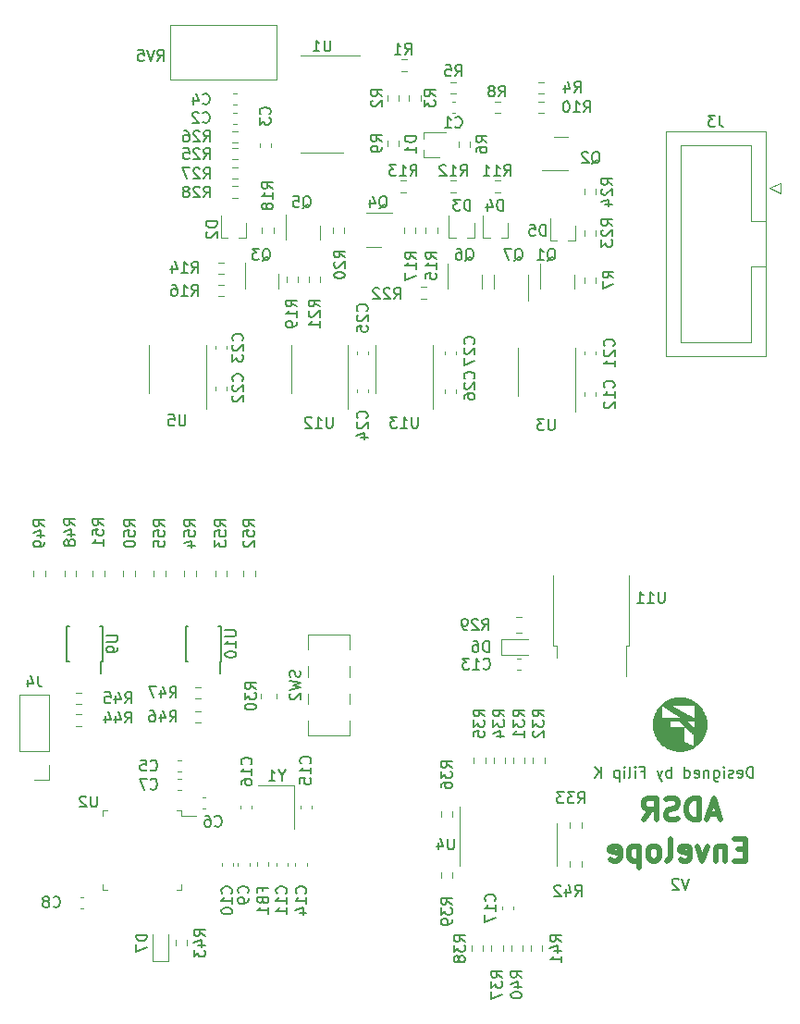
<source format=gbr>
%TF.GenerationSoftware,KiCad,Pcbnew,7.0.9*%
%TF.CreationDate,2024-11-09T18:37:16+13:00*%
%TF.ProjectId,ADSR Envelope,41445352-2045-46e7-9665-6c6f70652e6b,rev?*%
%TF.SameCoordinates,Original*%
%TF.FileFunction,Legend,Bot*%
%TF.FilePolarity,Positive*%
%FSLAX46Y46*%
G04 Gerber Fmt 4.6, Leading zero omitted, Abs format (unit mm)*
G04 Created by KiCad (PCBNEW 7.0.9) date 2024-11-09 18:37:16*
%MOMM*%
%LPD*%
G01*
G04 APERTURE LIST*
%ADD10C,0.150000*%
%ADD11C,0.500000*%
%ADD12C,0.120000*%
G04 APERTURE END LIST*
D10*
X171056077Y-125119819D02*
X170722744Y-126119819D01*
X170722744Y-126119819D02*
X170389411Y-125119819D01*
X170103696Y-125215057D02*
X170056077Y-125167438D01*
X170056077Y-125167438D02*
X169960839Y-125119819D01*
X169960839Y-125119819D02*
X169722744Y-125119819D01*
X169722744Y-125119819D02*
X169627506Y-125167438D01*
X169627506Y-125167438D02*
X169579887Y-125215057D01*
X169579887Y-125215057D02*
X169532268Y-125310295D01*
X169532268Y-125310295D02*
X169532268Y-125405533D01*
X169532268Y-125405533D02*
X169579887Y-125548390D01*
X169579887Y-125548390D02*
X170151315Y-126119819D01*
X170151315Y-126119819D02*
X169532268Y-126119819D01*
D11*
X176194862Y-122431619D02*
X175528195Y-122431619D01*
X175242481Y-123479238D02*
X176194862Y-123479238D01*
X176194862Y-123479238D02*
X176194862Y-121479238D01*
X176194862Y-121479238D02*
X175242481Y-121479238D01*
X174385338Y-122145904D02*
X174385338Y-123479238D01*
X174385338Y-122336380D02*
X174290100Y-122241142D01*
X174290100Y-122241142D02*
X174099624Y-122145904D01*
X174099624Y-122145904D02*
X173813909Y-122145904D01*
X173813909Y-122145904D02*
X173623433Y-122241142D01*
X173623433Y-122241142D02*
X173528195Y-122431619D01*
X173528195Y-122431619D02*
X173528195Y-123479238D01*
X172766290Y-122145904D02*
X172290100Y-123479238D01*
X172290100Y-123479238D02*
X171813909Y-122145904D01*
X170290099Y-123384000D02*
X170480575Y-123479238D01*
X170480575Y-123479238D02*
X170861528Y-123479238D01*
X170861528Y-123479238D02*
X171052004Y-123384000D01*
X171052004Y-123384000D02*
X171147242Y-123193523D01*
X171147242Y-123193523D02*
X171147242Y-122431619D01*
X171147242Y-122431619D02*
X171052004Y-122241142D01*
X171052004Y-122241142D02*
X170861528Y-122145904D01*
X170861528Y-122145904D02*
X170480575Y-122145904D01*
X170480575Y-122145904D02*
X170290099Y-122241142D01*
X170290099Y-122241142D02*
X170194861Y-122431619D01*
X170194861Y-122431619D02*
X170194861Y-122622095D01*
X170194861Y-122622095D02*
X171147242Y-122812571D01*
X169052004Y-123479238D02*
X169242480Y-123384000D01*
X169242480Y-123384000D02*
X169337718Y-123193523D01*
X169337718Y-123193523D02*
X169337718Y-121479238D01*
X168004385Y-123479238D02*
X168194861Y-123384000D01*
X168194861Y-123384000D02*
X168290099Y-123288761D01*
X168290099Y-123288761D02*
X168385337Y-123098285D01*
X168385337Y-123098285D02*
X168385337Y-122526857D01*
X168385337Y-122526857D02*
X168290099Y-122336380D01*
X168290099Y-122336380D02*
X168194861Y-122241142D01*
X168194861Y-122241142D02*
X168004385Y-122145904D01*
X168004385Y-122145904D02*
X167718670Y-122145904D01*
X167718670Y-122145904D02*
X167528194Y-122241142D01*
X167528194Y-122241142D02*
X167432956Y-122336380D01*
X167432956Y-122336380D02*
X167337718Y-122526857D01*
X167337718Y-122526857D02*
X167337718Y-123098285D01*
X167337718Y-123098285D02*
X167432956Y-123288761D01*
X167432956Y-123288761D02*
X167528194Y-123384000D01*
X167528194Y-123384000D02*
X167718670Y-123479238D01*
X167718670Y-123479238D02*
X168004385Y-123479238D01*
X166480575Y-122145904D02*
X166480575Y-124145904D01*
X166480575Y-122241142D02*
X166290099Y-122145904D01*
X166290099Y-122145904D02*
X165909146Y-122145904D01*
X165909146Y-122145904D02*
X165718670Y-122241142D01*
X165718670Y-122241142D02*
X165623432Y-122336380D01*
X165623432Y-122336380D02*
X165528194Y-122526857D01*
X165528194Y-122526857D02*
X165528194Y-123098285D01*
X165528194Y-123098285D02*
X165623432Y-123288761D01*
X165623432Y-123288761D02*
X165718670Y-123384000D01*
X165718670Y-123384000D02*
X165909146Y-123479238D01*
X165909146Y-123479238D02*
X166290099Y-123479238D01*
X166290099Y-123479238D02*
X166480575Y-123384000D01*
X163909146Y-123384000D02*
X164099622Y-123479238D01*
X164099622Y-123479238D02*
X164480575Y-123479238D01*
X164480575Y-123479238D02*
X164671051Y-123384000D01*
X164671051Y-123384000D02*
X164766289Y-123193523D01*
X164766289Y-123193523D02*
X164766289Y-122431619D01*
X164766289Y-122431619D02*
X164671051Y-122241142D01*
X164671051Y-122241142D02*
X164480575Y-122145904D01*
X164480575Y-122145904D02*
X164099622Y-122145904D01*
X164099622Y-122145904D02*
X163909146Y-122241142D01*
X163909146Y-122241142D02*
X163813908Y-122431619D01*
X163813908Y-122431619D02*
X163813908Y-122622095D01*
X163813908Y-122622095D02*
X164766289Y-122812571D01*
X173790100Y-119157809D02*
X172837719Y-119157809D01*
X173980576Y-119729238D02*
X173313910Y-117729238D01*
X173313910Y-117729238D02*
X172647243Y-119729238D01*
X171980576Y-119729238D02*
X171980576Y-117729238D01*
X171980576Y-117729238D02*
X171504386Y-117729238D01*
X171504386Y-117729238D02*
X171218671Y-117824476D01*
X171218671Y-117824476D02*
X171028195Y-118014952D01*
X171028195Y-118014952D02*
X170932957Y-118205428D01*
X170932957Y-118205428D02*
X170837719Y-118586380D01*
X170837719Y-118586380D02*
X170837719Y-118872095D01*
X170837719Y-118872095D02*
X170932957Y-119253047D01*
X170932957Y-119253047D02*
X171028195Y-119443523D01*
X171028195Y-119443523D02*
X171218671Y-119634000D01*
X171218671Y-119634000D02*
X171504386Y-119729238D01*
X171504386Y-119729238D02*
X171980576Y-119729238D01*
X170075814Y-119634000D02*
X169790100Y-119729238D01*
X169790100Y-119729238D02*
X169313909Y-119729238D01*
X169313909Y-119729238D02*
X169123433Y-119634000D01*
X169123433Y-119634000D02*
X169028195Y-119538761D01*
X169028195Y-119538761D02*
X168932957Y-119348285D01*
X168932957Y-119348285D02*
X168932957Y-119157809D01*
X168932957Y-119157809D02*
X169028195Y-118967333D01*
X169028195Y-118967333D02*
X169123433Y-118872095D01*
X169123433Y-118872095D02*
X169313909Y-118776857D01*
X169313909Y-118776857D02*
X169694862Y-118681619D01*
X169694862Y-118681619D02*
X169885338Y-118586380D01*
X169885338Y-118586380D02*
X169980576Y-118491142D01*
X169980576Y-118491142D02*
X170075814Y-118300666D01*
X170075814Y-118300666D02*
X170075814Y-118110190D01*
X170075814Y-118110190D02*
X169980576Y-117919714D01*
X169980576Y-117919714D02*
X169885338Y-117824476D01*
X169885338Y-117824476D02*
X169694862Y-117729238D01*
X169694862Y-117729238D02*
X169218671Y-117729238D01*
X169218671Y-117729238D02*
X168932957Y-117824476D01*
X166932957Y-119729238D02*
X167599624Y-118776857D01*
X168075814Y-119729238D02*
X168075814Y-117729238D01*
X168075814Y-117729238D02*
X167313909Y-117729238D01*
X167313909Y-117729238D02*
X167123433Y-117824476D01*
X167123433Y-117824476D02*
X167028195Y-117919714D01*
X167028195Y-117919714D02*
X166932957Y-118110190D01*
X166932957Y-118110190D02*
X166932957Y-118395904D01*
X166932957Y-118395904D02*
X167028195Y-118586380D01*
X167028195Y-118586380D02*
X167123433Y-118681619D01*
X167123433Y-118681619D02*
X167313909Y-118776857D01*
X167313909Y-118776857D02*
X168075814Y-118776857D01*
D10*
X176913220Y-115869819D02*
X176913220Y-114869819D01*
X176913220Y-114869819D02*
X176675125Y-114869819D01*
X176675125Y-114869819D02*
X176532268Y-114917438D01*
X176532268Y-114917438D02*
X176437030Y-115012676D01*
X176437030Y-115012676D02*
X176389411Y-115107914D01*
X176389411Y-115107914D02*
X176341792Y-115298390D01*
X176341792Y-115298390D02*
X176341792Y-115441247D01*
X176341792Y-115441247D02*
X176389411Y-115631723D01*
X176389411Y-115631723D02*
X176437030Y-115726961D01*
X176437030Y-115726961D02*
X176532268Y-115822200D01*
X176532268Y-115822200D02*
X176675125Y-115869819D01*
X176675125Y-115869819D02*
X176913220Y-115869819D01*
X175532268Y-115822200D02*
X175627506Y-115869819D01*
X175627506Y-115869819D02*
X175817982Y-115869819D01*
X175817982Y-115869819D02*
X175913220Y-115822200D01*
X175913220Y-115822200D02*
X175960839Y-115726961D01*
X175960839Y-115726961D02*
X175960839Y-115346009D01*
X175960839Y-115346009D02*
X175913220Y-115250771D01*
X175913220Y-115250771D02*
X175817982Y-115203152D01*
X175817982Y-115203152D02*
X175627506Y-115203152D01*
X175627506Y-115203152D02*
X175532268Y-115250771D01*
X175532268Y-115250771D02*
X175484649Y-115346009D01*
X175484649Y-115346009D02*
X175484649Y-115441247D01*
X175484649Y-115441247D02*
X175960839Y-115536485D01*
X175103696Y-115822200D02*
X175008458Y-115869819D01*
X175008458Y-115869819D02*
X174817982Y-115869819D01*
X174817982Y-115869819D02*
X174722744Y-115822200D01*
X174722744Y-115822200D02*
X174675125Y-115726961D01*
X174675125Y-115726961D02*
X174675125Y-115679342D01*
X174675125Y-115679342D02*
X174722744Y-115584104D01*
X174722744Y-115584104D02*
X174817982Y-115536485D01*
X174817982Y-115536485D02*
X174960839Y-115536485D01*
X174960839Y-115536485D02*
X175056077Y-115488866D01*
X175056077Y-115488866D02*
X175103696Y-115393628D01*
X175103696Y-115393628D02*
X175103696Y-115346009D01*
X175103696Y-115346009D02*
X175056077Y-115250771D01*
X175056077Y-115250771D02*
X174960839Y-115203152D01*
X174960839Y-115203152D02*
X174817982Y-115203152D01*
X174817982Y-115203152D02*
X174722744Y-115250771D01*
X174246553Y-115869819D02*
X174246553Y-115203152D01*
X174246553Y-114869819D02*
X174294172Y-114917438D01*
X174294172Y-114917438D02*
X174246553Y-114965057D01*
X174246553Y-114965057D02*
X174198934Y-114917438D01*
X174198934Y-114917438D02*
X174246553Y-114869819D01*
X174246553Y-114869819D02*
X174246553Y-114965057D01*
X173341792Y-115203152D02*
X173341792Y-116012676D01*
X173341792Y-116012676D02*
X173389411Y-116107914D01*
X173389411Y-116107914D02*
X173437030Y-116155533D01*
X173437030Y-116155533D02*
X173532268Y-116203152D01*
X173532268Y-116203152D02*
X173675125Y-116203152D01*
X173675125Y-116203152D02*
X173770363Y-116155533D01*
X173341792Y-115822200D02*
X173437030Y-115869819D01*
X173437030Y-115869819D02*
X173627506Y-115869819D01*
X173627506Y-115869819D02*
X173722744Y-115822200D01*
X173722744Y-115822200D02*
X173770363Y-115774580D01*
X173770363Y-115774580D02*
X173817982Y-115679342D01*
X173817982Y-115679342D02*
X173817982Y-115393628D01*
X173817982Y-115393628D02*
X173770363Y-115298390D01*
X173770363Y-115298390D02*
X173722744Y-115250771D01*
X173722744Y-115250771D02*
X173627506Y-115203152D01*
X173627506Y-115203152D02*
X173437030Y-115203152D01*
X173437030Y-115203152D02*
X173341792Y-115250771D01*
X172865601Y-115203152D02*
X172865601Y-115869819D01*
X172865601Y-115298390D02*
X172817982Y-115250771D01*
X172817982Y-115250771D02*
X172722744Y-115203152D01*
X172722744Y-115203152D02*
X172579887Y-115203152D01*
X172579887Y-115203152D02*
X172484649Y-115250771D01*
X172484649Y-115250771D02*
X172437030Y-115346009D01*
X172437030Y-115346009D02*
X172437030Y-115869819D01*
X171579887Y-115822200D02*
X171675125Y-115869819D01*
X171675125Y-115869819D02*
X171865601Y-115869819D01*
X171865601Y-115869819D02*
X171960839Y-115822200D01*
X171960839Y-115822200D02*
X172008458Y-115726961D01*
X172008458Y-115726961D02*
X172008458Y-115346009D01*
X172008458Y-115346009D02*
X171960839Y-115250771D01*
X171960839Y-115250771D02*
X171865601Y-115203152D01*
X171865601Y-115203152D02*
X171675125Y-115203152D01*
X171675125Y-115203152D02*
X171579887Y-115250771D01*
X171579887Y-115250771D02*
X171532268Y-115346009D01*
X171532268Y-115346009D02*
X171532268Y-115441247D01*
X171532268Y-115441247D02*
X172008458Y-115536485D01*
X170675125Y-115869819D02*
X170675125Y-114869819D01*
X170675125Y-115822200D02*
X170770363Y-115869819D01*
X170770363Y-115869819D02*
X170960839Y-115869819D01*
X170960839Y-115869819D02*
X171056077Y-115822200D01*
X171056077Y-115822200D02*
X171103696Y-115774580D01*
X171103696Y-115774580D02*
X171151315Y-115679342D01*
X171151315Y-115679342D02*
X171151315Y-115393628D01*
X171151315Y-115393628D02*
X171103696Y-115298390D01*
X171103696Y-115298390D02*
X171056077Y-115250771D01*
X171056077Y-115250771D02*
X170960839Y-115203152D01*
X170960839Y-115203152D02*
X170770363Y-115203152D01*
X170770363Y-115203152D02*
X170675125Y-115250771D01*
X169437029Y-115869819D02*
X169437029Y-114869819D01*
X169437029Y-115250771D02*
X169341791Y-115203152D01*
X169341791Y-115203152D02*
X169151315Y-115203152D01*
X169151315Y-115203152D02*
X169056077Y-115250771D01*
X169056077Y-115250771D02*
X169008458Y-115298390D01*
X169008458Y-115298390D02*
X168960839Y-115393628D01*
X168960839Y-115393628D02*
X168960839Y-115679342D01*
X168960839Y-115679342D02*
X169008458Y-115774580D01*
X169008458Y-115774580D02*
X169056077Y-115822200D01*
X169056077Y-115822200D02*
X169151315Y-115869819D01*
X169151315Y-115869819D02*
X169341791Y-115869819D01*
X169341791Y-115869819D02*
X169437029Y-115822200D01*
X168627505Y-115203152D02*
X168389410Y-115869819D01*
X168151315Y-115203152D02*
X168389410Y-115869819D01*
X168389410Y-115869819D02*
X168484648Y-116107914D01*
X168484648Y-116107914D02*
X168532267Y-116155533D01*
X168532267Y-116155533D02*
X168627505Y-116203152D01*
X166675124Y-115346009D02*
X167008457Y-115346009D01*
X167008457Y-115869819D02*
X167008457Y-114869819D01*
X167008457Y-114869819D02*
X166532267Y-114869819D01*
X166151314Y-115869819D02*
X166151314Y-115203152D01*
X166151314Y-114869819D02*
X166198933Y-114917438D01*
X166198933Y-114917438D02*
X166151314Y-114965057D01*
X166151314Y-114965057D02*
X166103695Y-114917438D01*
X166103695Y-114917438D02*
X166151314Y-114869819D01*
X166151314Y-114869819D02*
X166151314Y-114965057D01*
X165532267Y-115869819D02*
X165627505Y-115822200D01*
X165627505Y-115822200D02*
X165675124Y-115726961D01*
X165675124Y-115726961D02*
X165675124Y-114869819D01*
X165151314Y-115869819D02*
X165151314Y-115203152D01*
X165151314Y-114869819D02*
X165198933Y-114917438D01*
X165198933Y-114917438D02*
X165151314Y-114965057D01*
X165151314Y-114965057D02*
X165103695Y-114917438D01*
X165103695Y-114917438D02*
X165151314Y-114869819D01*
X165151314Y-114869819D02*
X165151314Y-114965057D01*
X164675124Y-115203152D02*
X164675124Y-116203152D01*
X164675124Y-115250771D02*
X164579886Y-115203152D01*
X164579886Y-115203152D02*
X164389410Y-115203152D01*
X164389410Y-115203152D02*
X164294172Y-115250771D01*
X164294172Y-115250771D02*
X164246553Y-115298390D01*
X164246553Y-115298390D02*
X164198934Y-115393628D01*
X164198934Y-115393628D02*
X164198934Y-115679342D01*
X164198934Y-115679342D02*
X164246553Y-115774580D01*
X164246553Y-115774580D02*
X164294172Y-115822200D01*
X164294172Y-115822200D02*
X164389410Y-115869819D01*
X164389410Y-115869819D02*
X164579886Y-115869819D01*
X164579886Y-115869819D02*
X164675124Y-115822200D01*
X163008457Y-115869819D02*
X163008457Y-114869819D01*
X162437029Y-115869819D02*
X162865600Y-115298390D01*
X162437029Y-114869819D02*
X163008457Y-115441247D01*
X154154819Y-110257142D02*
X153678628Y-109923809D01*
X154154819Y-109685714D02*
X153154819Y-109685714D01*
X153154819Y-109685714D02*
X153154819Y-110066666D01*
X153154819Y-110066666D02*
X153202438Y-110161904D01*
X153202438Y-110161904D02*
X153250057Y-110209523D01*
X153250057Y-110209523D02*
X153345295Y-110257142D01*
X153345295Y-110257142D02*
X153488152Y-110257142D01*
X153488152Y-110257142D02*
X153583390Y-110209523D01*
X153583390Y-110209523D02*
X153631009Y-110161904D01*
X153631009Y-110161904D02*
X153678628Y-110066666D01*
X153678628Y-110066666D02*
X153678628Y-109685714D01*
X153154819Y-110590476D02*
X153154819Y-111209523D01*
X153154819Y-111209523D02*
X153535771Y-110876190D01*
X153535771Y-110876190D02*
X153535771Y-111019047D01*
X153535771Y-111019047D02*
X153583390Y-111114285D01*
X153583390Y-111114285D02*
X153631009Y-111161904D01*
X153631009Y-111161904D02*
X153726247Y-111209523D01*
X153726247Y-111209523D02*
X153964342Y-111209523D01*
X153964342Y-111209523D02*
X154059580Y-111161904D01*
X154059580Y-111161904D02*
X154107200Y-111114285D01*
X154107200Y-111114285D02*
X154154819Y-111019047D01*
X154154819Y-111019047D02*
X154154819Y-110733333D01*
X154154819Y-110733333D02*
X154107200Y-110638095D01*
X154107200Y-110638095D02*
X154059580Y-110590476D01*
X153488152Y-112066666D02*
X154154819Y-112066666D01*
X153107200Y-111828571D02*
X153821485Y-111590476D01*
X153821485Y-111590476D02*
X153821485Y-112209523D01*
X125542857Y-69654819D02*
X125876190Y-69178628D01*
X126114285Y-69654819D02*
X126114285Y-68654819D01*
X126114285Y-68654819D02*
X125733333Y-68654819D01*
X125733333Y-68654819D02*
X125638095Y-68702438D01*
X125638095Y-68702438D02*
X125590476Y-68750057D01*
X125590476Y-68750057D02*
X125542857Y-68845295D01*
X125542857Y-68845295D02*
X125542857Y-68988152D01*
X125542857Y-68988152D02*
X125590476Y-69083390D01*
X125590476Y-69083390D02*
X125638095Y-69131009D01*
X125638095Y-69131009D02*
X125733333Y-69178628D01*
X125733333Y-69178628D02*
X126114285Y-69178628D01*
X124590476Y-69654819D02*
X125161904Y-69654819D01*
X124876190Y-69654819D02*
X124876190Y-68654819D01*
X124876190Y-68654819D02*
X124971428Y-68797676D01*
X124971428Y-68797676D02*
X125066666Y-68892914D01*
X125066666Y-68892914D02*
X125161904Y-68940533D01*
X123733333Y-68988152D02*
X123733333Y-69654819D01*
X123971428Y-68607200D02*
X124209523Y-69321485D01*
X124209523Y-69321485D02*
X123590476Y-69321485D01*
X127854819Y-64961905D02*
X126854819Y-64961905D01*
X126854819Y-64961905D02*
X126854819Y-65200000D01*
X126854819Y-65200000D02*
X126902438Y-65342857D01*
X126902438Y-65342857D02*
X126997676Y-65438095D01*
X126997676Y-65438095D02*
X127092914Y-65485714D01*
X127092914Y-65485714D02*
X127283390Y-65533333D01*
X127283390Y-65533333D02*
X127426247Y-65533333D01*
X127426247Y-65533333D02*
X127616723Y-65485714D01*
X127616723Y-65485714D02*
X127711961Y-65438095D01*
X127711961Y-65438095D02*
X127807200Y-65342857D01*
X127807200Y-65342857D02*
X127854819Y-65200000D01*
X127854819Y-65200000D02*
X127854819Y-64961905D01*
X126950057Y-65914286D02*
X126902438Y-65961905D01*
X126902438Y-65961905D02*
X126854819Y-66057143D01*
X126854819Y-66057143D02*
X126854819Y-66295238D01*
X126854819Y-66295238D02*
X126902438Y-66390476D01*
X126902438Y-66390476D02*
X126950057Y-66438095D01*
X126950057Y-66438095D02*
X127045295Y-66485714D01*
X127045295Y-66485714D02*
X127140533Y-66485714D01*
X127140533Y-66485714D02*
X127283390Y-66438095D01*
X127283390Y-66438095D02*
X127854819Y-65866667D01*
X127854819Y-65866667D02*
X127854819Y-66485714D01*
X112054819Y-92857142D02*
X111578628Y-92523809D01*
X112054819Y-92285714D02*
X111054819Y-92285714D01*
X111054819Y-92285714D02*
X111054819Y-92666666D01*
X111054819Y-92666666D02*
X111102438Y-92761904D01*
X111102438Y-92761904D02*
X111150057Y-92809523D01*
X111150057Y-92809523D02*
X111245295Y-92857142D01*
X111245295Y-92857142D02*
X111388152Y-92857142D01*
X111388152Y-92857142D02*
X111483390Y-92809523D01*
X111483390Y-92809523D02*
X111531009Y-92761904D01*
X111531009Y-92761904D02*
X111578628Y-92666666D01*
X111578628Y-92666666D02*
X111578628Y-92285714D01*
X111388152Y-93714285D02*
X112054819Y-93714285D01*
X111007200Y-93476190D02*
X111721485Y-93238095D01*
X111721485Y-93238095D02*
X111721485Y-93857142D01*
X112054819Y-94285714D02*
X112054819Y-94476190D01*
X112054819Y-94476190D02*
X112007200Y-94571428D01*
X112007200Y-94571428D02*
X111959580Y-94619047D01*
X111959580Y-94619047D02*
X111816723Y-94714285D01*
X111816723Y-94714285D02*
X111626247Y-94761904D01*
X111626247Y-94761904D02*
X111245295Y-94761904D01*
X111245295Y-94761904D02*
X111150057Y-94714285D01*
X111150057Y-94714285D02*
X111102438Y-94666666D01*
X111102438Y-94666666D02*
X111054819Y-94571428D01*
X111054819Y-94571428D02*
X111054819Y-94380952D01*
X111054819Y-94380952D02*
X111102438Y-94285714D01*
X111102438Y-94285714D02*
X111150057Y-94238095D01*
X111150057Y-94238095D02*
X111245295Y-94190476D01*
X111245295Y-94190476D02*
X111483390Y-94190476D01*
X111483390Y-94190476D02*
X111578628Y-94238095D01*
X111578628Y-94238095D02*
X111626247Y-94285714D01*
X111626247Y-94285714D02*
X111673866Y-94380952D01*
X111673866Y-94380952D02*
X111673866Y-94571428D01*
X111673866Y-94571428D02*
X111626247Y-94666666D01*
X111626247Y-94666666D02*
X111578628Y-94714285D01*
X111578628Y-94714285D02*
X111483390Y-94761904D01*
X154038094Y-63954819D02*
X154038094Y-62954819D01*
X154038094Y-62954819D02*
X153799999Y-62954819D01*
X153799999Y-62954819D02*
X153657142Y-63002438D01*
X153657142Y-63002438D02*
X153561904Y-63097676D01*
X153561904Y-63097676D02*
X153514285Y-63192914D01*
X153514285Y-63192914D02*
X153466666Y-63383390D01*
X153466666Y-63383390D02*
X153466666Y-63526247D01*
X153466666Y-63526247D02*
X153514285Y-63716723D01*
X153514285Y-63716723D02*
X153561904Y-63811961D01*
X153561904Y-63811961D02*
X153657142Y-63907200D01*
X153657142Y-63907200D02*
X153799999Y-63954819D01*
X153799999Y-63954819D02*
X154038094Y-63954819D01*
X152609523Y-63288152D02*
X152609523Y-63954819D01*
X152847618Y-62907200D02*
X153085713Y-63621485D01*
X153085713Y-63621485D02*
X152466666Y-63621485D01*
X130159580Y-79557142D02*
X130207200Y-79509523D01*
X130207200Y-79509523D02*
X130254819Y-79366666D01*
X130254819Y-79366666D02*
X130254819Y-79271428D01*
X130254819Y-79271428D02*
X130207200Y-79128571D01*
X130207200Y-79128571D02*
X130111961Y-79033333D01*
X130111961Y-79033333D02*
X130016723Y-78985714D01*
X130016723Y-78985714D02*
X129826247Y-78938095D01*
X129826247Y-78938095D02*
X129683390Y-78938095D01*
X129683390Y-78938095D02*
X129492914Y-78985714D01*
X129492914Y-78985714D02*
X129397676Y-79033333D01*
X129397676Y-79033333D02*
X129302438Y-79128571D01*
X129302438Y-79128571D02*
X129254819Y-79271428D01*
X129254819Y-79271428D02*
X129254819Y-79366666D01*
X129254819Y-79366666D02*
X129302438Y-79509523D01*
X129302438Y-79509523D02*
X129350057Y-79557142D01*
X129350057Y-79938095D02*
X129302438Y-79985714D01*
X129302438Y-79985714D02*
X129254819Y-80080952D01*
X129254819Y-80080952D02*
X129254819Y-80319047D01*
X129254819Y-80319047D02*
X129302438Y-80414285D01*
X129302438Y-80414285D02*
X129350057Y-80461904D01*
X129350057Y-80461904D02*
X129445295Y-80509523D01*
X129445295Y-80509523D02*
X129540533Y-80509523D01*
X129540533Y-80509523D02*
X129683390Y-80461904D01*
X129683390Y-80461904D02*
X130254819Y-79890476D01*
X130254819Y-79890476D02*
X130254819Y-80509523D01*
X129350057Y-80890476D02*
X129302438Y-80938095D01*
X129302438Y-80938095D02*
X129254819Y-81033333D01*
X129254819Y-81033333D02*
X129254819Y-81271428D01*
X129254819Y-81271428D02*
X129302438Y-81366666D01*
X129302438Y-81366666D02*
X129350057Y-81414285D01*
X129350057Y-81414285D02*
X129445295Y-81461904D01*
X129445295Y-81461904D02*
X129540533Y-81461904D01*
X129540533Y-81461904D02*
X129683390Y-81414285D01*
X129683390Y-81414285D02*
X130254819Y-80842857D01*
X130254819Y-80842857D02*
X130254819Y-81461904D01*
X135457200Y-106066667D02*
X135504819Y-106209524D01*
X135504819Y-106209524D02*
X135504819Y-106447619D01*
X135504819Y-106447619D02*
X135457200Y-106542857D01*
X135457200Y-106542857D02*
X135409580Y-106590476D01*
X135409580Y-106590476D02*
X135314342Y-106638095D01*
X135314342Y-106638095D02*
X135219104Y-106638095D01*
X135219104Y-106638095D02*
X135123866Y-106590476D01*
X135123866Y-106590476D02*
X135076247Y-106542857D01*
X135076247Y-106542857D02*
X135028628Y-106447619D01*
X135028628Y-106447619D02*
X134981009Y-106257143D01*
X134981009Y-106257143D02*
X134933390Y-106161905D01*
X134933390Y-106161905D02*
X134885771Y-106114286D01*
X134885771Y-106114286D02*
X134790533Y-106066667D01*
X134790533Y-106066667D02*
X134695295Y-106066667D01*
X134695295Y-106066667D02*
X134600057Y-106114286D01*
X134600057Y-106114286D02*
X134552438Y-106161905D01*
X134552438Y-106161905D02*
X134504819Y-106257143D01*
X134504819Y-106257143D02*
X134504819Y-106495238D01*
X134504819Y-106495238D02*
X134552438Y-106638095D01*
X134504819Y-106971429D02*
X135504819Y-107209524D01*
X135504819Y-107209524D02*
X134790533Y-107400000D01*
X134790533Y-107400000D02*
X135504819Y-107590476D01*
X135504819Y-107590476D02*
X134504819Y-107828572D01*
X134600057Y-108161905D02*
X134552438Y-108209524D01*
X134552438Y-108209524D02*
X134504819Y-108304762D01*
X134504819Y-108304762D02*
X134504819Y-108542857D01*
X134504819Y-108542857D02*
X134552438Y-108638095D01*
X134552438Y-108638095D02*
X134600057Y-108685714D01*
X134600057Y-108685714D02*
X134695295Y-108733333D01*
X134695295Y-108733333D02*
X134790533Y-108733333D01*
X134790533Y-108733333D02*
X134933390Y-108685714D01*
X134933390Y-108685714D02*
X135504819Y-108114286D01*
X135504819Y-108114286D02*
X135504819Y-108733333D01*
X114854819Y-92757142D02*
X114378628Y-92423809D01*
X114854819Y-92185714D02*
X113854819Y-92185714D01*
X113854819Y-92185714D02*
X113854819Y-92566666D01*
X113854819Y-92566666D02*
X113902438Y-92661904D01*
X113902438Y-92661904D02*
X113950057Y-92709523D01*
X113950057Y-92709523D02*
X114045295Y-92757142D01*
X114045295Y-92757142D02*
X114188152Y-92757142D01*
X114188152Y-92757142D02*
X114283390Y-92709523D01*
X114283390Y-92709523D02*
X114331009Y-92661904D01*
X114331009Y-92661904D02*
X114378628Y-92566666D01*
X114378628Y-92566666D02*
X114378628Y-92185714D01*
X114188152Y-93614285D02*
X114854819Y-93614285D01*
X113807200Y-93376190D02*
X114521485Y-93138095D01*
X114521485Y-93138095D02*
X114521485Y-93757142D01*
X114283390Y-94280952D02*
X114235771Y-94185714D01*
X114235771Y-94185714D02*
X114188152Y-94138095D01*
X114188152Y-94138095D02*
X114092914Y-94090476D01*
X114092914Y-94090476D02*
X114045295Y-94090476D01*
X114045295Y-94090476D02*
X113950057Y-94138095D01*
X113950057Y-94138095D02*
X113902438Y-94185714D01*
X113902438Y-94185714D02*
X113854819Y-94280952D01*
X113854819Y-94280952D02*
X113854819Y-94471428D01*
X113854819Y-94471428D02*
X113902438Y-94566666D01*
X113902438Y-94566666D02*
X113950057Y-94614285D01*
X113950057Y-94614285D02*
X114045295Y-94661904D01*
X114045295Y-94661904D02*
X114092914Y-94661904D01*
X114092914Y-94661904D02*
X114188152Y-94614285D01*
X114188152Y-94614285D02*
X114235771Y-94566666D01*
X114235771Y-94566666D02*
X114283390Y-94471428D01*
X114283390Y-94471428D02*
X114283390Y-94280952D01*
X114283390Y-94280952D02*
X114331009Y-94185714D01*
X114331009Y-94185714D02*
X114378628Y-94138095D01*
X114378628Y-94138095D02*
X114473866Y-94090476D01*
X114473866Y-94090476D02*
X114664342Y-94090476D01*
X114664342Y-94090476D02*
X114759580Y-94138095D01*
X114759580Y-94138095D02*
X114807200Y-94185714D01*
X114807200Y-94185714D02*
X114854819Y-94280952D01*
X114854819Y-94280952D02*
X114854819Y-94471428D01*
X114854819Y-94471428D02*
X114807200Y-94566666D01*
X114807200Y-94566666D02*
X114759580Y-94614285D01*
X114759580Y-94614285D02*
X114664342Y-94661904D01*
X114664342Y-94661904D02*
X114473866Y-94661904D01*
X114473866Y-94661904D02*
X114378628Y-94614285D01*
X114378628Y-94614285D02*
X114331009Y-94566666D01*
X114331009Y-94566666D02*
X114283390Y-94471428D01*
X135959580Y-126457142D02*
X136007200Y-126409523D01*
X136007200Y-126409523D02*
X136054819Y-126266666D01*
X136054819Y-126266666D02*
X136054819Y-126171428D01*
X136054819Y-126171428D02*
X136007200Y-126028571D01*
X136007200Y-126028571D02*
X135911961Y-125933333D01*
X135911961Y-125933333D02*
X135816723Y-125885714D01*
X135816723Y-125885714D02*
X135626247Y-125838095D01*
X135626247Y-125838095D02*
X135483390Y-125838095D01*
X135483390Y-125838095D02*
X135292914Y-125885714D01*
X135292914Y-125885714D02*
X135197676Y-125933333D01*
X135197676Y-125933333D02*
X135102438Y-126028571D01*
X135102438Y-126028571D02*
X135054819Y-126171428D01*
X135054819Y-126171428D02*
X135054819Y-126266666D01*
X135054819Y-126266666D02*
X135102438Y-126409523D01*
X135102438Y-126409523D02*
X135150057Y-126457142D01*
X136054819Y-127409523D02*
X136054819Y-126838095D01*
X136054819Y-127123809D02*
X135054819Y-127123809D01*
X135054819Y-127123809D02*
X135197676Y-127028571D01*
X135197676Y-127028571D02*
X135292914Y-126933333D01*
X135292914Y-126933333D02*
X135340533Y-126838095D01*
X135388152Y-128266666D02*
X136054819Y-128266666D01*
X135007200Y-128028571D02*
X135721485Y-127790476D01*
X135721485Y-127790476D02*
X135721485Y-128409523D01*
X119442857Y-109054819D02*
X119776190Y-108578628D01*
X120014285Y-109054819D02*
X120014285Y-108054819D01*
X120014285Y-108054819D02*
X119633333Y-108054819D01*
X119633333Y-108054819D02*
X119538095Y-108102438D01*
X119538095Y-108102438D02*
X119490476Y-108150057D01*
X119490476Y-108150057D02*
X119442857Y-108245295D01*
X119442857Y-108245295D02*
X119442857Y-108388152D01*
X119442857Y-108388152D02*
X119490476Y-108483390D01*
X119490476Y-108483390D02*
X119538095Y-108531009D01*
X119538095Y-108531009D02*
X119633333Y-108578628D01*
X119633333Y-108578628D02*
X120014285Y-108578628D01*
X118585714Y-108388152D02*
X118585714Y-109054819D01*
X118823809Y-108007200D02*
X119061904Y-108721485D01*
X119061904Y-108721485D02*
X118442857Y-108721485D01*
X117585714Y-108054819D02*
X118061904Y-108054819D01*
X118061904Y-108054819D02*
X118109523Y-108531009D01*
X118109523Y-108531009D02*
X118061904Y-108483390D01*
X118061904Y-108483390D02*
X117966666Y-108435771D01*
X117966666Y-108435771D02*
X117728571Y-108435771D01*
X117728571Y-108435771D02*
X117633333Y-108483390D01*
X117633333Y-108483390D02*
X117585714Y-108531009D01*
X117585714Y-108531009D02*
X117538095Y-108626247D01*
X117538095Y-108626247D02*
X117538095Y-108864342D01*
X117538095Y-108864342D02*
X117585714Y-108959580D01*
X117585714Y-108959580D02*
X117633333Y-109007200D01*
X117633333Y-109007200D02*
X117728571Y-109054819D01*
X117728571Y-109054819D02*
X117966666Y-109054819D01*
X117966666Y-109054819D02*
X118061904Y-109007200D01*
X118061904Y-109007200D02*
X118109523Y-108959580D01*
X126642857Y-62754819D02*
X126976190Y-62278628D01*
X127214285Y-62754819D02*
X127214285Y-61754819D01*
X127214285Y-61754819D02*
X126833333Y-61754819D01*
X126833333Y-61754819D02*
X126738095Y-61802438D01*
X126738095Y-61802438D02*
X126690476Y-61850057D01*
X126690476Y-61850057D02*
X126642857Y-61945295D01*
X126642857Y-61945295D02*
X126642857Y-62088152D01*
X126642857Y-62088152D02*
X126690476Y-62183390D01*
X126690476Y-62183390D02*
X126738095Y-62231009D01*
X126738095Y-62231009D02*
X126833333Y-62278628D01*
X126833333Y-62278628D02*
X127214285Y-62278628D01*
X126261904Y-61850057D02*
X126214285Y-61802438D01*
X126214285Y-61802438D02*
X126119047Y-61754819D01*
X126119047Y-61754819D02*
X125880952Y-61754819D01*
X125880952Y-61754819D02*
X125785714Y-61802438D01*
X125785714Y-61802438D02*
X125738095Y-61850057D01*
X125738095Y-61850057D02*
X125690476Y-61945295D01*
X125690476Y-61945295D02*
X125690476Y-62040533D01*
X125690476Y-62040533D02*
X125738095Y-62183390D01*
X125738095Y-62183390D02*
X126309523Y-62754819D01*
X126309523Y-62754819D02*
X125690476Y-62754819D01*
X125119047Y-62183390D02*
X125214285Y-62135771D01*
X125214285Y-62135771D02*
X125261904Y-62088152D01*
X125261904Y-62088152D02*
X125309523Y-61992914D01*
X125309523Y-61992914D02*
X125309523Y-61945295D01*
X125309523Y-61945295D02*
X125261904Y-61850057D01*
X125261904Y-61850057D02*
X125214285Y-61802438D01*
X125214285Y-61802438D02*
X125119047Y-61754819D01*
X125119047Y-61754819D02*
X124928571Y-61754819D01*
X124928571Y-61754819D02*
X124833333Y-61802438D01*
X124833333Y-61802438D02*
X124785714Y-61850057D01*
X124785714Y-61850057D02*
X124738095Y-61945295D01*
X124738095Y-61945295D02*
X124738095Y-61992914D01*
X124738095Y-61992914D02*
X124785714Y-62088152D01*
X124785714Y-62088152D02*
X124833333Y-62135771D01*
X124833333Y-62135771D02*
X124928571Y-62183390D01*
X124928571Y-62183390D02*
X125119047Y-62183390D01*
X125119047Y-62183390D02*
X125214285Y-62231009D01*
X125214285Y-62231009D02*
X125261904Y-62278628D01*
X125261904Y-62278628D02*
X125309523Y-62373866D01*
X125309523Y-62373866D02*
X125309523Y-62564342D01*
X125309523Y-62564342D02*
X125261904Y-62659580D01*
X125261904Y-62659580D02*
X125214285Y-62707200D01*
X125214285Y-62707200D02*
X125119047Y-62754819D01*
X125119047Y-62754819D02*
X124928571Y-62754819D01*
X124928571Y-62754819D02*
X124833333Y-62707200D01*
X124833333Y-62707200D02*
X124785714Y-62659580D01*
X124785714Y-62659580D02*
X124738095Y-62564342D01*
X124738095Y-62564342D02*
X124738095Y-62373866D01*
X124738095Y-62373866D02*
X124785714Y-62278628D01*
X124785714Y-62278628D02*
X124833333Y-62231009D01*
X124833333Y-62231009D02*
X124928571Y-62183390D01*
X152554819Y-57733333D02*
X152078628Y-57400000D01*
X152554819Y-57161905D02*
X151554819Y-57161905D01*
X151554819Y-57161905D02*
X151554819Y-57542857D01*
X151554819Y-57542857D02*
X151602438Y-57638095D01*
X151602438Y-57638095D02*
X151650057Y-57685714D01*
X151650057Y-57685714D02*
X151745295Y-57733333D01*
X151745295Y-57733333D02*
X151888152Y-57733333D01*
X151888152Y-57733333D02*
X151983390Y-57685714D01*
X151983390Y-57685714D02*
X152031009Y-57638095D01*
X152031009Y-57638095D02*
X152078628Y-57542857D01*
X152078628Y-57542857D02*
X152078628Y-57161905D01*
X151554819Y-58590476D02*
X151554819Y-58400000D01*
X151554819Y-58400000D02*
X151602438Y-58304762D01*
X151602438Y-58304762D02*
X151650057Y-58257143D01*
X151650057Y-58257143D02*
X151792914Y-58161905D01*
X151792914Y-58161905D02*
X151983390Y-58114286D01*
X151983390Y-58114286D02*
X152364342Y-58114286D01*
X152364342Y-58114286D02*
X152459580Y-58161905D01*
X152459580Y-58161905D02*
X152507200Y-58209524D01*
X152507200Y-58209524D02*
X152554819Y-58304762D01*
X152554819Y-58304762D02*
X152554819Y-58495238D01*
X152554819Y-58495238D02*
X152507200Y-58590476D01*
X152507200Y-58590476D02*
X152459580Y-58638095D01*
X152459580Y-58638095D02*
X152364342Y-58685714D01*
X152364342Y-58685714D02*
X152126247Y-58685714D01*
X152126247Y-58685714D02*
X152031009Y-58638095D01*
X152031009Y-58638095D02*
X151983390Y-58590476D01*
X151983390Y-58590476D02*
X151935771Y-58495238D01*
X151935771Y-58495238D02*
X151935771Y-58304762D01*
X151935771Y-58304762D02*
X151983390Y-58209524D01*
X151983390Y-58209524D02*
X152031009Y-58161905D01*
X152031009Y-58161905D02*
X152126247Y-58114286D01*
X142695238Y-63750057D02*
X142790476Y-63702438D01*
X142790476Y-63702438D02*
X142885714Y-63607200D01*
X142885714Y-63607200D02*
X143028571Y-63464342D01*
X143028571Y-63464342D02*
X143123809Y-63416723D01*
X143123809Y-63416723D02*
X143219047Y-63416723D01*
X143171428Y-63654819D02*
X143266666Y-63607200D01*
X143266666Y-63607200D02*
X143361904Y-63511961D01*
X143361904Y-63511961D02*
X143409523Y-63321485D01*
X143409523Y-63321485D02*
X143409523Y-62988152D01*
X143409523Y-62988152D02*
X143361904Y-62797676D01*
X143361904Y-62797676D02*
X143266666Y-62702438D01*
X143266666Y-62702438D02*
X143171428Y-62654819D01*
X143171428Y-62654819D02*
X142980952Y-62654819D01*
X142980952Y-62654819D02*
X142885714Y-62702438D01*
X142885714Y-62702438D02*
X142790476Y-62797676D01*
X142790476Y-62797676D02*
X142742857Y-62988152D01*
X142742857Y-62988152D02*
X142742857Y-63321485D01*
X142742857Y-63321485D02*
X142790476Y-63511961D01*
X142790476Y-63511961D02*
X142885714Y-63607200D01*
X142885714Y-63607200D02*
X142980952Y-63654819D01*
X142980952Y-63654819D02*
X143171428Y-63654819D01*
X141885714Y-62988152D02*
X141885714Y-63654819D01*
X142123809Y-62607200D02*
X142361904Y-63321485D01*
X142361904Y-63321485D02*
X141742857Y-63321485D01*
X125854819Y-92857142D02*
X125378628Y-92523809D01*
X125854819Y-92285714D02*
X124854819Y-92285714D01*
X124854819Y-92285714D02*
X124854819Y-92666666D01*
X124854819Y-92666666D02*
X124902438Y-92761904D01*
X124902438Y-92761904D02*
X124950057Y-92809523D01*
X124950057Y-92809523D02*
X125045295Y-92857142D01*
X125045295Y-92857142D02*
X125188152Y-92857142D01*
X125188152Y-92857142D02*
X125283390Y-92809523D01*
X125283390Y-92809523D02*
X125331009Y-92761904D01*
X125331009Y-92761904D02*
X125378628Y-92666666D01*
X125378628Y-92666666D02*
X125378628Y-92285714D01*
X124854819Y-93761904D02*
X124854819Y-93285714D01*
X124854819Y-93285714D02*
X125331009Y-93238095D01*
X125331009Y-93238095D02*
X125283390Y-93285714D01*
X125283390Y-93285714D02*
X125235771Y-93380952D01*
X125235771Y-93380952D02*
X125235771Y-93619047D01*
X125235771Y-93619047D02*
X125283390Y-93714285D01*
X125283390Y-93714285D02*
X125331009Y-93761904D01*
X125331009Y-93761904D02*
X125426247Y-93809523D01*
X125426247Y-93809523D02*
X125664342Y-93809523D01*
X125664342Y-93809523D02*
X125759580Y-93761904D01*
X125759580Y-93761904D02*
X125807200Y-93714285D01*
X125807200Y-93714285D02*
X125854819Y-93619047D01*
X125854819Y-93619047D02*
X125854819Y-93380952D01*
X125854819Y-93380952D02*
X125807200Y-93285714D01*
X125807200Y-93285714D02*
X125759580Y-93238095D01*
X125188152Y-94666666D02*
X125854819Y-94666666D01*
X124807200Y-94428571D02*
X125521485Y-94190476D01*
X125521485Y-94190476D02*
X125521485Y-94809523D01*
X164159580Y-80157142D02*
X164207200Y-80109523D01*
X164207200Y-80109523D02*
X164254819Y-79966666D01*
X164254819Y-79966666D02*
X164254819Y-79871428D01*
X164254819Y-79871428D02*
X164207200Y-79728571D01*
X164207200Y-79728571D02*
X164111961Y-79633333D01*
X164111961Y-79633333D02*
X164016723Y-79585714D01*
X164016723Y-79585714D02*
X163826247Y-79538095D01*
X163826247Y-79538095D02*
X163683390Y-79538095D01*
X163683390Y-79538095D02*
X163492914Y-79585714D01*
X163492914Y-79585714D02*
X163397676Y-79633333D01*
X163397676Y-79633333D02*
X163302438Y-79728571D01*
X163302438Y-79728571D02*
X163254819Y-79871428D01*
X163254819Y-79871428D02*
X163254819Y-79966666D01*
X163254819Y-79966666D02*
X163302438Y-80109523D01*
X163302438Y-80109523D02*
X163350057Y-80157142D01*
X164254819Y-81109523D02*
X164254819Y-80538095D01*
X164254819Y-80823809D02*
X163254819Y-80823809D01*
X163254819Y-80823809D02*
X163397676Y-80728571D01*
X163397676Y-80728571D02*
X163492914Y-80633333D01*
X163492914Y-80633333D02*
X163540533Y-80538095D01*
X163350057Y-81490476D02*
X163302438Y-81538095D01*
X163302438Y-81538095D02*
X163254819Y-81633333D01*
X163254819Y-81633333D02*
X163254819Y-81871428D01*
X163254819Y-81871428D02*
X163302438Y-81966666D01*
X163302438Y-81966666D02*
X163350057Y-82014285D01*
X163350057Y-82014285D02*
X163445295Y-82061904D01*
X163445295Y-82061904D02*
X163540533Y-82061904D01*
X163540533Y-82061904D02*
X163683390Y-82014285D01*
X163683390Y-82014285D02*
X164254819Y-81442857D01*
X164254819Y-81442857D02*
X164254819Y-82061904D01*
X155095238Y-68550057D02*
X155190476Y-68502438D01*
X155190476Y-68502438D02*
X155285714Y-68407200D01*
X155285714Y-68407200D02*
X155428571Y-68264342D01*
X155428571Y-68264342D02*
X155523809Y-68216723D01*
X155523809Y-68216723D02*
X155619047Y-68216723D01*
X155571428Y-68454819D02*
X155666666Y-68407200D01*
X155666666Y-68407200D02*
X155761904Y-68311961D01*
X155761904Y-68311961D02*
X155809523Y-68121485D01*
X155809523Y-68121485D02*
X155809523Y-67788152D01*
X155809523Y-67788152D02*
X155761904Y-67597676D01*
X155761904Y-67597676D02*
X155666666Y-67502438D01*
X155666666Y-67502438D02*
X155571428Y-67454819D01*
X155571428Y-67454819D02*
X155380952Y-67454819D01*
X155380952Y-67454819D02*
X155285714Y-67502438D01*
X155285714Y-67502438D02*
X155190476Y-67597676D01*
X155190476Y-67597676D02*
X155142857Y-67788152D01*
X155142857Y-67788152D02*
X155142857Y-68121485D01*
X155142857Y-68121485D02*
X155190476Y-68311961D01*
X155190476Y-68311961D02*
X155285714Y-68407200D01*
X155285714Y-68407200D02*
X155380952Y-68454819D01*
X155380952Y-68454819D02*
X155571428Y-68454819D01*
X154809523Y-67454819D02*
X154142857Y-67454819D01*
X154142857Y-67454819D02*
X154571428Y-68454819D01*
X160892857Y-118204819D02*
X161226190Y-117728628D01*
X161464285Y-118204819D02*
X161464285Y-117204819D01*
X161464285Y-117204819D02*
X161083333Y-117204819D01*
X161083333Y-117204819D02*
X160988095Y-117252438D01*
X160988095Y-117252438D02*
X160940476Y-117300057D01*
X160940476Y-117300057D02*
X160892857Y-117395295D01*
X160892857Y-117395295D02*
X160892857Y-117538152D01*
X160892857Y-117538152D02*
X160940476Y-117633390D01*
X160940476Y-117633390D02*
X160988095Y-117681009D01*
X160988095Y-117681009D02*
X161083333Y-117728628D01*
X161083333Y-117728628D02*
X161464285Y-117728628D01*
X160559523Y-117204819D02*
X159940476Y-117204819D01*
X159940476Y-117204819D02*
X160273809Y-117585771D01*
X160273809Y-117585771D02*
X160130952Y-117585771D01*
X160130952Y-117585771D02*
X160035714Y-117633390D01*
X160035714Y-117633390D02*
X159988095Y-117681009D01*
X159988095Y-117681009D02*
X159940476Y-117776247D01*
X159940476Y-117776247D02*
X159940476Y-118014342D01*
X159940476Y-118014342D02*
X159988095Y-118109580D01*
X159988095Y-118109580D02*
X160035714Y-118157200D01*
X160035714Y-118157200D02*
X160130952Y-118204819D01*
X160130952Y-118204819D02*
X160416666Y-118204819D01*
X160416666Y-118204819D02*
X160511904Y-118157200D01*
X160511904Y-118157200D02*
X160559523Y-118109580D01*
X159607142Y-117204819D02*
X158988095Y-117204819D01*
X158988095Y-117204819D02*
X159321428Y-117585771D01*
X159321428Y-117585771D02*
X159178571Y-117585771D01*
X159178571Y-117585771D02*
X159083333Y-117633390D01*
X159083333Y-117633390D02*
X159035714Y-117681009D01*
X159035714Y-117681009D02*
X158988095Y-117776247D01*
X158988095Y-117776247D02*
X158988095Y-118014342D01*
X158988095Y-118014342D02*
X159035714Y-118109580D01*
X159035714Y-118109580D02*
X159083333Y-118157200D01*
X159083333Y-118157200D02*
X159178571Y-118204819D01*
X159178571Y-118204819D02*
X159464285Y-118204819D01*
X159464285Y-118204819D02*
X159559523Y-118157200D01*
X159559523Y-118157200D02*
X159607142Y-118109580D01*
X130659580Y-126433333D02*
X130707200Y-126385714D01*
X130707200Y-126385714D02*
X130754819Y-126242857D01*
X130754819Y-126242857D02*
X130754819Y-126147619D01*
X130754819Y-126147619D02*
X130707200Y-126004762D01*
X130707200Y-126004762D02*
X130611961Y-125909524D01*
X130611961Y-125909524D02*
X130516723Y-125861905D01*
X130516723Y-125861905D02*
X130326247Y-125814286D01*
X130326247Y-125814286D02*
X130183390Y-125814286D01*
X130183390Y-125814286D02*
X129992914Y-125861905D01*
X129992914Y-125861905D02*
X129897676Y-125909524D01*
X129897676Y-125909524D02*
X129802438Y-126004762D01*
X129802438Y-126004762D02*
X129754819Y-126147619D01*
X129754819Y-126147619D02*
X129754819Y-126242857D01*
X129754819Y-126242857D02*
X129802438Y-126385714D01*
X129802438Y-126385714D02*
X129850057Y-126433333D01*
X130754819Y-126909524D02*
X130754819Y-127100000D01*
X130754819Y-127100000D02*
X130707200Y-127195238D01*
X130707200Y-127195238D02*
X130659580Y-127242857D01*
X130659580Y-127242857D02*
X130516723Y-127338095D01*
X130516723Y-127338095D02*
X130326247Y-127385714D01*
X130326247Y-127385714D02*
X129945295Y-127385714D01*
X129945295Y-127385714D02*
X129850057Y-127338095D01*
X129850057Y-127338095D02*
X129802438Y-127290476D01*
X129802438Y-127290476D02*
X129754819Y-127195238D01*
X129754819Y-127195238D02*
X129754819Y-127004762D01*
X129754819Y-127004762D02*
X129802438Y-126909524D01*
X129802438Y-126909524D02*
X129850057Y-126861905D01*
X129850057Y-126861905D02*
X129945295Y-126814286D01*
X129945295Y-126814286D02*
X130183390Y-126814286D01*
X130183390Y-126814286D02*
X130278628Y-126861905D01*
X130278628Y-126861905D02*
X130326247Y-126909524D01*
X130326247Y-126909524D02*
X130373866Y-127004762D01*
X130373866Y-127004762D02*
X130373866Y-127195238D01*
X130373866Y-127195238D02*
X130326247Y-127290476D01*
X130326247Y-127290476D02*
X130278628Y-127338095D01*
X130278628Y-127338095D02*
X130183390Y-127385714D01*
X137254819Y-72757142D02*
X136778628Y-72423809D01*
X137254819Y-72185714D02*
X136254819Y-72185714D01*
X136254819Y-72185714D02*
X136254819Y-72566666D01*
X136254819Y-72566666D02*
X136302438Y-72661904D01*
X136302438Y-72661904D02*
X136350057Y-72709523D01*
X136350057Y-72709523D02*
X136445295Y-72757142D01*
X136445295Y-72757142D02*
X136588152Y-72757142D01*
X136588152Y-72757142D02*
X136683390Y-72709523D01*
X136683390Y-72709523D02*
X136731009Y-72661904D01*
X136731009Y-72661904D02*
X136778628Y-72566666D01*
X136778628Y-72566666D02*
X136778628Y-72185714D01*
X136350057Y-73138095D02*
X136302438Y-73185714D01*
X136302438Y-73185714D02*
X136254819Y-73280952D01*
X136254819Y-73280952D02*
X136254819Y-73519047D01*
X136254819Y-73519047D02*
X136302438Y-73614285D01*
X136302438Y-73614285D02*
X136350057Y-73661904D01*
X136350057Y-73661904D02*
X136445295Y-73709523D01*
X136445295Y-73709523D02*
X136540533Y-73709523D01*
X136540533Y-73709523D02*
X136683390Y-73661904D01*
X136683390Y-73661904D02*
X137254819Y-73090476D01*
X137254819Y-73090476D02*
X137254819Y-73709523D01*
X137254819Y-74661904D02*
X137254819Y-74090476D01*
X137254819Y-74376190D02*
X136254819Y-74376190D01*
X136254819Y-74376190D02*
X136397676Y-74280952D01*
X136397676Y-74280952D02*
X136492914Y-74185714D01*
X136492914Y-74185714D02*
X136540533Y-74090476D01*
X130159580Y-75857142D02*
X130207200Y-75809523D01*
X130207200Y-75809523D02*
X130254819Y-75666666D01*
X130254819Y-75666666D02*
X130254819Y-75571428D01*
X130254819Y-75571428D02*
X130207200Y-75428571D01*
X130207200Y-75428571D02*
X130111961Y-75333333D01*
X130111961Y-75333333D02*
X130016723Y-75285714D01*
X130016723Y-75285714D02*
X129826247Y-75238095D01*
X129826247Y-75238095D02*
X129683390Y-75238095D01*
X129683390Y-75238095D02*
X129492914Y-75285714D01*
X129492914Y-75285714D02*
X129397676Y-75333333D01*
X129397676Y-75333333D02*
X129302438Y-75428571D01*
X129302438Y-75428571D02*
X129254819Y-75571428D01*
X129254819Y-75571428D02*
X129254819Y-75666666D01*
X129254819Y-75666666D02*
X129302438Y-75809523D01*
X129302438Y-75809523D02*
X129350057Y-75857142D01*
X129350057Y-76238095D02*
X129302438Y-76285714D01*
X129302438Y-76285714D02*
X129254819Y-76380952D01*
X129254819Y-76380952D02*
X129254819Y-76619047D01*
X129254819Y-76619047D02*
X129302438Y-76714285D01*
X129302438Y-76714285D02*
X129350057Y-76761904D01*
X129350057Y-76761904D02*
X129445295Y-76809523D01*
X129445295Y-76809523D02*
X129540533Y-76809523D01*
X129540533Y-76809523D02*
X129683390Y-76761904D01*
X129683390Y-76761904D02*
X130254819Y-76190476D01*
X130254819Y-76190476D02*
X130254819Y-76809523D01*
X129254819Y-77142857D02*
X129254819Y-77761904D01*
X129254819Y-77761904D02*
X129635771Y-77428571D01*
X129635771Y-77428571D02*
X129635771Y-77571428D01*
X129635771Y-77571428D02*
X129683390Y-77666666D01*
X129683390Y-77666666D02*
X129731009Y-77714285D01*
X129731009Y-77714285D02*
X129826247Y-77761904D01*
X129826247Y-77761904D02*
X130064342Y-77761904D01*
X130064342Y-77761904D02*
X130159580Y-77714285D01*
X130159580Y-77714285D02*
X130207200Y-77666666D01*
X130207200Y-77666666D02*
X130254819Y-77571428D01*
X130254819Y-77571428D02*
X130254819Y-77285714D01*
X130254819Y-77285714D02*
X130207200Y-77190476D01*
X130207200Y-77190476D02*
X130159580Y-77142857D01*
X126642857Y-59254819D02*
X126976190Y-58778628D01*
X127214285Y-59254819D02*
X127214285Y-58254819D01*
X127214285Y-58254819D02*
X126833333Y-58254819D01*
X126833333Y-58254819D02*
X126738095Y-58302438D01*
X126738095Y-58302438D02*
X126690476Y-58350057D01*
X126690476Y-58350057D02*
X126642857Y-58445295D01*
X126642857Y-58445295D02*
X126642857Y-58588152D01*
X126642857Y-58588152D02*
X126690476Y-58683390D01*
X126690476Y-58683390D02*
X126738095Y-58731009D01*
X126738095Y-58731009D02*
X126833333Y-58778628D01*
X126833333Y-58778628D02*
X127214285Y-58778628D01*
X126261904Y-58350057D02*
X126214285Y-58302438D01*
X126214285Y-58302438D02*
X126119047Y-58254819D01*
X126119047Y-58254819D02*
X125880952Y-58254819D01*
X125880952Y-58254819D02*
X125785714Y-58302438D01*
X125785714Y-58302438D02*
X125738095Y-58350057D01*
X125738095Y-58350057D02*
X125690476Y-58445295D01*
X125690476Y-58445295D02*
X125690476Y-58540533D01*
X125690476Y-58540533D02*
X125738095Y-58683390D01*
X125738095Y-58683390D02*
X126309523Y-59254819D01*
X126309523Y-59254819D02*
X125690476Y-59254819D01*
X124785714Y-58254819D02*
X125261904Y-58254819D01*
X125261904Y-58254819D02*
X125309523Y-58731009D01*
X125309523Y-58731009D02*
X125261904Y-58683390D01*
X125261904Y-58683390D02*
X125166666Y-58635771D01*
X125166666Y-58635771D02*
X124928571Y-58635771D01*
X124928571Y-58635771D02*
X124833333Y-58683390D01*
X124833333Y-58683390D02*
X124785714Y-58731009D01*
X124785714Y-58731009D02*
X124738095Y-58826247D01*
X124738095Y-58826247D02*
X124738095Y-59064342D01*
X124738095Y-59064342D02*
X124785714Y-59159580D01*
X124785714Y-59159580D02*
X124833333Y-59207200D01*
X124833333Y-59207200D02*
X124928571Y-59254819D01*
X124928571Y-59254819D02*
X125166666Y-59254819D01*
X125166666Y-59254819D02*
X125261904Y-59207200D01*
X125261904Y-59207200D02*
X125309523Y-59159580D01*
X126754819Y-130357142D02*
X126278628Y-130023809D01*
X126754819Y-129785714D02*
X125754819Y-129785714D01*
X125754819Y-129785714D02*
X125754819Y-130166666D01*
X125754819Y-130166666D02*
X125802438Y-130261904D01*
X125802438Y-130261904D02*
X125850057Y-130309523D01*
X125850057Y-130309523D02*
X125945295Y-130357142D01*
X125945295Y-130357142D02*
X126088152Y-130357142D01*
X126088152Y-130357142D02*
X126183390Y-130309523D01*
X126183390Y-130309523D02*
X126231009Y-130261904D01*
X126231009Y-130261904D02*
X126278628Y-130166666D01*
X126278628Y-130166666D02*
X126278628Y-129785714D01*
X126088152Y-131214285D02*
X126754819Y-131214285D01*
X125707200Y-130976190D02*
X126421485Y-130738095D01*
X126421485Y-130738095D02*
X126421485Y-131357142D01*
X125754819Y-131642857D02*
X125754819Y-132261904D01*
X125754819Y-132261904D02*
X126135771Y-131928571D01*
X126135771Y-131928571D02*
X126135771Y-132071428D01*
X126135771Y-132071428D02*
X126183390Y-132166666D01*
X126183390Y-132166666D02*
X126231009Y-132214285D01*
X126231009Y-132214285D02*
X126326247Y-132261904D01*
X126326247Y-132261904D02*
X126564342Y-132261904D01*
X126564342Y-132261904D02*
X126659580Y-132214285D01*
X126659580Y-132214285D02*
X126707200Y-132166666D01*
X126707200Y-132166666D02*
X126754819Y-132071428D01*
X126754819Y-132071428D02*
X126754819Y-131785714D01*
X126754819Y-131785714D02*
X126707200Y-131690476D01*
X126707200Y-131690476D02*
X126659580Y-131642857D01*
X135154819Y-72757142D02*
X134678628Y-72423809D01*
X135154819Y-72185714D02*
X134154819Y-72185714D01*
X134154819Y-72185714D02*
X134154819Y-72566666D01*
X134154819Y-72566666D02*
X134202438Y-72661904D01*
X134202438Y-72661904D02*
X134250057Y-72709523D01*
X134250057Y-72709523D02*
X134345295Y-72757142D01*
X134345295Y-72757142D02*
X134488152Y-72757142D01*
X134488152Y-72757142D02*
X134583390Y-72709523D01*
X134583390Y-72709523D02*
X134631009Y-72661904D01*
X134631009Y-72661904D02*
X134678628Y-72566666D01*
X134678628Y-72566666D02*
X134678628Y-72185714D01*
X135154819Y-73709523D02*
X135154819Y-73138095D01*
X135154819Y-73423809D02*
X134154819Y-73423809D01*
X134154819Y-73423809D02*
X134297676Y-73328571D01*
X134297676Y-73328571D02*
X134392914Y-73233333D01*
X134392914Y-73233333D02*
X134440533Y-73138095D01*
X135154819Y-74185714D02*
X135154819Y-74376190D01*
X135154819Y-74376190D02*
X135107200Y-74471428D01*
X135107200Y-74471428D02*
X135059580Y-74519047D01*
X135059580Y-74519047D02*
X134916723Y-74614285D01*
X134916723Y-74614285D02*
X134726247Y-74661904D01*
X134726247Y-74661904D02*
X134345295Y-74661904D01*
X134345295Y-74661904D02*
X134250057Y-74614285D01*
X134250057Y-74614285D02*
X134202438Y-74566666D01*
X134202438Y-74566666D02*
X134154819Y-74471428D01*
X134154819Y-74471428D02*
X134154819Y-74280952D01*
X134154819Y-74280952D02*
X134202438Y-74185714D01*
X134202438Y-74185714D02*
X134250057Y-74138095D01*
X134250057Y-74138095D02*
X134345295Y-74090476D01*
X134345295Y-74090476D02*
X134583390Y-74090476D01*
X134583390Y-74090476D02*
X134678628Y-74138095D01*
X134678628Y-74138095D02*
X134726247Y-74185714D01*
X134726247Y-74185714D02*
X134773866Y-74280952D01*
X134773866Y-74280952D02*
X134773866Y-74471428D01*
X134773866Y-74471428D02*
X134726247Y-74566666D01*
X134726247Y-74566666D02*
X134678628Y-74614285D01*
X134678628Y-74614285D02*
X134583390Y-74661904D01*
X153666666Y-53524819D02*
X153999999Y-53048628D01*
X154238094Y-53524819D02*
X154238094Y-52524819D01*
X154238094Y-52524819D02*
X153857142Y-52524819D01*
X153857142Y-52524819D02*
X153761904Y-52572438D01*
X153761904Y-52572438D02*
X153714285Y-52620057D01*
X153714285Y-52620057D02*
X153666666Y-52715295D01*
X153666666Y-52715295D02*
X153666666Y-52858152D01*
X153666666Y-52858152D02*
X153714285Y-52953390D01*
X153714285Y-52953390D02*
X153761904Y-53001009D01*
X153761904Y-53001009D02*
X153857142Y-53048628D01*
X153857142Y-53048628D02*
X154238094Y-53048628D01*
X153095237Y-52953390D02*
X153190475Y-52905771D01*
X153190475Y-52905771D02*
X153238094Y-52858152D01*
X153238094Y-52858152D02*
X153285713Y-52762914D01*
X153285713Y-52762914D02*
X153285713Y-52715295D01*
X153285713Y-52715295D02*
X153238094Y-52620057D01*
X153238094Y-52620057D02*
X153190475Y-52572438D01*
X153190475Y-52572438D02*
X153095237Y-52524819D01*
X153095237Y-52524819D02*
X152904761Y-52524819D01*
X152904761Y-52524819D02*
X152809523Y-52572438D01*
X152809523Y-52572438D02*
X152761904Y-52620057D01*
X152761904Y-52620057D02*
X152714285Y-52715295D01*
X152714285Y-52715295D02*
X152714285Y-52762914D01*
X152714285Y-52762914D02*
X152761904Y-52858152D01*
X152761904Y-52858152D02*
X152809523Y-52905771D01*
X152809523Y-52905771D02*
X152904761Y-52953390D01*
X152904761Y-52953390D02*
X153095237Y-52953390D01*
X153095237Y-52953390D02*
X153190475Y-53001009D01*
X153190475Y-53001009D02*
X153238094Y-53048628D01*
X153238094Y-53048628D02*
X153285713Y-53143866D01*
X153285713Y-53143866D02*
X153285713Y-53334342D01*
X153285713Y-53334342D02*
X153238094Y-53429580D01*
X153238094Y-53429580D02*
X153190475Y-53477200D01*
X153190475Y-53477200D02*
X153095237Y-53524819D01*
X153095237Y-53524819D02*
X152904761Y-53524819D01*
X152904761Y-53524819D02*
X152809523Y-53477200D01*
X152809523Y-53477200D02*
X152761904Y-53429580D01*
X152761904Y-53429580D02*
X152714285Y-53334342D01*
X152714285Y-53334342D02*
X152714285Y-53143866D01*
X152714285Y-53143866D02*
X152761904Y-53048628D01*
X152761904Y-53048628D02*
X152809523Y-53001009D01*
X152809523Y-53001009D02*
X152904761Y-52953390D01*
X136359580Y-114557142D02*
X136407200Y-114509523D01*
X136407200Y-114509523D02*
X136454819Y-114366666D01*
X136454819Y-114366666D02*
X136454819Y-114271428D01*
X136454819Y-114271428D02*
X136407200Y-114128571D01*
X136407200Y-114128571D02*
X136311961Y-114033333D01*
X136311961Y-114033333D02*
X136216723Y-113985714D01*
X136216723Y-113985714D02*
X136026247Y-113938095D01*
X136026247Y-113938095D02*
X135883390Y-113938095D01*
X135883390Y-113938095D02*
X135692914Y-113985714D01*
X135692914Y-113985714D02*
X135597676Y-114033333D01*
X135597676Y-114033333D02*
X135502438Y-114128571D01*
X135502438Y-114128571D02*
X135454819Y-114271428D01*
X135454819Y-114271428D02*
X135454819Y-114366666D01*
X135454819Y-114366666D02*
X135502438Y-114509523D01*
X135502438Y-114509523D02*
X135550057Y-114557142D01*
X136454819Y-115509523D02*
X136454819Y-114938095D01*
X136454819Y-115223809D02*
X135454819Y-115223809D01*
X135454819Y-115223809D02*
X135597676Y-115128571D01*
X135597676Y-115128571D02*
X135692914Y-115033333D01*
X135692914Y-115033333D02*
X135740533Y-114938095D01*
X135454819Y-116414285D02*
X135454819Y-115938095D01*
X135454819Y-115938095D02*
X135931009Y-115890476D01*
X135931009Y-115890476D02*
X135883390Y-115938095D01*
X135883390Y-115938095D02*
X135835771Y-116033333D01*
X135835771Y-116033333D02*
X135835771Y-116271428D01*
X135835771Y-116271428D02*
X135883390Y-116366666D01*
X135883390Y-116366666D02*
X135931009Y-116414285D01*
X135931009Y-116414285D02*
X136026247Y-116461904D01*
X136026247Y-116461904D02*
X136264342Y-116461904D01*
X136264342Y-116461904D02*
X136359580Y-116414285D01*
X136359580Y-116414285D02*
X136407200Y-116366666D01*
X136407200Y-116366666D02*
X136454819Y-116271428D01*
X136454819Y-116271428D02*
X136454819Y-116033333D01*
X136454819Y-116033333D02*
X136407200Y-115938095D01*
X136407200Y-115938095D02*
X136359580Y-115890476D01*
X130959580Y-114657142D02*
X131007200Y-114609523D01*
X131007200Y-114609523D02*
X131054819Y-114466666D01*
X131054819Y-114466666D02*
X131054819Y-114371428D01*
X131054819Y-114371428D02*
X131007200Y-114228571D01*
X131007200Y-114228571D02*
X130911961Y-114133333D01*
X130911961Y-114133333D02*
X130816723Y-114085714D01*
X130816723Y-114085714D02*
X130626247Y-114038095D01*
X130626247Y-114038095D02*
X130483390Y-114038095D01*
X130483390Y-114038095D02*
X130292914Y-114085714D01*
X130292914Y-114085714D02*
X130197676Y-114133333D01*
X130197676Y-114133333D02*
X130102438Y-114228571D01*
X130102438Y-114228571D02*
X130054819Y-114371428D01*
X130054819Y-114371428D02*
X130054819Y-114466666D01*
X130054819Y-114466666D02*
X130102438Y-114609523D01*
X130102438Y-114609523D02*
X130150057Y-114657142D01*
X131054819Y-115609523D02*
X131054819Y-115038095D01*
X131054819Y-115323809D02*
X130054819Y-115323809D01*
X130054819Y-115323809D02*
X130197676Y-115228571D01*
X130197676Y-115228571D02*
X130292914Y-115133333D01*
X130292914Y-115133333D02*
X130340533Y-115038095D01*
X130054819Y-116466666D02*
X130054819Y-116276190D01*
X130054819Y-116276190D02*
X130102438Y-116180952D01*
X130102438Y-116180952D02*
X130150057Y-116133333D01*
X130150057Y-116133333D02*
X130292914Y-116038095D01*
X130292914Y-116038095D02*
X130483390Y-115990476D01*
X130483390Y-115990476D02*
X130864342Y-115990476D01*
X130864342Y-115990476D02*
X130959580Y-116038095D01*
X130959580Y-116038095D02*
X131007200Y-116085714D01*
X131007200Y-116085714D02*
X131054819Y-116180952D01*
X131054819Y-116180952D02*
X131054819Y-116371428D01*
X131054819Y-116371428D02*
X131007200Y-116466666D01*
X131007200Y-116466666D02*
X130959580Y-116514285D01*
X130959580Y-116514285D02*
X130864342Y-116561904D01*
X130864342Y-116561904D02*
X130626247Y-116561904D01*
X130626247Y-116561904D02*
X130531009Y-116514285D01*
X130531009Y-116514285D02*
X130483390Y-116466666D01*
X130483390Y-116466666D02*
X130435771Y-116371428D01*
X130435771Y-116371428D02*
X130435771Y-116180952D01*
X130435771Y-116180952D02*
X130483390Y-116085714D01*
X130483390Y-116085714D02*
X130531009Y-116038095D01*
X130531009Y-116038095D02*
X130626247Y-115990476D01*
X129159580Y-126457142D02*
X129207200Y-126409523D01*
X129207200Y-126409523D02*
X129254819Y-126266666D01*
X129254819Y-126266666D02*
X129254819Y-126171428D01*
X129254819Y-126171428D02*
X129207200Y-126028571D01*
X129207200Y-126028571D02*
X129111961Y-125933333D01*
X129111961Y-125933333D02*
X129016723Y-125885714D01*
X129016723Y-125885714D02*
X128826247Y-125838095D01*
X128826247Y-125838095D02*
X128683390Y-125838095D01*
X128683390Y-125838095D02*
X128492914Y-125885714D01*
X128492914Y-125885714D02*
X128397676Y-125933333D01*
X128397676Y-125933333D02*
X128302438Y-126028571D01*
X128302438Y-126028571D02*
X128254819Y-126171428D01*
X128254819Y-126171428D02*
X128254819Y-126266666D01*
X128254819Y-126266666D02*
X128302438Y-126409523D01*
X128302438Y-126409523D02*
X128350057Y-126457142D01*
X129254819Y-127409523D02*
X129254819Y-126838095D01*
X129254819Y-127123809D02*
X128254819Y-127123809D01*
X128254819Y-127123809D02*
X128397676Y-127028571D01*
X128397676Y-127028571D02*
X128492914Y-126933333D01*
X128492914Y-126933333D02*
X128540533Y-126838095D01*
X128254819Y-128028571D02*
X128254819Y-128123809D01*
X128254819Y-128123809D02*
X128302438Y-128219047D01*
X128302438Y-128219047D02*
X128350057Y-128266666D01*
X128350057Y-128266666D02*
X128445295Y-128314285D01*
X128445295Y-128314285D02*
X128635771Y-128361904D01*
X128635771Y-128361904D02*
X128873866Y-128361904D01*
X128873866Y-128361904D02*
X129064342Y-128314285D01*
X129064342Y-128314285D02*
X129159580Y-128266666D01*
X129159580Y-128266666D02*
X129207200Y-128219047D01*
X129207200Y-128219047D02*
X129254819Y-128123809D01*
X129254819Y-128123809D02*
X129254819Y-128028571D01*
X129254819Y-128028571D02*
X129207200Y-127933333D01*
X129207200Y-127933333D02*
X129159580Y-127885714D01*
X129159580Y-127885714D02*
X129064342Y-127838095D01*
X129064342Y-127838095D02*
X128873866Y-127790476D01*
X128873866Y-127790476D02*
X128635771Y-127790476D01*
X128635771Y-127790476D02*
X128445295Y-127838095D01*
X128445295Y-127838095D02*
X128350057Y-127885714D01*
X128350057Y-127885714D02*
X128302438Y-127933333D01*
X128302438Y-127933333D02*
X128254819Y-128028571D01*
X117454819Y-92757142D02*
X116978628Y-92423809D01*
X117454819Y-92185714D02*
X116454819Y-92185714D01*
X116454819Y-92185714D02*
X116454819Y-92566666D01*
X116454819Y-92566666D02*
X116502438Y-92661904D01*
X116502438Y-92661904D02*
X116550057Y-92709523D01*
X116550057Y-92709523D02*
X116645295Y-92757142D01*
X116645295Y-92757142D02*
X116788152Y-92757142D01*
X116788152Y-92757142D02*
X116883390Y-92709523D01*
X116883390Y-92709523D02*
X116931009Y-92661904D01*
X116931009Y-92661904D02*
X116978628Y-92566666D01*
X116978628Y-92566666D02*
X116978628Y-92185714D01*
X116454819Y-93661904D02*
X116454819Y-93185714D01*
X116454819Y-93185714D02*
X116931009Y-93138095D01*
X116931009Y-93138095D02*
X116883390Y-93185714D01*
X116883390Y-93185714D02*
X116835771Y-93280952D01*
X116835771Y-93280952D02*
X116835771Y-93519047D01*
X116835771Y-93519047D02*
X116883390Y-93614285D01*
X116883390Y-93614285D02*
X116931009Y-93661904D01*
X116931009Y-93661904D02*
X117026247Y-93709523D01*
X117026247Y-93709523D02*
X117264342Y-93709523D01*
X117264342Y-93709523D02*
X117359580Y-93661904D01*
X117359580Y-93661904D02*
X117407200Y-93614285D01*
X117407200Y-93614285D02*
X117454819Y-93519047D01*
X117454819Y-93519047D02*
X117454819Y-93280952D01*
X117454819Y-93280952D02*
X117407200Y-93185714D01*
X117407200Y-93185714D02*
X117359580Y-93138095D01*
X117454819Y-94661904D02*
X117454819Y-94090476D01*
X117454819Y-94376190D02*
X116454819Y-94376190D01*
X116454819Y-94376190D02*
X116597676Y-94280952D01*
X116597676Y-94280952D02*
X116692914Y-94185714D01*
X116692914Y-94185714D02*
X116740533Y-94090476D01*
X152142857Y-102354819D02*
X152476190Y-101878628D01*
X152714285Y-102354819D02*
X152714285Y-101354819D01*
X152714285Y-101354819D02*
X152333333Y-101354819D01*
X152333333Y-101354819D02*
X152238095Y-101402438D01*
X152238095Y-101402438D02*
X152190476Y-101450057D01*
X152190476Y-101450057D02*
X152142857Y-101545295D01*
X152142857Y-101545295D02*
X152142857Y-101688152D01*
X152142857Y-101688152D02*
X152190476Y-101783390D01*
X152190476Y-101783390D02*
X152238095Y-101831009D01*
X152238095Y-101831009D02*
X152333333Y-101878628D01*
X152333333Y-101878628D02*
X152714285Y-101878628D01*
X151761904Y-101450057D02*
X151714285Y-101402438D01*
X151714285Y-101402438D02*
X151619047Y-101354819D01*
X151619047Y-101354819D02*
X151380952Y-101354819D01*
X151380952Y-101354819D02*
X151285714Y-101402438D01*
X151285714Y-101402438D02*
X151238095Y-101450057D01*
X151238095Y-101450057D02*
X151190476Y-101545295D01*
X151190476Y-101545295D02*
X151190476Y-101640533D01*
X151190476Y-101640533D02*
X151238095Y-101783390D01*
X151238095Y-101783390D02*
X151809523Y-102354819D01*
X151809523Y-102354819D02*
X151190476Y-102354819D01*
X150714285Y-102354819D02*
X150523809Y-102354819D01*
X150523809Y-102354819D02*
X150428571Y-102307200D01*
X150428571Y-102307200D02*
X150380952Y-102259580D01*
X150380952Y-102259580D02*
X150285714Y-102116723D01*
X150285714Y-102116723D02*
X150238095Y-101926247D01*
X150238095Y-101926247D02*
X150238095Y-101545295D01*
X150238095Y-101545295D02*
X150285714Y-101450057D01*
X150285714Y-101450057D02*
X150333333Y-101402438D01*
X150333333Y-101402438D02*
X150428571Y-101354819D01*
X150428571Y-101354819D02*
X150619047Y-101354819D01*
X150619047Y-101354819D02*
X150714285Y-101402438D01*
X150714285Y-101402438D02*
X150761904Y-101450057D01*
X150761904Y-101450057D02*
X150809523Y-101545295D01*
X150809523Y-101545295D02*
X150809523Y-101783390D01*
X150809523Y-101783390D02*
X150761904Y-101878628D01*
X150761904Y-101878628D02*
X150714285Y-101926247D01*
X150714285Y-101926247D02*
X150619047Y-101973866D01*
X150619047Y-101973866D02*
X150428571Y-101973866D01*
X150428571Y-101973866D02*
X150333333Y-101926247D01*
X150333333Y-101926247D02*
X150285714Y-101878628D01*
X150285714Y-101878628D02*
X150238095Y-101783390D01*
X139554819Y-68257142D02*
X139078628Y-67923809D01*
X139554819Y-67685714D02*
X138554819Y-67685714D01*
X138554819Y-67685714D02*
X138554819Y-68066666D01*
X138554819Y-68066666D02*
X138602438Y-68161904D01*
X138602438Y-68161904D02*
X138650057Y-68209523D01*
X138650057Y-68209523D02*
X138745295Y-68257142D01*
X138745295Y-68257142D02*
X138888152Y-68257142D01*
X138888152Y-68257142D02*
X138983390Y-68209523D01*
X138983390Y-68209523D02*
X139031009Y-68161904D01*
X139031009Y-68161904D02*
X139078628Y-68066666D01*
X139078628Y-68066666D02*
X139078628Y-67685714D01*
X138650057Y-68638095D02*
X138602438Y-68685714D01*
X138602438Y-68685714D02*
X138554819Y-68780952D01*
X138554819Y-68780952D02*
X138554819Y-69019047D01*
X138554819Y-69019047D02*
X138602438Y-69114285D01*
X138602438Y-69114285D02*
X138650057Y-69161904D01*
X138650057Y-69161904D02*
X138745295Y-69209523D01*
X138745295Y-69209523D02*
X138840533Y-69209523D01*
X138840533Y-69209523D02*
X138983390Y-69161904D01*
X138983390Y-69161904D02*
X139554819Y-68590476D01*
X139554819Y-68590476D02*
X139554819Y-69209523D01*
X138554819Y-69828571D02*
X138554819Y-69923809D01*
X138554819Y-69923809D02*
X138602438Y-70019047D01*
X138602438Y-70019047D02*
X138650057Y-70066666D01*
X138650057Y-70066666D02*
X138745295Y-70114285D01*
X138745295Y-70114285D02*
X138935771Y-70161904D01*
X138935771Y-70161904D02*
X139173866Y-70161904D01*
X139173866Y-70161904D02*
X139364342Y-70114285D01*
X139364342Y-70114285D02*
X139459580Y-70066666D01*
X139459580Y-70066666D02*
X139507200Y-70019047D01*
X139507200Y-70019047D02*
X139554819Y-69923809D01*
X139554819Y-69923809D02*
X139554819Y-69828571D01*
X139554819Y-69828571D02*
X139507200Y-69733333D01*
X139507200Y-69733333D02*
X139459580Y-69685714D01*
X139459580Y-69685714D02*
X139364342Y-69638095D01*
X139364342Y-69638095D02*
X139173866Y-69590476D01*
X139173866Y-69590476D02*
X138935771Y-69590476D01*
X138935771Y-69590476D02*
X138745295Y-69638095D01*
X138745295Y-69638095D02*
X138650057Y-69685714D01*
X138650057Y-69685714D02*
X138602438Y-69733333D01*
X138602438Y-69733333D02*
X138554819Y-69828571D01*
X146054819Y-57161905D02*
X145054819Y-57161905D01*
X145054819Y-57161905D02*
X145054819Y-57400000D01*
X145054819Y-57400000D02*
X145102438Y-57542857D01*
X145102438Y-57542857D02*
X145197676Y-57638095D01*
X145197676Y-57638095D02*
X145292914Y-57685714D01*
X145292914Y-57685714D02*
X145483390Y-57733333D01*
X145483390Y-57733333D02*
X145626247Y-57733333D01*
X145626247Y-57733333D02*
X145816723Y-57685714D01*
X145816723Y-57685714D02*
X145911961Y-57638095D01*
X145911961Y-57638095D02*
X146007200Y-57542857D01*
X146007200Y-57542857D02*
X146054819Y-57400000D01*
X146054819Y-57400000D02*
X146054819Y-57161905D01*
X146054819Y-58685714D02*
X146054819Y-58114286D01*
X146054819Y-58400000D02*
X145054819Y-58400000D01*
X145054819Y-58400000D02*
X145197676Y-58304762D01*
X145197676Y-58304762D02*
X145292914Y-58209524D01*
X145292914Y-58209524D02*
X145340533Y-58114286D01*
X138438094Y-82854819D02*
X138438094Y-83664342D01*
X138438094Y-83664342D02*
X138390475Y-83759580D01*
X138390475Y-83759580D02*
X138342856Y-83807200D01*
X138342856Y-83807200D02*
X138247618Y-83854819D01*
X138247618Y-83854819D02*
X138057142Y-83854819D01*
X138057142Y-83854819D02*
X137961904Y-83807200D01*
X137961904Y-83807200D02*
X137914285Y-83759580D01*
X137914285Y-83759580D02*
X137866666Y-83664342D01*
X137866666Y-83664342D02*
X137866666Y-82854819D01*
X136866666Y-83854819D02*
X137438094Y-83854819D01*
X137152380Y-83854819D02*
X137152380Y-82854819D01*
X137152380Y-82854819D02*
X137247618Y-82997676D01*
X137247618Y-82997676D02*
X137342856Y-83092914D01*
X137342856Y-83092914D02*
X137438094Y-83140533D01*
X136485713Y-82950057D02*
X136438094Y-82902438D01*
X136438094Y-82902438D02*
X136342856Y-82854819D01*
X136342856Y-82854819D02*
X136104761Y-82854819D01*
X136104761Y-82854819D02*
X136009523Y-82902438D01*
X136009523Y-82902438D02*
X135961904Y-82950057D01*
X135961904Y-82950057D02*
X135914285Y-83045295D01*
X135914285Y-83045295D02*
X135914285Y-83140533D01*
X135914285Y-83140533D02*
X135961904Y-83283390D01*
X135961904Y-83283390D02*
X136533332Y-83854819D01*
X136533332Y-83854819D02*
X135914285Y-83854819D01*
X117754819Y-102838095D02*
X118564342Y-102838095D01*
X118564342Y-102838095D02*
X118659580Y-102885714D01*
X118659580Y-102885714D02*
X118707200Y-102933333D01*
X118707200Y-102933333D02*
X118754819Y-103028571D01*
X118754819Y-103028571D02*
X118754819Y-103219047D01*
X118754819Y-103219047D02*
X118707200Y-103314285D01*
X118707200Y-103314285D02*
X118659580Y-103361904D01*
X118659580Y-103361904D02*
X118564342Y-103409523D01*
X118564342Y-103409523D02*
X117754819Y-103409523D01*
X118754819Y-103933333D02*
X118754819Y-104123809D01*
X118754819Y-104123809D02*
X118707200Y-104219047D01*
X118707200Y-104219047D02*
X118659580Y-104266666D01*
X118659580Y-104266666D02*
X118516723Y-104361904D01*
X118516723Y-104361904D02*
X118326247Y-104409523D01*
X118326247Y-104409523D02*
X117945295Y-104409523D01*
X117945295Y-104409523D02*
X117850057Y-104361904D01*
X117850057Y-104361904D02*
X117802438Y-104314285D01*
X117802438Y-104314285D02*
X117754819Y-104219047D01*
X117754819Y-104219047D02*
X117754819Y-104028571D01*
X117754819Y-104028571D02*
X117802438Y-103933333D01*
X117802438Y-103933333D02*
X117850057Y-103885714D01*
X117850057Y-103885714D02*
X117945295Y-103838095D01*
X117945295Y-103838095D02*
X118183390Y-103838095D01*
X118183390Y-103838095D02*
X118278628Y-103885714D01*
X118278628Y-103885714D02*
X118326247Y-103933333D01*
X118326247Y-103933333D02*
X118373866Y-104028571D01*
X118373866Y-104028571D02*
X118373866Y-104219047D01*
X118373866Y-104219047D02*
X118326247Y-104314285D01*
X118326247Y-104314285D02*
X118278628Y-104361904D01*
X118278628Y-104361904D02*
X118183390Y-104409523D01*
X120354819Y-92857142D02*
X119878628Y-92523809D01*
X120354819Y-92285714D02*
X119354819Y-92285714D01*
X119354819Y-92285714D02*
X119354819Y-92666666D01*
X119354819Y-92666666D02*
X119402438Y-92761904D01*
X119402438Y-92761904D02*
X119450057Y-92809523D01*
X119450057Y-92809523D02*
X119545295Y-92857142D01*
X119545295Y-92857142D02*
X119688152Y-92857142D01*
X119688152Y-92857142D02*
X119783390Y-92809523D01*
X119783390Y-92809523D02*
X119831009Y-92761904D01*
X119831009Y-92761904D02*
X119878628Y-92666666D01*
X119878628Y-92666666D02*
X119878628Y-92285714D01*
X119354819Y-93761904D02*
X119354819Y-93285714D01*
X119354819Y-93285714D02*
X119831009Y-93238095D01*
X119831009Y-93238095D02*
X119783390Y-93285714D01*
X119783390Y-93285714D02*
X119735771Y-93380952D01*
X119735771Y-93380952D02*
X119735771Y-93619047D01*
X119735771Y-93619047D02*
X119783390Y-93714285D01*
X119783390Y-93714285D02*
X119831009Y-93761904D01*
X119831009Y-93761904D02*
X119926247Y-93809523D01*
X119926247Y-93809523D02*
X120164342Y-93809523D01*
X120164342Y-93809523D02*
X120259580Y-93761904D01*
X120259580Y-93761904D02*
X120307200Y-93714285D01*
X120307200Y-93714285D02*
X120354819Y-93619047D01*
X120354819Y-93619047D02*
X120354819Y-93380952D01*
X120354819Y-93380952D02*
X120307200Y-93285714D01*
X120307200Y-93285714D02*
X120259580Y-93238095D01*
X119354819Y-94428571D02*
X119354819Y-94523809D01*
X119354819Y-94523809D02*
X119402438Y-94619047D01*
X119402438Y-94619047D02*
X119450057Y-94666666D01*
X119450057Y-94666666D02*
X119545295Y-94714285D01*
X119545295Y-94714285D02*
X119735771Y-94761904D01*
X119735771Y-94761904D02*
X119973866Y-94761904D01*
X119973866Y-94761904D02*
X120164342Y-94714285D01*
X120164342Y-94714285D02*
X120259580Y-94666666D01*
X120259580Y-94666666D02*
X120307200Y-94619047D01*
X120307200Y-94619047D02*
X120354819Y-94523809D01*
X120354819Y-94523809D02*
X120354819Y-94428571D01*
X120354819Y-94428571D02*
X120307200Y-94333333D01*
X120307200Y-94333333D02*
X120259580Y-94285714D01*
X120259580Y-94285714D02*
X120164342Y-94238095D01*
X120164342Y-94238095D02*
X119973866Y-94190476D01*
X119973866Y-94190476D02*
X119735771Y-94190476D01*
X119735771Y-94190476D02*
X119545295Y-94238095D01*
X119545295Y-94238095D02*
X119450057Y-94285714D01*
X119450057Y-94285714D02*
X119402438Y-94333333D01*
X119402438Y-94333333D02*
X119354819Y-94428571D01*
X123542857Y-108554819D02*
X123876190Y-108078628D01*
X124114285Y-108554819D02*
X124114285Y-107554819D01*
X124114285Y-107554819D02*
X123733333Y-107554819D01*
X123733333Y-107554819D02*
X123638095Y-107602438D01*
X123638095Y-107602438D02*
X123590476Y-107650057D01*
X123590476Y-107650057D02*
X123542857Y-107745295D01*
X123542857Y-107745295D02*
X123542857Y-107888152D01*
X123542857Y-107888152D02*
X123590476Y-107983390D01*
X123590476Y-107983390D02*
X123638095Y-108031009D01*
X123638095Y-108031009D02*
X123733333Y-108078628D01*
X123733333Y-108078628D02*
X124114285Y-108078628D01*
X122685714Y-107888152D02*
X122685714Y-108554819D01*
X122923809Y-107507200D02*
X123161904Y-108221485D01*
X123161904Y-108221485D02*
X122542857Y-108221485D01*
X122257142Y-107554819D02*
X121590476Y-107554819D01*
X121590476Y-107554819D02*
X122019047Y-108554819D01*
X164054819Y-65357142D02*
X163578628Y-65023809D01*
X164054819Y-64785714D02*
X163054819Y-64785714D01*
X163054819Y-64785714D02*
X163054819Y-65166666D01*
X163054819Y-65166666D02*
X163102438Y-65261904D01*
X163102438Y-65261904D02*
X163150057Y-65309523D01*
X163150057Y-65309523D02*
X163245295Y-65357142D01*
X163245295Y-65357142D02*
X163388152Y-65357142D01*
X163388152Y-65357142D02*
X163483390Y-65309523D01*
X163483390Y-65309523D02*
X163531009Y-65261904D01*
X163531009Y-65261904D02*
X163578628Y-65166666D01*
X163578628Y-65166666D02*
X163578628Y-64785714D01*
X163150057Y-65738095D02*
X163102438Y-65785714D01*
X163102438Y-65785714D02*
X163054819Y-65880952D01*
X163054819Y-65880952D02*
X163054819Y-66119047D01*
X163054819Y-66119047D02*
X163102438Y-66214285D01*
X163102438Y-66214285D02*
X163150057Y-66261904D01*
X163150057Y-66261904D02*
X163245295Y-66309523D01*
X163245295Y-66309523D02*
X163340533Y-66309523D01*
X163340533Y-66309523D02*
X163483390Y-66261904D01*
X163483390Y-66261904D02*
X164054819Y-65690476D01*
X164054819Y-65690476D02*
X164054819Y-66309523D01*
X163054819Y-66642857D02*
X163054819Y-67261904D01*
X163054819Y-67261904D02*
X163435771Y-66928571D01*
X163435771Y-66928571D02*
X163435771Y-67071428D01*
X163435771Y-67071428D02*
X163483390Y-67166666D01*
X163483390Y-67166666D02*
X163531009Y-67214285D01*
X163531009Y-67214285D02*
X163626247Y-67261904D01*
X163626247Y-67261904D02*
X163864342Y-67261904D01*
X163864342Y-67261904D02*
X163959580Y-67214285D01*
X163959580Y-67214285D02*
X164007200Y-67166666D01*
X164007200Y-67166666D02*
X164054819Y-67071428D01*
X164054819Y-67071428D02*
X164054819Y-66785714D01*
X164054819Y-66785714D02*
X164007200Y-66690476D01*
X164007200Y-66690476D02*
X163959580Y-66642857D01*
X128604819Y-102361905D02*
X129414342Y-102361905D01*
X129414342Y-102361905D02*
X129509580Y-102409524D01*
X129509580Y-102409524D02*
X129557200Y-102457143D01*
X129557200Y-102457143D02*
X129604819Y-102552381D01*
X129604819Y-102552381D02*
X129604819Y-102742857D01*
X129604819Y-102742857D02*
X129557200Y-102838095D01*
X129557200Y-102838095D02*
X129509580Y-102885714D01*
X129509580Y-102885714D02*
X129414342Y-102933333D01*
X129414342Y-102933333D02*
X128604819Y-102933333D01*
X129604819Y-103933333D02*
X129604819Y-103361905D01*
X129604819Y-103647619D02*
X128604819Y-103647619D01*
X128604819Y-103647619D02*
X128747676Y-103552381D01*
X128747676Y-103552381D02*
X128842914Y-103457143D01*
X128842914Y-103457143D02*
X128890533Y-103361905D01*
X128604819Y-104552381D02*
X128604819Y-104647619D01*
X128604819Y-104647619D02*
X128652438Y-104742857D01*
X128652438Y-104742857D02*
X128700057Y-104790476D01*
X128700057Y-104790476D02*
X128795295Y-104838095D01*
X128795295Y-104838095D02*
X128985771Y-104885714D01*
X128985771Y-104885714D02*
X129223866Y-104885714D01*
X129223866Y-104885714D02*
X129414342Y-104838095D01*
X129414342Y-104838095D02*
X129509580Y-104790476D01*
X129509580Y-104790476D02*
X129557200Y-104742857D01*
X129557200Y-104742857D02*
X129604819Y-104647619D01*
X129604819Y-104647619D02*
X129604819Y-104552381D01*
X129604819Y-104552381D02*
X129557200Y-104457143D01*
X129557200Y-104457143D02*
X129509580Y-104409524D01*
X129509580Y-104409524D02*
X129414342Y-104361905D01*
X129414342Y-104361905D02*
X129223866Y-104314286D01*
X129223866Y-104314286D02*
X128985771Y-104314286D01*
X128985771Y-104314286D02*
X128795295Y-104361905D01*
X128795295Y-104361905D02*
X128700057Y-104409524D01*
X128700057Y-104409524D02*
X128652438Y-104457143D01*
X128652438Y-104457143D02*
X128604819Y-104552381D01*
X153259580Y-127157142D02*
X153307200Y-127109523D01*
X153307200Y-127109523D02*
X153354819Y-126966666D01*
X153354819Y-126966666D02*
X153354819Y-126871428D01*
X153354819Y-126871428D02*
X153307200Y-126728571D01*
X153307200Y-126728571D02*
X153211961Y-126633333D01*
X153211961Y-126633333D02*
X153116723Y-126585714D01*
X153116723Y-126585714D02*
X152926247Y-126538095D01*
X152926247Y-126538095D02*
X152783390Y-126538095D01*
X152783390Y-126538095D02*
X152592914Y-126585714D01*
X152592914Y-126585714D02*
X152497676Y-126633333D01*
X152497676Y-126633333D02*
X152402438Y-126728571D01*
X152402438Y-126728571D02*
X152354819Y-126871428D01*
X152354819Y-126871428D02*
X152354819Y-126966666D01*
X152354819Y-126966666D02*
X152402438Y-127109523D01*
X152402438Y-127109523D02*
X152450057Y-127157142D01*
X153354819Y-128109523D02*
X153354819Y-127538095D01*
X153354819Y-127823809D02*
X152354819Y-127823809D01*
X152354819Y-127823809D02*
X152497676Y-127728571D01*
X152497676Y-127728571D02*
X152592914Y-127633333D01*
X152592914Y-127633333D02*
X152640533Y-127538095D01*
X152354819Y-128442857D02*
X152354819Y-129109523D01*
X152354819Y-129109523D02*
X153354819Y-128680952D01*
X131404819Y-107757142D02*
X130928628Y-107423809D01*
X131404819Y-107185714D02*
X130404819Y-107185714D01*
X130404819Y-107185714D02*
X130404819Y-107566666D01*
X130404819Y-107566666D02*
X130452438Y-107661904D01*
X130452438Y-107661904D02*
X130500057Y-107709523D01*
X130500057Y-107709523D02*
X130595295Y-107757142D01*
X130595295Y-107757142D02*
X130738152Y-107757142D01*
X130738152Y-107757142D02*
X130833390Y-107709523D01*
X130833390Y-107709523D02*
X130881009Y-107661904D01*
X130881009Y-107661904D02*
X130928628Y-107566666D01*
X130928628Y-107566666D02*
X130928628Y-107185714D01*
X130404819Y-108090476D02*
X130404819Y-108709523D01*
X130404819Y-108709523D02*
X130785771Y-108376190D01*
X130785771Y-108376190D02*
X130785771Y-108519047D01*
X130785771Y-108519047D02*
X130833390Y-108614285D01*
X130833390Y-108614285D02*
X130881009Y-108661904D01*
X130881009Y-108661904D02*
X130976247Y-108709523D01*
X130976247Y-108709523D02*
X131214342Y-108709523D01*
X131214342Y-108709523D02*
X131309580Y-108661904D01*
X131309580Y-108661904D02*
X131357200Y-108614285D01*
X131357200Y-108614285D02*
X131404819Y-108519047D01*
X131404819Y-108519047D02*
X131404819Y-108233333D01*
X131404819Y-108233333D02*
X131357200Y-108138095D01*
X131357200Y-108138095D02*
X131309580Y-108090476D01*
X130404819Y-109328571D02*
X130404819Y-109423809D01*
X130404819Y-109423809D02*
X130452438Y-109519047D01*
X130452438Y-109519047D02*
X130500057Y-109566666D01*
X130500057Y-109566666D02*
X130595295Y-109614285D01*
X130595295Y-109614285D02*
X130785771Y-109661904D01*
X130785771Y-109661904D02*
X131023866Y-109661904D01*
X131023866Y-109661904D02*
X131214342Y-109614285D01*
X131214342Y-109614285D02*
X131309580Y-109566666D01*
X131309580Y-109566666D02*
X131357200Y-109519047D01*
X131357200Y-109519047D02*
X131404819Y-109423809D01*
X131404819Y-109423809D02*
X131404819Y-109328571D01*
X131404819Y-109328571D02*
X131357200Y-109233333D01*
X131357200Y-109233333D02*
X131309580Y-109185714D01*
X131309580Y-109185714D02*
X131214342Y-109138095D01*
X131214342Y-109138095D02*
X131023866Y-109090476D01*
X131023866Y-109090476D02*
X130785771Y-109090476D01*
X130785771Y-109090476D02*
X130595295Y-109138095D01*
X130595295Y-109138095D02*
X130500057Y-109185714D01*
X130500057Y-109185714D02*
X130452438Y-109233333D01*
X130452438Y-109233333D02*
X130404819Y-109328571D01*
X149354819Y-127457142D02*
X148878628Y-127123809D01*
X149354819Y-126885714D02*
X148354819Y-126885714D01*
X148354819Y-126885714D02*
X148354819Y-127266666D01*
X148354819Y-127266666D02*
X148402438Y-127361904D01*
X148402438Y-127361904D02*
X148450057Y-127409523D01*
X148450057Y-127409523D02*
X148545295Y-127457142D01*
X148545295Y-127457142D02*
X148688152Y-127457142D01*
X148688152Y-127457142D02*
X148783390Y-127409523D01*
X148783390Y-127409523D02*
X148831009Y-127361904D01*
X148831009Y-127361904D02*
X148878628Y-127266666D01*
X148878628Y-127266666D02*
X148878628Y-126885714D01*
X148354819Y-127790476D02*
X148354819Y-128409523D01*
X148354819Y-128409523D02*
X148735771Y-128076190D01*
X148735771Y-128076190D02*
X148735771Y-128219047D01*
X148735771Y-128219047D02*
X148783390Y-128314285D01*
X148783390Y-128314285D02*
X148831009Y-128361904D01*
X148831009Y-128361904D02*
X148926247Y-128409523D01*
X148926247Y-128409523D02*
X149164342Y-128409523D01*
X149164342Y-128409523D02*
X149259580Y-128361904D01*
X149259580Y-128361904D02*
X149307200Y-128314285D01*
X149307200Y-128314285D02*
X149354819Y-128219047D01*
X149354819Y-128219047D02*
X149354819Y-127933333D01*
X149354819Y-127933333D02*
X149307200Y-127838095D01*
X149307200Y-127838095D02*
X149259580Y-127790476D01*
X149354819Y-128885714D02*
X149354819Y-129076190D01*
X149354819Y-129076190D02*
X149307200Y-129171428D01*
X149307200Y-129171428D02*
X149259580Y-129219047D01*
X149259580Y-129219047D02*
X149116723Y-129314285D01*
X149116723Y-129314285D02*
X148926247Y-129361904D01*
X148926247Y-129361904D02*
X148545295Y-129361904D01*
X148545295Y-129361904D02*
X148450057Y-129314285D01*
X148450057Y-129314285D02*
X148402438Y-129266666D01*
X148402438Y-129266666D02*
X148354819Y-129171428D01*
X148354819Y-129171428D02*
X148354819Y-128980952D01*
X148354819Y-128980952D02*
X148402438Y-128885714D01*
X148402438Y-128885714D02*
X148450057Y-128838095D01*
X148450057Y-128838095D02*
X148545295Y-128790476D01*
X148545295Y-128790476D02*
X148783390Y-128790476D01*
X148783390Y-128790476D02*
X148878628Y-128838095D01*
X148878628Y-128838095D02*
X148926247Y-128885714D01*
X148926247Y-128885714D02*
X148973866Y-128980952D01*
X148973866Y-128980952D02*
X148973866Y-129171428D01*
X148973866Y-129171428D02*
X148926247Y-129266666D01*
X148926247Y-129266666D02*
X148878628Y-129314285D01*
X148878628Y-129314285D02*
X148783390Y-129361904D01*
X141559580Y-73157142D02*
X141607200Y-73109523D01*
X141607200Y-73109523D02*
X141654819Y-72966666D01*
X141654819Y-72966666D02*
X141654819Y-72871428D01*
X141654819Y-72871428D02*
X141607200Y-72728571D01*
X141607200Y-72728571D02*
X141511961Y-72633333D01*
X141511961Y-72633333D02*
X141416723Y-72585714D01*
X141416723Y-72585714D02*
X141226247Y-72538095D01*
X141226247Y-72538095D02*
X141083390Y-72538095D01*
X141083390Y-72538095D02*
X140892914Y-72585714D01*
X140892914Y-72585714D02*
X140797676Y-72633333D01*
X140797676Y-72633333D02*
X140702438Y-72728571D01*
X140702438Y-72728571D02*
X140654819Y-72871428D01*
X140654819Y-72871428D02*
X140654819Y-72966666D01*
X140654819Y-72966666D02*
X140702438Y-73109523D01*
X140702438Y-73109523D02*
X140750057Y-73157142D01*
X140750057Y-73538095D02*
X140702438Y-73585714D01*
X140702438Y-73585714D02*
X140654819Y-73680952D01*
X140654819Y-73680952D02*
X140654819Y-73919047D01*
X140654819Y-73919047D02*
X140702438Y-74014285D01*
X140702438Y-74014285D02*
X140750057Y-74061904D01*
X140750057Y-74061904D02*
X140845295Y-74109523D01*
X140845295Y-74109523D02*
X140940533Y-74109523D01*
X140940533Y-74109523D02*
X141083390Y-74061904D01*
X141083390Y-74061904D02*
X141654819Y-73490476D01*
X141654819Y-73490476D02*
X141654819Y-74109523D01*
X140654819Y-75014285D02*
X140654819Y-74538095D01*
X140654819Y-74538095D02*
X141131009Y-74490476D01*
X141131009Y-74490476D02*
X141083390Y-74538095D01*
X141083390Y-74538095D02*
X141035771Y-74633333D01*
X141035771Y-74633333D02*
X141035771Y-74871428D01*
X141035771Y-74871428D02*
X141083390Y-74966666D01*
X141083390Y-74966666D02*
X141131009Y-75014285D01*
X141131009Y-75014285D02*
X141226247Y-75061904D01*
X141226247Y-75061904D02*
X141464342Y-75061904D01*
X141464342Y-75061904D02*
X141559580Y-75014285D01*
X141559580Y-75014285D02*
X141607200Y-74966666D01*
X141607200Y-74966666D02*
X141654819Y-74871428D01*
X141654819Y-74871428D02*
X141654819Y-74633333D01*
X141654819Y-74633333D02*
X141607200Y-74538095D01*
X141607200Y-74538095D02*
X141559580Y-74490476D01*
X152738094Y-104354819D02*
X152738094Y-103354819D01*
X152738094Y-103354819D02*
X152499999Y-103354819D01*
X152499999Y-103354819D02*
X152357142Y-103402438D01*
X152357142Y-103402438D02*
X152261904Y-103497676D01*
X152261904Y-103497676D02*
X152214285Y-103592914D01*
X152214285Y-103592914D02*
X152166666Y-103783390D01*
X152166666Y-103783390D02*
X152166666Y-103926247D01*
X152166666Y-103926247D02*
X152214285Y-104116723D01*
X152214285Y-104116723D02*
X152261904Y-104211961D01*
X152261904Y-104211961D02*
X152357142Y-104307200D01*
X152357142Y-104307200D02*
X152499999Y-104354819D01*
X152499999Y-104354819D02*
X152738094Y-104354819D01*
X151309523Y-103354819D02*
X151499999Y-103354819D01*
X151499999Y-103354819D02*
X151595237Y-103402438D01*
X151595237Y-103402438D02*
X151642856Y-103450057D01*
X151642856Y-103450057D02*
X151738094Y-103592914D01*
X151738094Y-103592914D02*
X151785713Y-103783390D01*
X151785713Y-103783390D02*
X151785713Y-104164342D01*
X151785713Y-104164342D02*
X151738094Y-104259580D01*
X151738094Y-104259580D02*
X151690475Y-104307200D01*
X151690475Y-104307200D02*
X151595237Y-104354819D01*
X151595237Y-104354819D02*
X151404761Y-104354819D01*
X151404761Y-104354819D02*
X151309523Y-104307200D01*
X151309523Y-104307200D02*
X151261904Y-104259580D01*
X151261904Y-104259580D02*
X151214285Y-104164342D01*
X151214285Y-104164342D02*
X151214285Y-103926247D01*
X151214285Y-103926247D02*
X151261904Y-103831009D01*
X151261904Y-103831009D02*
X151309523Y-103783390D01*
X151309523Y-103783390D02*
X151404761Y-103735771D01*
X151404761Y-103735771D02*
X151595237Y-103735771D01*
X151595237Y-103735771D02*
X151690475Y-103783390D01*
X151690475Y-103783390D02*
X151738094Y-103831009D01*
X151738094Y-103831009D02*
X151785713Y-103926247D01*
X157754819Y-110257142D02*
X157278628Y-109923809D01*
X157754819Y-109685714D02*
X156754819Y-109685714D01*
X156754819Y-109685714D02*
X156754819Y-110066666D01*
X156754819Y-110066666D02*
X156802438Y-110161904D01*
X156802438Y-110161904D02*
X156850057Y-110209523D01*
X156850057Y-110209523D02*
X156945295Y-110257142D01*
X156945295Y-110257142D02*
X157088152Y-110257142D01*
X157088152Y-110257142D02*
X157183390Y-110209523D01*
X157183390Y-110209523D02*
X157231009Y-110161904D01*
X157231009Y-110161904D02*
X157278628Y-110066666D01*
X157278628Y-110066666D02*
X157278628Y-109685714D01*
X156754819Y-110590476D02*
X156754819Y-111209523D01*
X156754819Y-111209523D02*
X157135771Y-110876190D01*
X157135771Y-110876190D02*
X157135771Y-111019047D01*
X157135771Y-111019047D02*
X157183390Y-111114285D01*
X157183390Y-111114285D02*
X157231009Y-111161904D01*
X157231009Y-111161904D02*
X157326247Y-111209523D01*
X157326247Y-111209523D02*
X157564342Y-111209523D01*
X157564342Y-111209523D02*
X157659580Y-111161904D01*
X157659580Y-111161904D02*
X157707200Y-111114285D01*
X157707200Y-111114285D02*
X157754819Y-111019047D01*
X157754819Y-111019047D02*
X157754819Y-110733333D01*
X157754819Y-110733333D02*
X157707200Y-110638095D01*
X157707200Y-110638095D02*
X157659580Y-110590476D01*
X156850057Y-111590476D02*
X156802438Y-111638095D01*
X156802438Y-111638095D02*
X156754819Y-111733333D01*
X156754819Y-111733333D02*
X156754819Y-111971428D01*
X156754819Y-111971428D02*
X156802438Y-112066666D01*
X156802438Y-112066666D02*
X156850057Y-112114285D01*
X156850057Y-112114285D02*
X156945295Y-112161904D01*
X156945295Y-112161904D02*
X157040533Y-112161904D01*
X157040533Y-112161904D02*
X157183390Y-112114285D01*
X157183390Y-112114285D02*
X157754819Y-111542857D01*
X157754819Y-111542857D02*
X157754819Y-112161904D01*
X150554819Y-130857142D02*
X150078628Y-130523809D01*
X150554819Y-130285714D02*
X149554819Y-130285714D01*
X149554819Y-130285714D02*
X149554819Y-130666666D01*
X149554819Y-130666666D02*
X149602438Y-130761904D01*
X149602438Y-130761904D02*
X149650057Y-130809523D01*
X149650057Y-130809523D02*
X149745295Y-130857142D01*
X149745295Y-130857142D02*
X149888152Y-130857142D01*
X149888152Y-130857142D02*
X149983390Y-130809523D01*
X149983390Y-130809523D02*
X150031009Y-130761904D01*
X150031009Y-130761904D02*
X150078628Y-130666666D01*
X150078628Y-130666666D02*
X150078628Y-130285714D01*
X149554819Y-131190476D02*
X149554819Y-131809523D01*
X149554819Y-131809523D02*
X149935771Y-131476190D01*
X149935771Y-131476190D02*
X149935771Y-131619047D01*
X149935771Y-131619047D02*
X149983390Y-131714285D01*
X149983390Y-131714285D02*
X150031009Y-131761904D01*
X150031009Y-131761904D02*
X150126247Y-131809523D01*
X150126247Y-131809523D02*
X150364342Y-131809523D01*
X150364342Y-131809523D02*
X150459580Y-131761904D01*
X150459580Y-131761904D02*
X150507200Y-131714285D01*
X150507200Y-131714285D02*
X150554819Y-131619047D01*
X150554819Y-131619047D02*
X150554819Y-131333333D01*
X150554819Y-131333333D02*
X150507200Y-131238095D01*
X150507200Y-131238095D02*
X150459580Y-131190476D01*
X149983390Y-132380952D02*
X149935771Y-132285714D01*
X149935771Y-132285714D02*
X149888152Y-132238095D01*
X149888152Y-132238095D02*
X149792914Y-132190476D01*
X149792914Y-132190476D02*
X149745295Y-132190476D01*
X149745295Y-132190476D02*
X149650057Y-132238095D01*
X149650057Y-132238095D02*
X149602438Y-132285714D01*
X149602438Y-132285714D02*
X149554819Y-132380952D01*
X149554819Y-132380952D02*
X149554819Y-132571428D01*
X149554819Y-132571428D02*
X149602438Y-132666666D01*
X149602438Y-132666666D02*
X149650057Y-132714285D01*
X149650057Y-132714285D02*
X149745295Y-132761904D01*
X149745295Y-132761904D02*
X149792914Y-132761904D01*
X149792914Y-132761904D02*
X149888152Y-132714285D01*
X149888152Y-132714285D02*
X149935771Y-132666666D01*
X149935771Y-132666666D02*
X149983390Y-132571428D01*
X149983390Y-132571428D02*
X149983390Y-132380952D01*
X149983390Y-132380952D02*
X150031009Y-132285714D01*
X150031009Y-132285714D02*
X150078628Y-132238095D01*
X150078628Y-132238095D02*
X150173866Y-132190476D01*
X150173866Y-132190476D02*
X150364342Y-132190476D01*
X150364342Y-132190476D02*
X150459580Y-132238095D01*
X150459580Y-132238095D02*
X150507200Y-132285714D01*
X150507200Y-132285714D02*
X150554819Y-132380952D01*
X150554819Y-132380952D02*
X150554819Y-132571428D01*
X150554819Y-132571428D02*
X150507200Y-132666666D01*
X150507200Y-132666666D02*
X150459580Y-132714285D01*
X150459580Y-132714285D02*
X150364342Y-132761904D01*
X150364342Y-132761904D02*
X150173866Y-132761904D01*
X150173866Y-132761904D02*
X150078628Y-132714285D01*
X150078628Y-132714285D02*
X150031009Y-132666666D01*
X150031009Y-132666666D02*
X149983390Y-132571428D01*
X126566666Y-55859580D02*
X126614285Y-55907200D01*
X126614285Y-55907200D02*
X126757142Y-55954819D01*
X126757142Y-55954819D02*
X126852380Y-55954819D01*
X126852380Y-55954819D02*
X126995237Y-55907200D01*
X126995237Y-55907200D02*
X127090475Y-55811961D01*
X127090475Y-55811961D02*
X127138094Y-55716723D01*
X127138094Y-55716723D02*
X127185713Y-55526247D01*
X127185713Y-55526247D02*
X127185713Y-55383390D01*
X127185713Y-55383390D02*
X127138094Y-55192914D01*
X127138094Y-55192914D02*
X127090475Y-55097676D01*
X127090475Y-55097676D02*
X126995237Y-55002438D01*
X126995237Y-55002438D02*
X126852380Y-54954819D01*
X126852380Y-54954819D02*
X126757142Y-54954819D01*
X126757142Y-54954819D02*
X126614285Y-55002438D01*
X126614285Y-55002438D02*
X126566666Y-55050057D01*
X126185713Y-55050057D02*
X126138094Y-55002438D01*
X126138094Y-55002438D02*
X126042856Y-54954819D01*
X126042856Y-54954819D02*
X125804761Y-54954819D01*
X125804761Y-54954819D02*
X125709523Y-55002438D01*
X125709523Y-55002438D02*
X125661904Y-55050057D01*
X125661904Y-55050057D02*
X125614285Y-55145295D01*
X125614285Y-55145295D02*
X125614285Y-55240533D01*
X125614285Y-55240533D02*
X125661904Y-55383390D01*
X125661904Y-55383390D02*
X126233332Y-55954819D01*
X126233332Y-55954819D02*
X125614285Y-55954819D01*
X150142857Y-60774819D02*
X150476190Y-60298628D01*
X150714285Y-60774819D02*
X150714285Y-59774819D01*
X150714285Y-59774819D02*
X150333333Y-59774819D01*
X150333333Y-59774819D02*
X150238095Y-59822438D01*
X150238095Y-59822438D02*
X150190476Y-59870057D01*
X150190476Y-59870057D02*
X150142857Y-59965295D01*
X150142857Y-59965295D02*
X150142857Y-60108152D01*
X150142857Y-60108152D02*
X150190476Y-60203390D01*
X150190476Y-60203390D02*
X150238095Y-60251009D01*
X150238095Y-60251009D02*
X150333333Y-60298628D01*
X150333333Y-60298628D02*
X150714285Y-60298628D01*
X149190476Y-60774819D02*
X149761904Y-60774819D01*
X149476190Y-60774819D02*
X149476190Y-59774819D01*
X149476190Y-59774819D02*
X149571428Y-59917676D01*
X149571428Y-59917676D02*
X149666666Y-60012914D01*
X149666666Y-60012914D02*
X149761904Y-60060533D01*
X148809523Y-59870057D02*
X148761904Y-59822438D01*
X148761904Y-59822438D02*
X148666666Y-59774819D01*
X148666666Y-59774819D02*
X148428571Y-59774819D01*
X148428571Y-59774819D02*
X148333333Y-59822438D01*
X148333333Y-59822438D02*
X148285714Y-59870057D01*
X148285714Y-59870057D02*
X148238095Y-59965295D01*
X148238095Y-59965295D02*
X148238095Y-60060533D01*
X148238095Y-60060533D02*
X148285714Y-60203390D01*
X148285714Y-60203390D02*
X148857142Y-60774819D01*
X148857142Y-60774819D02*
X148238095Y-60774819D01*
X173853333Y-55274819D02*
X173853333Y-55989104D01*
X173853333Y-55989104D02*
X173900952Y-56131961D01*
X173900952Y-56131961D02*
X173996190Y-56227200D01*
X173996190Y-56227200D02*
X174139047Y-56274819D01*
X174139047Y-56274819D02*
X174234285Y-56274819D01*
X173472380Y-55274819D02*
X172853333Y-55274819D01*
X172853333Y-55274819D02*
X173186666Y-55655771D01*
X173186666Y-55655771D02*
X173043809Y-55655771D01*
X173043809Y-55655771D02*
X172948571Y-55703390D01*
X172948571Y-55703390D02*
X172900952Y-55751009D01*
X172900952Y-55751009D02*
X172853333Y-55846247D01*
X172853333Y-55846247D02*
X172853333Y-56084342D01*
X172853333Y-56084342D02*
X172900952Y-56179580D01*
X172900952Y-56179580D02*
X172948571Y-56227200D01*
X172948571Y-56227200D02*
X173043809Y-56274819D01*
X173043809Y-56274819D02*
X173329523Y-56274819D01*
X173329523Y-56274819D02*
X173424761Y-56227200D01*
X173424761Y-56227200D02*
X173472380Y-56179580D01*
X116861904Y-117554819D02*
X116861904Y-118364342D01*
X116861904Y-118364342D02*
X116814285Y-118459580D01*
X116814285Y-118459580D02*
X116766666Y-118507200D01*
X116766666Y-118507200D02*
X116671428Y-118554819D01*
X116671428Y-118554819D02*
X116480952Y-118554819D01*
X116480952Y-118554819D02*
X116385714Y-118507200D01*
X116385714Y-118507200D02*
X116338095Y-118459580D01*
X116338095Y-118459580D02*
X116290476Y-118364342D01*
X116290476Y-118364342D02*
X116290476Y-117554819D01*
X115861904Y-117650057D02*
X115814285Y-117602438D01*
X115814285Y-117602438D02*
X115719047Y-117554819D01*
X115719047Y-117554819D02*
X115480952Y-117554819D01*
X115480952Y-117554819D02*
X115385714Y-117602438D01*
X115385714Y-117602438D02*
X115338095Y-117650057D01*
X115338095Y-117650057D02*
X115290476Y-117745295D01*
X115290476Y-117745295D02*
X115290476Y-117840533D01*
X115290476Y-117840533D02*
X115338095Y-117983390D01*
X115338095Y-117983390D02*
X115909523Y-118554819D01*
X115909523Y-118554819D02*
X115290476Y-118554819D01*
X132659580Y-55133333D02*
X132707200Y-55085714D01*
X132707200Y-55085714D02*
X132754819Y-54942857D01*
X132754819Y-54942857D02*
X132754819Y-54847619D01*
X132754819Y-54847619D02*
X132707200Y-54704762D01*
X132707200Y-54704762D02*
X132611961Y-54609524D01*
X132611961Y-54609524D02*
X132516723Y-54561905D01*
X132516723Y-54561905D02*
X132326247Y-54514286D01*
X132326247Y-54514286D02*
X132183390Y-54514286D01*
X132183390Y-54514286D02*
X131992914Y-54561905D01*
X131992914Y-54561905D02*
X131897676Y-54609524D01*
X131897676Y-54609524D02*
X131802438Y-54704762D01*
X131802438Y-54704762D02*
X131754819Y-54847619D01*
X131754819Y-54847619D02*
X131754819Y-54942857D01*
X131754819Y-54942857D02*
X131802438Y-55085714D01*
X131802438Y-55085714D02*
X131850057Y-55133333D01*
X131754819Y-55466667D02*
X131754819Y-56085714D01*
X131754819Y-56085714D02*
X132135771Y-55752381D01*
X132135771Y-55752381D02*
X132135771Y-55895238D01*
X132135771Y-55895238D02*
X132183390Y-55990476D01*
X132183390Y-55990476D02*
X132231009Y-56038095D01*
X132231009Y-56038095D02*
X132326247Y-56085714D01*
X132326247Y-56085714D02*
X132564342Y-56085714D01*
X132564342Y-56085714D02*
X132659580Y-56038095D01*
X132659580Y-56038095D02*
X132707200Y-55990476D01*
X132707200Y-55990476D02*
X132754819Y-55895238D01*
X132754819Y-55895238D02*
X132754819Y-55609524D01*
X132754819Y-55609524D02*
X132707200Y-55514286D01*
X132707200Y-55514286D02*
X132659580Y-55466667D01*
X155754819Y-134157142D02*
X155278628Y-133823809D01*
X155754819Y-133585714D02*
X154754819Y-133585714D01*
X154754819Y-133585714D02*
X154754819Y-133966666D01*
X154754819Y-133966666D02*
X154802438Y-134061904D01*
X154802438Y-134061904D02*
X154850057Y-134109523D01*
X154850057Y-134109523D02*
X154945295Y-134157142D01*
X154945295Y-134157142D02*
X155088152Y-134157142D01*
X155088152Y-134157142D02*
X155183390Y-134109523D01*
X155183390Y-134109523D02*
X155231009Y-134061904D01*
X155231009Y-134061904D02*
X155278628Y-133966666D01*
X155278628Y-133966666D02*
X155278628Y-133585714D01*
X155088152Y-135014285D02*
X155754819Y-135014285D01*
X154707200Y-134776190D02*
X155421485Y-134538095D01*
X155421485Y-134538095D02*
X155421485Y-135157142D01*
X154754819Y-135728571D02*
X154754819Y-135823809D01*
X154754819Y-135823809D02*
X154802438Y-135919047D01*
X154802438Y-135919047D02*
X154850057Y-135966666D01*
X154850057Y-135966666D02*
X154945295Y-136014285D01*
X154945295Y-136014285D02*
X155135771Y-136061904D01*
X155135771Y-136061904D02*
X155373866Y-136061904D01*
X155373866Y-136061904D02*
X155564342Y-136014285D01*
X155564342Y-136014285D02*
X155659580Y-135966666D01*
X155659580Y-135966666D02*
X155707200Y-135919047D01*
X155707200Y-135919047D02*
X155754819Y-135823809D01*
X155754819Y-135823809D02*
X155754819Y-135728571D01*
X155754819Y-135728571D02*
X155707200Y-135633333D01*
X155707200Y-135633333D02*
X155659580Y-135585714D01*
X155659580Y-135585714D02*
X155564342Y-135538095D01*
X155564342Y-135538095D02*
X155373866Y-135490476D01*
X155373866Y-135490476D02*
X155135771Y-135490476D01*
X155135771Y-135490476D02*
X154945295Y-135538095D01*
X154945295Y-135538095D02*
X154850057Y-135585714D01*
X154850057Y-135585714D02*
X154802438Y-135633333D01*
X154802438Y-135633333D02*
X154754819Y-135728571D01*
X141559580Y-82957142D02*
X141607200Y-82909523D01*
X141607200Y-82909523D02*
X141654819Y-82766666D01*
X141654819Y-82766666D02*
X141654819Y-82671428D01*
X141654819Y-82671428D02*
X141607200Y-82528571D01*
X141607200Y-82528571D02*
X141511961Y-82433333D01*
X141511961Y-82433333D02*
X141416723Y-82385714D01*
X141416723Y-82385714D02*
X141226247Y-82338095D01*
X141226247Y-82338095D02*
X141083390Y-82338095D01*
X141083390Y-82338095D02*
X140892914Y-82385714D01*
X140892914Y-82385714D02*
X140797676Y-82433333D01*
X140797676Y-82433333D02*
X140702438Y-82528571D01*
X140702438Y-82528571D02*
X140654819Y-82671428D01*
X140654819Y-82671428D02*
X140654819Y-82766666D01*
X140654819Y-82766666D02*
X140702438Y-82909523D01*
X140702438Y-82909523D02*
X140750057Y-82957142D01*
X140750057Y-83338095D02*
X140702438Y-83385714D01*
X140702438Y-83385714D02*
X140654819Y-83480952D01*
X140654819Y-83480952D02*
X140654819Y-83719047D01*
X140654819Y-83719047D02*
X140702438Y-83814285D01*
X140702438Y-83814285D02*
X140750057Y-83861904D01*
X140750057Y-83861904D02*
X140845295Y-83909523D01*
X140845295Y-83909523D02*
X140940533Y-83909523D01*
X140940533Y-83909523D02*
X141083390Y-83861904D01*
X141083390Y-83861904D02*
X141654819Y-83290476D01*
X141654819Y-83290476D02*
X141654819Y-83909523D01*
X140988152Y-84766666D02*
X141654819Y-84766666D01*
X140607200Y-84528571D02*
X141321485Y-84290476D01*
X141321485Y-84290476D02*
X141321485Y-84909523D01*
X149354819Y-114957142D02*
X148878628Y-114623809D01*
X149354819Y-114385714D02*
X148354819Y-114385714D01*
X148354819Y-114385714D02*
X148354819Y-114766666D01*
X148354819Y-114766666D02*
X148402438Y-114861904D01*
X148402438Y-114861904D02*
X148450057Y-114909523D01*
X148450057Y-114909523D02*
X148545295Y-114957142D01*
X148545295Y-114957142D02*
X148688152Y-114957142D01*
X148688152Y-114957142D02*
X148783390Y-114909523D01*
X148783390Y-114909523D02*
X148831009Y-114861904D01*
X148831009Y-114861904D02*
X148878628Y-114766666D01*
X148878628Y-114766666D02*
X148878628Y-114385714D01*
X148354819Y-115290476D02*
X148354819Y-115909523D01*
X148354819Y-115909523D02*
X148735771Y-115576190D01*
X148735771Y-115576190D02*
X148735771Y-115719047D01*
X148735771Y-115719047D02*
X148783390Y-115814285D01*
X148783390Y-115814285D02*
X148831009Y-115861904D01*
X148831009Y-115861904D02*
X148926247Y-115909523D01*
X148926247Y-115909523D02*
X149164342Y-115909523D01*
X149164342Y-115909523D02*
X149259580Y-115861904D01*
X149259580Y-115861904D02*
X149307200Y-115814285D01*
X149307200Y-115814285D02*
X149354819Y-115719047D01*
X149354819Y-115719047D02*
X149354819Y-115433333D01*
X149354819Y-115433333D02*
X149307200Y-115338095D01*
X149307200Y-115338095D02*
X149259580Y-115290476D01*
X148354819Y-116766666D02*
X148354819Y-116576190D01*
X148354819Y-116576190D02*
X148402438Y-116480952D01*
X148402438Y-116480952D02*
X148450057Y-116433333D01*
X148450057Y-116433333D02*
X148592914Y-116338095D01*
X148592914Y-116338095D02*
X148783390Y-116290476D01*
X148783390Y-116290476D02*
X149164342Y-116290476D01*
X149164342Y-116290476D02*
X149259580Y-116338095D01*
X149259580Y-116338095D02*
X149307200Y-116385714D01*
X149307200Y-116385714D02*
X149354819Y-116480952D01*
X149354819Y-116480952D02*
X149354819Y-116671428D01*
X149354819Y-116671428D02*
X149307200Y-116766666D01*
X149307200Y-116766666D02*
X149259580Y-116814285D01*
X149259580Y-116814285D02*
X149164342Y-116861904D01*
X149164342Y-116861904D02*
X148926247Y-116861904D01*
X148926247Y-116861904D02*
X148831009Y-116814285D01*
X148831009Y-116814285D02*
X148783390Y-116766666D01*
X148783390Y-116766666D02*
X148735771Y-116671428D01*
X148735771Y-116671428D02*
X148735771Y-116480952D01*
X148735771Y-116480952D02*
X148783390Y-116385714D01*
X148783390Y-116385714D02*
X148831009Y-116338095D01*
X148831009Y-116338095D02*
X148926247Y-116290476D01*
X131254819Y-92857142D02*
X130778628Y-92523809D01*
X131254819Y-92285714D02*
X130254819Y-92285714D01*
X130254819Y-92285714D02*
X130254819Y-92666666D01*
X130254819Y-92666666D02*
X130302438Y-92761904D01*
X130302438Y-92761904D02*
X130350057Y-92809523D01*
X130350057Y-92809523D02*
X130445295Y-92857142D01*
X130445295Y-92857142D02*
X130588152Y-92857142D01*
X130588152Y-92857142D02*
X130683390Y-92809523D01*
X130683390Y-92809523D02*
X130731009Y-92761904D01*
X130731009Y-92761904D02*
X130778628Y-92666666D01*
X130778628Y-92666666D02*
X130778628Y-92285714D01*
X130254819Y-93761904D02*
X130254819Y-93285714D01*
X130254819Y-93285714D02*
X130731009Y-93238095D01*
X130731009Y-93238095D02*
X130683390Y-93285714D01*
X130683390Y-93285714D02*
X130635771Y-93380952D01*
X130635771Y-93380952D02*
X130635771Y-93619047D01*
X130635771Y-93619047D02*
X130683390Y-93714285D01*
X130683390Y-93714285D02*
X130731009Y-93761904D01*
X130731009Y-93761904D02*
X130826247Y-93809523D01*
X130826247Y-93809523D02*
X131064342Y-93809523D01*
X131064342Y-93809523D02*
X131159580Y-93761904D01*
X131159580Y-93761904D02*
X131207200Y-93714285D01*
X131207200Y-93714285D02*
X131254819Y-93619047D01*
X131254819Y-93619047D02*
X131254819Y-93380952D01*
X131254819Y-93380952D02*
X131207200Y-93285714D01*
X131207200Y-93285714D02*
X131159580Y-93238095D01*
X130350057Y-94190476D02*
X130302438Y-94238095D01*
X130302438Y-94238095D02*
X130254819Y-94333333D01*
X130254819Y-94333333D02*
X130254819Y-94571428D01*
X130254819Y-94571428D02*
X130302438Y-94666666D01*
X130302438Y-94666666D02*
X130350057Y-94714285D01*
X130350057Y-94714285D02*
X130445295Y-94761904D01*
X130445295Y-94761904D02*
X130540533Y-94761904D01*
X130540533Y-94761904D02*
X130683390Y-94714285D01*
X130683390Y-94714285D02*
X131254819Y-94142857D01*
X131254819Y-94142857D02*
X131254819Y-94761904D01*
X142974819Y-53503333D02*
X142498628Y-53170000D01*
X142974819Y-52931905D02*
X141974819Y-52931905D01*
X141974819Y-52931905D02*
X141974819Y-53312857D01*
X141974819Y-53312857D02*
X142022438Y-53408095D01*
X142022438Y-53408095D02*
X142070057Y-53455714D01*
X142070057Y-53455714D02*
X142165295Y-53503333D01*
X142165295Y-53503333D02*
X142308152Y-53503333D01*
X142308152Y-53503333D02*
X142403390Y-53455714D01*
X142403390Y-53455714D02*
X142451009Y-53408095D01*
X142451009Y-53408095D02*
X142498628Y-53312857D01*
X142498628Y-53312857D02*
X142498628Y-52931905D01*
X142070057Y-53884286D02*
X142022438Y-53931905D01*
X142022438Y-53931905D02*
X141974819Y-54027143D01*
X141974819Y-54027143D02*
X141974819Y-54265238D01*
X141974819Y-54265238D02*
X142022438Y-54360476D01*
X142022438Y-54360476D02*
X142070057Y-54408095D01*
X142070057Y-54408095D02*
X142165295Y-54455714D01*
X142165295Y-54455714D02*
X142260533Y-54455714D01*
X142260533Y-54455714D02*
X142403390Y-54408095D01*
X142403390Y-54408095D02*
X142974819Y-53836667D01*
X142974819Y-53836667D02*
X142974819Y-54455714D01*
X123542857Y-110754819D02*
X123876190Y-110278628D01*
X124114285Y-110754819D02*
X124114285Y-109754819D01*
X124114285Y-109754819D02*
X123733333Y-109754819D01*
X123733333Y-109754819D02*
X123638095Y-109802438D01*
X123638095Y-109802438D02*
X123590476Y-109850057D01*
X123590476Y-109850057D02*
X123542857Y-109945295D01*
X123542857Y-109945295D02*
X123542857Y-110088152D01*
X123542857Y-110088152D02*
X123590476Y-110183390D01*
X123590476Y-110183390D02*
X123638095Y-110231009D01*
X123638095Y-110231009D02*
X123733333Y-110278628D01*
X123733333Y-110278628D02*
X124114285Y-110278628D01*
X122685714Y-110088152D02*
X122685714Y-110754819D01*
X122923809Y-109707200D02*
X123161904Y-110421485D01*
X123161904Y-110421485D02*
X122542857Y-110421485D01*
X121733333Y-109754819D02*
X121923809Y-109754819D01*
X121923809Y-109754819D02*
X122019047Y-109802438D01*
X122019047Y-109802438D02*
X122066666Y-109850057D01*
X122066666Y-109850057D02*
X122161904Y-109992914D01*
X122161904Y-109992914D02*
X122209523Y-110183390D01*
X122209523Y-110183390D02*
X122209523Y-110564342D01*
X122209523Y-110564342D02*
X122161904Y-110659580D01*
X122161904Y-110659580D02*
X122114285Y-110707200D01*
X122114285Y-110707200D02*
X122019047Y-110754819D01*
X122019047Y-110754819D02*
X121828571Y-110754819D01*
X121828571Y-110754819D02*
X121733333Y-110707200D01*
X121733333Y-110707200D02*
X121685714Y-110659580D01*
X121685714Y-110659580D02*
X121638095Y-110564342D01*
X121638095Y-110564342D02*
X121638095Y-110326247D01*
X121638095Y-110326247D02*
X121685714Y-110231009D01*
X121685714Y-110231009D02*
X121733333Y-110183390D01*
X121733333Y-110183390D02*
X121828571Y-110135771D01*
X121828571Y-110135771D02*
X122019047Y-110135771D01*
X122019047Y-110135771D02*
X122114285Y-110183390D01*
X122114285Y-110183390D02*
X122161904Y-110231009D01*
X122161904Y-110231009D02*
X122209523Y-110326247D01*
X133776190Y-115678628D02*
X133776190Y-116154819D01*
X134109523Y-115154819D02*
X133776190Y-115678628D01*
X133776190Y-115678628D02*
X133442857Y-115154819D01*
X132585714Y-116154819D02*
X133157142Y-116154819D01*
X132871428Y-116154819D02*
X132871428Y-115154819D01*
X132871428Y-115154819D02*
X132966666Y-115297676D01*
X132966666Y-115297676D02*
X133061904Y-115392914D01*
X133061904Y-115392914D02*
X133157142Y-115440533D01*
X123054819Y-92857142D02*
X122578628Y-92523809D01*
X123054819Y-92285714D02*
X122054819Y-92285714D01*
X122054819Y-92285714D02*
X122054819Y-92666666D01*
X122054819Y-92666666D02*
X122102438Y-92761904D01*
X122102438Y-92761904D02*
X122150057Y-92809523D01*
X122150057Y-92809523D02*
X122245295Y-92857142D01*
X122245295Y-92857142D02*
X122388152Y-92857142D01*
X122388152Y-92857142D02*
X122483390Y-92809523D01*
X122483390Y-92809523D02*
X122531009Y-92761904D01*
X122531009Y-92761904D02*
X122578628Y-92666666D01*
X122578628Y-92666666D02*
X122578628Y-92285714D01*
X122054819Y-93761904D02*
X122054819Y-93285714D01*
X122054819Y-93285714D02*
X122531009Y-93238095D01*
X122531009Y-93238095D02*
X122483390Y-93285714D01*
X122483390Y-93285714D02*
X122435771Y-93380952D01*
X122435771Y-93380952D02*
X122435771Y-93619047D01*
X122435771Y-93619047D02*
X122483390Y-93714285D01*
X122483390Y-93714285D02*
X122531009Y-93761904D01*
X122531009Y-93761904D02*
X122626247Y-93809523D01*
X122626247Y-93809523D02*
X122864342Y-93809523D01*
X122864342Y-93809523D02*
X122959580Y-93761904D01*
X122959580Y-93761904D02*
X123007200Y-93714285D01*
X123007200Y-93714285D02*
X123054819Y-93619047D01*
X123054819Y-93619047D02*
X123054819Y-93380952D01*
X123054819Y-93380952D02*
X123007200Y-93285714D01*
X123007200Y-93285714D02*
X122959580Y-93238095D01*
X122054819Y-94714285D02*
X122054819Y-94238095D01*
X122054819Y-94238095D02*
X122531009Y-94190476D01*
X122531009Y-94190476D02*
X122483390Y-94238095D01*
X122483390Y-94238095D02*
X122435771Y-94333333D01*
X122435771Y-94333333D02*
X122435771Y-94571428D01*
X122435771Y-94571428D02*
X122483390Y-94666666D01*
X122483390Y-94666666D02*
X122531009Y-94714285D01*
X122531009Y-94714285D02*
X122626247Y-94761904D01*
X122626247Y-94761904D02*
X122864342Y-94761904D01*
X122864342Y-94761904D02*
X122959580Y-94714285D01*
X122959580Y-94714285D02*
X123007200Y-94666666D01*
X123007200Y-94666666D02*
X123054819Y-94571428D01*
X123054819Y-94571428D02*
X123054819Y-94333333D01*
X123054819Y-94333333D02*
X123007200Y-94238095D01*
X123007200Y-94238095D02*
X122959580Y-94190476D01*
X124961904Y-82654819D02*
X124961904Y-83464342D01*
X124961904Y-83464342D02*
X124914285Y-83559580D01*
X124914285Y-83559580D02*
X124866666Y-83607200D01*
X124866666Y-83607200D02*
X124771428Y-83654819D01*
X124771428Y-83654819D02*
X124580952Y-83654819D01*
X124580952Y-83654819D02*
X124485714Y-83607200D01*
X124485714Y-83607200D02*
X124438095Y-83559580D01*
X124438095Y-83559580D02*
X124390476Y-83464342D01*
X124390476Y-83464342D02*
X124390476Y-82654819D01*
X123438095Y-82654819D02*
X123914285Y-82654819D01*
X123914285Y-82654819D02*
X123961904Y-83131009D01*
X123961904Y-83131009D02*
X123914285Y-83083390D01*
X123914285Y-83083390D02*
X123819047Y-83035771D01*
X123819047Y-83035771D02*
X123580952Y-83035771D01*
X123580952Y-83035771D02*
X123485714Y-83083390D01*
X123485714Y-83083390D02*
X123438095Y-83131009D01*
X123438095Y-83131009D02*
X123390476Y-83226247D01*
X123390476Y-83226247D02*
X123390476Y-83464342D01*
X123390476Y-83464342D02*
X123438095Y-83559580D01*
X123438095Y-83559580D02*
X123485714Y-83607200D01*
X123485714Y-83607200D02*
X123580952Y-83654819D01*
X123580952Y-83654819D02*
X123819047Y-83654819D01*
X123819047Y-83654819D02*
X123914285Y-83607200D01*
X123914285Y-83607200D02*
X123961904Y-83559580D01*
X158095238Y-68550057D02*
X158190476Y-68502438D01*
X158190476Y-68502438D02*
X158285714Y-68407200D01*
X158285714Y-68407200D02*
X158428571Y-68264342D01*
X158428571Y-68264342D02*
X158523809Y-68216723D01*
X158523809Y-68216723D02*
X158619047Y-68216723D01*
X158571428Y-68454819D02*
X158666666Y-68407200D01*
X158666666Y-68407200D02*
X158761904Y-68311961D01*
X158761904Y-68311961D02*
X158809523Y-68121485D01*
X158809523Y-68121485D02*
X158809523Y-67788152D01*
X158809523Y-67788152D02*
X158761904Y-67597676D01*
X158761904Y-67597676D02*
X158666666Y-67502438D01*
X158666666Y-67502438D02*
X158571428Y-67454819D01*
X158571428Y-67454819D02*
X158380952Y-67454819D01*
X158380952Y-67454819D02*
X158285714Y-67502438D01*
X158285714Y-67502438D02*
X158190476Y-67597676D01*
X158190476Y-67597676D02*
X158142857Y-67788152D01*
X158142857Y-67788152D02*
X158142857Y-68121485D01*
X158142857Y-68121485D02*
X158190476Y-68311961D01*
X158190476Y-68311961D02*
X158285714Y-68407200D01*
X158285714Y-68407200D02*
X158380952Y-68454819D01*
X158380952Y-68454819D02*
X158571428Y-68454819D01*
X157190476Y-68454819D02*
X157761904Y-68454819D01*
X157476190Y-68454819D02*
X157476190Y-67454819D01*
X157476190Y-67454819D02*
X157571428Y-67597676D01*
X157571428Y-67597676D02*
X157666666Y-67692914D01*
X157666666Y-67692914D02*
X157761904Y-67740533D01*
X144042857Y-72054819D02*
X144376190Y-71578628D01*
X144614285Y-72054819D02*
X144614285Y-71054819D01*
X144614285Y-71054819D02*
X144233333Y-71054819D01*
X144233333Y-71054819D02*
X144138095Y-71102438D01*
X144138095Y-71102438D02*
X144090476Y-71150057D01*
X144090476Y-71150057D02*
X144042857Y-71245295D01*
X144042857Y-71245295D02*
X144042857Y-71388152D01*
X144042857Y-71388152D02*
X144090476Y-71483390D01*
X144090476Y-71483390D02*
X144138095Y-71531009D01*
X144138095Y-71531009D02*
X144233333Y-71578628D01*
X144233333Y-71578628D02*
X144614285Y-71578628D01*
X143661904Y-71150057D02*
X143614285Y-71102438D01*
X143614285Y-71102438D02*
X143519047Y-71054819D01*
X143519047Y-71054819D02*
X143280952Y-71054819D01*
X143280952Y-71054819D02*
X143185714Y-71102438D01*
X143185714Y-71102438D02*
X143138095Y-71150057D01*
X143138095Y-71150057D02*
X143090476Y-71245295D01*
X143090476Y-71245295D02*
X143090476Y-71340533D01*
X143090476Y-71340533D02*
X143138095Y-71483390D01*
X143138095Y-71483390D02*
X143709523Y-72054819D01*
X143709523Y-72054819D02*
X143090476Y-72054819D01*
X142709523Y-71150057D02*
X142661904Y-71102438D01*
X142661904Y-71102438D02*
X142566666Y-71054819D01*
X142566666Y-71054819D02*
X142328571Y-71054819D01*
X142328571Y-71054819D02*
X142233333Y-71102438D01*
X142233333Y-71102438D02*
X142185714Y-71150057D01*
X142185714Y-71150057D02*
X142138095Y-71245295D01*
X142138095Y-71245295D02*
X142138095Y-71340533D01*
X142138095Y-71340533D02*
X142185714Y-71483390D01*
X142185714Y-71483390D02*
X142757142Y-72054819D01*
X142757142Y-72054819D02*
X142138095Y-72054819D01*
X132031009Y-126266666D02*
X132031009Y-125933333D01*
X132554819Y-125933333D02*
X131554819Y-125933333D01*
X131554819Y-125933333D02*
X131554819Y-126409523D01*
X132031009Y-127123809D02*
X132078628Y-127266666D01*
X132078628Y-127266666D02*
X132126247Y-127314285D01*
X132126247Y-127314285D02*
X132221485Y-127361904D01*
X132221485Y-127361904D02*
X132364342Y-127361904D01*
X132364342Y-127361904D02*
X132459580Y-127314285D01*
X132459580Y-127314285D02*
X132507200Y-127266666D01*
X132507200Y-127266666D02*
X132554819Y-127171428D01*
X132554819Y-127171428D02*
X132554819Y-126790476D01*
X132554819Y-126790476D02*
X131554819Y-126790476D01*
X131554819Y-126790476D02*
X131554819Y-127123809D01*
X131554819Y-127123809D02*
X131602438Y-127219047D01*
X131602438Y-127219047D02*
X131650057Y-127266666D01*
X131650057Y-127266666D02*
X131745295Y-127314285D01*
X131745295Y-127314285D02*
X131840533Y-127314285D01*
X131840533Y-127314285D02*
X131935771Y-127266666D01*
X131935771Y-127266666D02*
X131983390Y-127219047D01*
X131983390Y-127219047D02*
X132031009Y-127123809D01*
X132031009Y-127123809D02*
X132031009Y-126790476D01*
X132554819Y-128314285D02*
X132554819Y-127742857D01*
X132554819Y-128028571D02*
X131554819Y-128028571D01*
X131554819Y-128028571D02*
X131697676Y-127933333D01*
X131697676Y-127933333D02*
X131792914Y-127838095D01*
X131792914Y-127838095D02*
X131840533Y-127742857D01*
X121766666Y-116859580D02*
X121814285Y-116907200D01*
X121814285Y-116907200D02*
X121957142Y-116954819D01*
X121957142Y-116954819D02*
X122052380Y-116954819D01*
X122052380Y-116954819D02*
X122195237Y-116907200D01*
X122195237Y-116907200D02*
X122290475Y-116811961D01*
X122290475Y-116811961D02*
X122338094Y-116716723D01*
X122338094Y-116716723D02*
X122385713Y-116526247D01*
X122385713Y-116526247D02*
X122385713Y-116383390D01*
X122385713Y-116383390D02*
X122338094Y-116192914D01*
X122338094Y-116192914D02*
X122290475Y-116097676D01*
X122290475Y-116097676D02*
X122195237Y-116002438D01*
X122195237Y-116002438D02*
X122052380Y-115954819D01*
X122052380Y-115954819D02*
X121957142Y-115954819D01*
X121957142Y-115954819D02*
X121814285Y-116002438D01*
X121814285Y-116002438D02*
X121766666Y-116050057D01*
X121433332Y-115954819D02*
X120766666Y-115954819D01*
X120766666Y-115954819D02*
X121195237Y-116954819D01*
X142954819Y-57645833D02*
X142478628Y-57312500D01*
X142954819Y-57074405D02*
X141954819Y-57074405D01*
X141954819Y-57074405D02*
X141954819Y-57455357D01*
X141954819Y-57455357D02*
X142002438Y-57550595D01*
X142002438Y-57550595D02*
X142050057Y-57598214D01*
X142050057Y-57598214D02*
X142145295Y-57645833D01*
X142145295Y-57645833D02*
X142288152Y-57645833D01*
X142288152Y-57645833D02*
X142383390Y-57598214D01*
X142383390Y-57598214D02*
X142431009Y-57550595D01*
X142431009Y-57550595D02*
X142478628Y-57455357D01*
X142478628Y-57455357D02*
X142478628Y-57074405D01*
X142954819Y-58122024D02*
X142954819Y-58312500D01*
X142954819Y-58312500D02*
X142907200Y-58407738D01*
X142907200Y-58407738D02*
X142859580Y-58455357D01*
X142859580Y-58455357D02*
X142716723Y-58550595D01*
X142716723Y-58550595D02*
X142526247Y-58598214D01*
X142526247Y-58598214D02*
X142145295Y-58598214D01*
X142145295Y-58598214D02*
X142050057Y-58550595D01*
X142050057Y-58550595D02*
X142002438Y-58502976D01*
X142002438Y-58502976D02*
X141954819Y-58407738D01*
X141954819Y-58407738D02*
X141954819Y-58217262D01*
X141954819Y-58217262D02*
X142002438Y-58122024D01*
X142002438Y-58122024D02*
X142050057Y-58074405D01*
X142050057Y-58074405D02*
X142145295Y-58026786D01*
X142145295Y-58026786D02*
X142383390Y-58026786D01*
X142383390Y-58026786D02*
X142478628Y-58074405D01*
X142478628Y-58074405D02*
X142526247Y-58122024D01*
X142526247Y-58122024D02*
X142573866Y-58217262D01*
X142573866Y-58217262D02*
X142573866Y-58407738D01*
X142573866Y-58407738D02*
X142526247Y-58502976D01*
X142526247Y-58502976D02*
X142478628Y-58550595D01*
X142478628Y-58550595D02*
X142383390Y-58598214D01*
X146054819Y-68357142D02*
X145578628Y-68023809D01*
X146054819Y-67785714D02*
X145054819Y-67785714D01*
X145054819Y-67785714D02*
X145054819Y-68166666D01*
X145054819Y-68166666D02*
X145102438Y-68261904D01*
X145102438Y-68261904D02*
X145150057Y-68309523D01*
X145150057Y-68309523D02*
X145245295Y-68357142D01*
X145245295Y-68357142D02*
X145388152Y-68357142D01*
X145388152Y-68357142D02*
X145483390Y-68309523D01*
X145483390Y-68309523D02*
X145531009Y-68261904D01*
X145531009Y-68261904D02*
X145578628Y-68166666D01*
X145578628Y-68166666D02*
X145578628Y-67785714D01*
X146054819Y-69309523D02*
X146054819Y-68738095D01*
X146054819Y-69023809D02*
X145054819Y-69023809D01*
X145054819Y-69023809D02*
X145197676Y-68928571D01*
X145197676Y-68928571D02*
X145292914Y-68833333D01*
X145292914Y-68833333D02*
X145340533Y-68738095D01*
X145054819Y-69642857D02*
X145054819Y-70309523D01*
X145054819Y-70309523D02*
X146054819Y-69880952D01*
X127666666Y-120259580D02*
X127714285Y-120307200D01*
X127714285Y-120307200D02*
X127857142Y-120354819D01*
X127857142Y-120354819D02*
X127952380Y-120354819D01*
X127952380Y-120354819D02*
X128095237Y-120307200D01*
X128095237Y-120307200D02*
X128190475Y-120211961D01*
X128190475Y-120211961D02*
X128238094Y-120116723D01*
X128238094Y-120116723D02*
X128285713Y-119926247D01*
X128285713Y-119926247D02*
X128285713Y-119783390D01*
X128285713Y-119783390D02*
X128238094Y-119592914D01*
X128238094Y-119592914D02*
X128190475Y-119497676D01*
X128190475Y-119497676D02*
X128095237Y-119402438D01*
X128095237Y-119402438D02*
X127952380Y-119354819D01*
X127952380Y-119354819D02*
X127857142Y-119354819D01*
X127857142Y-119354819D02*
X127714285Y-119402438D01*
X127714285Y-119402438D02*
X127666666Y-119450057D01*
X126809523Y-119354819D02*
X126999999Y-119354819D01*
X126999999Y-119354819D02*
X127095237Y-119402438D01*
X127095237Y-119402438D02*
X127142856Y-119450057D01*
X127142856Y-119450057D02*
X127238094Y-119592914D01*
X127238094Y-119592914D02*
X127285713Y-119783390D01*
X127285713Y-119783390D02*
X127285713Y-120164342D01*
X127285713Y-120164342D02*
X127238094Y-120259580D01*
X127238094Y-120259580D02*
X127190475Y-120307200D01*
X127190475Y-120307200D02*
X127095237Y-120354819D01*
X127095237Y-120354819D02*
X126904761Y-120354819D01*
X126904761Y-120354819D02*
X126809523Y-120307200D01*
X126809523Y-120307200D02*
X126761904Y-120259580D01*
X126761904Y-120259580D02*
X126714285Y-120164342D01*
X126714285Y-120164342D02*
X126714285Y-119926247D01*
X126714285Y-119926247D02*
X126761904Y-119831009D01*
X126761904Y-119831009D02*
X126809523Y-119783390D01*
X126809523Y-119783390D02*
X126904761Y-119735771D01*
X126904761Y-119735771D02*
X127095237Y-119735771D01*
X127095237Y-119735771D02*
X127190475Y-119783390D01*
X127190475Y-119783390D02*
X127238094Y-119831009D01*
X127238094Y-119831009D02*
X127285713Y-119926247D01*
X160642857Y-126704819D02*
X160976190Y-126228628D01*
X161214285Y-126704819D02*
X161214285Y-125704819D01*
X161214285Y-125704819D02*
X160833333Y-125704819D01*
X160833333Y-125704819D02*
X160738095Y-125752438D01*
X160738095Y-125752438D02*
X160690476Y-125800057D01*
X160690476Y-125800057D02*
X160642857Y-125895295D01*
X160642857Y-125895295D02*
X160642857Y-126038152D01*
X160642857Y-126038152D02*
X160690476Y-126133390D01*
X160690476Y-126133390D02*
X160738095Y-126181009D01*
X160738095Y-126181009D02*
X160833333Y-126228628D01*
X160833333Y-126228628D02*
X161214285Y-126228628D01*
X159785714Y-126038152D02*
X159785714Y-126704819D01*
X160023809Y-125657200D02*
X160261904Y-126371485D01*
X160261904Y-126371485D02*
X159642857Y-126371485D01*
X159309523Y-125800057D02*
X159261904Y-125752438D01*
X159261904Y-125752438D02*
X159166666Y-125704819D01*
X159166666Y-125704819D02*
X158928571Y-125704819D01*
X158928571Y-125704819D02*
X158833333Y-125752438D01*
X158833333Y-125752438D02*
X158785714Y-125800057D01*
X158785714Y-125800057D02*
X158738095Y-125895295D01*
X158738095Y-125895295D02*
X158738095Y-125990533D01*
X158738095Y-125990533D02*
X158785714Y-126133390D01*
X158785714Y-126133390D02*
X159357142Y-126704819D01*
X159357142Y-126704819D02*
X158738095Y-126704819D01*
X119442857Y-110854819D02*
X119776190Y-110378628D01*
X120014285Y-110854819D02*
X120014285Y-109854819D01*
X120014285Y-109854819D02*
X119633333Y-109854819D01*
X119633333Y-109854819D02*
X119538095Y-109902438D01*
X119538095Y-109902438D02*
X119490476Y-109950057D01*
X119490476Y-109950057D02*
X119442857Y-110045295D01*
X119442857Y-110045295D02*
X119442857Y-110188152D01*
X119442857Y-110188152D02*
X119490476Y-110283390D01*
X119490476Y-110283390D02*
X119538095Y-110331009D01*
X119538095Y-110331009D02*
X119633333Y-110378628D01*
X119633333Y-110378628D02*
X120014285Y-110378628D01*
X118585714Y-110188152D02*
X118585714Y-110854819D01*
X118823809Y-109807200D02*
X119061904Y-110521485D01*
X119061904Y-110521485D02*
X118442857Y-110521485D01*
X117633333Y-110188152D02*
X117633333Y-110854819D01*
X117871428Y-109807200D02*
X118109523Y-110521485D01*
X118109523Y-110521485D02*
X117490476Y-110521485D01*
X157938094Y-66254819D02*
X157938094Y-65254819D01*
X157938094Y-65254819D02*
X157699999Y-65254819D01*
X157699999Y-65254819D02*
X157557142Y-65302438D01*
X157557142Y-65302438D02*
X157461904Y-65397676D01*
X157461904Y-65397676D02*
X157414285Y-65492914D01*
X157414285Y-65492914D02*
X157366666Y-65683390D01*
X157366666Y-65683390D02*
X157366666Y-65826247D01*
X157366666Y-65826247D02*
X157414285Y-66016723D01*
X157414285Y-66016723D02*
X157461904Y-66111961D01*
X157461904Y-66111961D02*
X157557142Y-66207200D01*
X157557142Y-66207200D02*
X157699999Y-66254819D01*
X157699999Y-66254819D02*
X157938094Y-66254819D01*
X156461904Y-65254819D02*
X156938094Y-65254819D01*
X156938094Y-65254819D02*
X156985713Y-65731009D01*
X156985713Y-65731009D02*
X156938094Y-65683390D01*
X156938094Y-65683390D02*
X156842856Y-65635771D01*
X156842856Y-65635771D02*
X156604761Y-65635771D01*
X156604761Y-65635771D02*
X156509523Y-65683390D01*
X156509523Y-65683390D02*
X156461904Y-65731009D01*
X156461904Y-65731009D02*
X156414285Y-65826247D01*
X156414285Y-65826247D02*
X156414285Y-66064342D01*
X156414285Y-66064342D02*
X156461904Y-66159580D01*
X156461904Y-66159580D02*
X156509523Y-66207200D01*
X156509523Y-66207200D02*
X156604761Y-66254819D01*
X156604761Y-66254819D02*
X156842856Y-66254819D01*
X156842856Y-66254819D02*
X156938094Y-66207200D01*
X156938094Y-66207200D02*
X156985713Y-66159580D01*
X126566666Y-54159580D02*
X126614285Y-54207200D01*
X126614285Y-54207200D02*
X126757142Y-54254819D01*
X126757142Y-54254819D02*
X126852380Y-54254819D01*
X126852380Y-54254819D02*
X126995237Y-54207200D01*
X126995237Y-54207200D02*
X127090475Y-54111961D01*
X127090475Y-54111961D02*
X127138094Y-54016723D01*
X127138094Y-54016723D02*
X127185713Y-53826247D01*
X127185713Y-53826247D02*
X127185713Y-53683390D01*
X127185713Y-53683390D02*
X127138094Y-53492914D01*
X127138094Y-53492914D02*
X127090475Y-53397676D01*
X127090475Y-53397676D02*
X126995237Y-53302438D01*
X126995237Y-53302438D02*
X126852380Y-53254819D01*
X126852380Y-53254819D02*
X126757142Y-53254819D01*
X126757142Y-53254819D02*
X126614285Y-53302438D01*
X126614285Y-53302438D02*
X126566666Y-53350057D01*
X125709523Y-53588152D02*
X125709523Y-54254819D01*
X125947618Y-53207200D02*
X126185713Y-53921485D01*
X126185713Y-53921485D02*
X125566666Y-53921485D01*
X112866666Y-127659580D02*
X112914285Y-127707200D01*
X112914285Y-127707200D02*
X113057142Y-127754819D01*
X113057142Y-127754819D02*
X113152380Y-127754819D01*
X113152380Y-127754819D02*
X113295237Y-127707200D01*
X113295237Y-127707200D02*
X113390475Y-127611961D01*
X113390475Y-127611961D02*
X113438094Y-127516723D01*
X113438094Y-127516723D02*
X113485713Y-127326247D01*
X113485713Y-127326247D02*
X113485713Y-127183390D01*
X113485713Y-127183390D02*
X113438094Y-126992914D01*
X113438094Y-126992914D02*
X113390475Y-126897676D01*
X113390475Y-126897676D02*
X113295237Y-126802438D01*
X113295237Y-126802438D02*
X113152380Y-126754819D01*
X113152380Y-126754819D02*
X113057142Y-126754819D01*
X113057142Y-126754819D02*
X112914285Y-126802438D01*
X112914285Y-126802438D02*
X112866666Y-126850057D01*
X112295237Y-127183390D02*
X112390475Y-127135771D01*
X112390475Y-127135771D02*
X112438094Y-127088152D01*
X112438094Y-127088152D02*
X112485713Y-126992914D01*
X112485713Y-126992914D02*
X112485713Y-126945295D01*
X112485713Y-126945295D02*
X112438094Y-126850057D01*
X112438094Y-126850057D02*
X112390475Y-126802438D01*
X112390475Y-126802438D02*
X112295237Y-126754819D01*
X112295237Y-126754819D02*
X112104761Y-126754819D01*
X112104761Y-126754819D02*
X112009523Y-126802438D01*
X112009523Y-126802438D02*
X111961904Y-126850057D01*
X111961904Y-126850057D02*
X111914285Y-126945295D01*
X111914285Y-126945295D02*
X111914285Y-126992914D01*
X111914285Y-126992914D02*
X111961904Y-127088152D01*
X111961904Y-127088152D02*
X112009523Y-127135771D01*
X112009523Y-127135771D02*
X112104761Y-127183390D01*
X112104761Y-127183390D02*
X112295237Y-127183390D01*
X112295237Y-127183390D02*
X112390475Y-127231009D01*
X112390475Y-127231009D02*
X112438094Y-127278628D01*
X112438094Y-127278628D02*
X112485713Y-127373866D01*
X112485713Y-127373866D02*
X112485713Y-127564342D01*
X112485713Y-127564342D02*
X112438094Y-127659580D01*
X112438094Y-127659580D02*
X112390475Y-127707200D01*
X112390475Y-127707200D02*
X112295237Y-127754819D01*
X112295237Y-127754819D02*
X112104761Y-127754819D01*
X112104761Y-127754819D02*
X112009523Y-127707200D01*
X112009523Y-127707200D02*
X111961904Y-127659580D01*
X111961904Y-127659580D02*
X111914285Y-127564342D01*
X111914285Y-127564342D02*
X111914285Y-127373866D01*
X111914285Y-127373866D02*
X111961904Y-127278628D01*
X111961904Y-127278628D02*
X112009523Y-127231009D01*
X112009523Y-127231009D02*
X112104761Y-127183390D01*
X152242857Y-105859580D02*
X152290476Y-105907200D01*
X152290476Y-105907200D02*
X152433333Y-105954819D01*
X152433333Y-105954819D02*
X152528571Y-105954819D01*
X152528571Y-105954819D02*
X152671428Y-105907200D01*
X152671428Y-105907200D02*
X152766666Y-105811961D01*
X152766666Y-105811961D02*
X152814285Y-105716723D01*
X152814285Y-105716723D02*
X152861904Y-105526247D01*
X152861904Y-105526247D02*
X152861904Y-105383390D01*
X152861904Y-105383390D02*
X152814285Y-105192914D01*
X152814285Y-105192914D02*
X152766666Y-105097676D01*
X152766666Y-105097676D02*
X152671428Y-105002438D01*
X152671428Y-105002438D02*
X152528571Y-104954819D01*
X152528571Y-104954819D02*
X152433333Y-104954819D01*
X152433333Y-104954819D02*
X152290476Y-105002438D01*
X152290476Y-105002438D02*
X152242857Y-105050057D01*
X151290476Y-105954819D02*
X151861904Y-105954819D01*
X151576190Y-105954819D02*
X151576190Y-104954819D01*
X151576190Y-104954819D02*
X151671428Y-105097676D01*
X151671428Y-105097676D02*
X151766666Y-105192914D01*
X151766666Y-105192914D02*
X151861904Y-105240533D01*
X150957142Y-104954819D02*
X150338095Y-104954819D01*
X150338095Y-104954819D02*
X150671428Y-105335771D01*
X150671428Y-105335771D02*
X150528571Y-105335771D01*
X150528571Y-105335771D02*
X150433333Y-105383390D01*
X150433333Y-105383390D02*
X150385714Y-105431009D01*
X150385714Y-105431009D02*
X150338095Y-105526247D01*
X150338095Y-105526247D02*
X150338095Y-105764342D01*
X150338095Y-105764342D02*
X150385714Y-105859580D01*
X150385714Y-105859580D02*
X150433333Y-105907200D01*
X150433333Y-105907200D02*
X150528571Y-105954819D01*
X150528571Y-105954819D02*
X150814285Y-105954819D01*
X150814285Y-105954819D02*
X150909523Y-105907200D01*
X150909523Y-105907200D02*
X150957142Y-105859580D01*
X122395238Y-50254819D02*
X122728571Y-49778628D01*
X122966666Y-50254819D02*
X122966666Y-49254819D01*
X122966666Y-49254819D02*
X122585714Y-49254819D01*
X122585714Y-49254819D02*
X122490476Y-49302438D01*
X122490476Y-49302438D02*
X122442857Y-49350057D01*
X122442857Y-49350057D02*
X122395238Y-49445295D01*
X122395238Y-49445295D02*
X122395238Y-49588152D01*
X122395238Y-49588152D02*
X122442857Y-49683390D01*
X122442857Y-49683390D02*
X122490476Y-49731009D01*
X122490476Y-49731009D02*
X122585714Y-49778628D01*
X122585714Y-49778628D02*
X122966666Y-49778628D01*
X122109523Y-49254819D02*
X121776190Y-50254819D01*
X121776190Y-50254819D02*
X121442857Y-49254819D01*
X120633333Y-49254819D02*
X121109523Y-49254819D01*
X121109523Y-49254819D02*
X121157142Y-49731009D01*
X121157142Y-49731009D02*
X121109523Y-49683390D01*
X121109523Y-49683390D02*
X121014285Y-49635771D01*
X121014285Y-49635771D02*
X120776190Y-49635771D01*
X120776190Y-49635771D02*
X120680952Y-49683390D01*
X120680952Y-49683390D02*
X120633333Y-49731009D01*
X120633333Y-49731009D02*
X120585714Y-49826247D01*
X120585714Y-49826247D02*
X120585714Y-50064342D01*
X120585714Y-50064342D02*
X120633333Y-50159580D01*
X120633333Y-50159580D02*
X120680952Y-50207200D01*
X120680952Y-50207200D02*
X120776190Y-50254819D01*
X120776190Y-50254819D02*
X121014285Y-50254819D01*
X121014285Y-50254819D02*
X121109523Y-50207200D01*
X121109523Y-50207200D02*
X121157142Y-50159580D01*
X162170238Y-59680057D02*
X162265476Y-59632438D01*
X162265476Y-59632438D02*
X162360714Y-59537200D01*
X162360714Y-59537200D02*
X162503571Y-59394342D01*
X162503571Y-59394342D02*
X162598809Y-59346723D01*
X162598809Y-59346723D02*
X162694047Y-59346723D01*
X162646428Y-59584819D02*
X162741666Y-59537200D01*
X162741666Y-59537200D02*
X162836904Y-59441961D01*
X162836904Y-59441961D02*
X162884523Y-59251485D01*
X162884523Y-59251485D02*
X162884523Y-58918152D01*
X162884523Y-58918152D02*
X162836904Y-58727676D01*
X162836904Y-58727676D02*
X162741666Y-58632438D01*
X162741666Y-58632438D02*
X162646428Y-58584819D01*
X162646428Y-58584819D02*
X162455952Y-58584819D01*
X162455952Y-58584819D02*
X162360714Y-58632438D01*
X162360714Y-58632438D02*
X162265476Y-58727676D01*
X162265476Y-58727676D02*
X162217857Y-58918152D01*
X162217857Y-58918152D02*
X162217857Y-59251485D01*
X162217857Y-59251485D02*
X162265476Y-59441961D01*
X162265476Y-59441961D02*
X162360714Y-59537200D01*
X162360714Y-59537200D02*
X162455952Y-59584819D01*
X162455952Y-59584819D02*
X162646428Y-59584819D01*
X161836904Y-58680057D02*
X161789285Y-58632438D01*
X161789285Y-58632438D02*
X161694047Y-58584819D01*
X161694047Y-58584819D02*
X161455952Y-58584819D01*
X161455952Y-58584819D02*
X161360714Y-58632438D01*
X161360714Y-58632438D02*
X161313095Y-58680057D01*
X161313095Y-58680057D02*
X161265476Y-58775295D01*
X161265476Y-58775295D02*
X161265476Y-58870533D01*
X161265476Y-58870533D02*
X161313095Y-59013390D01*
X161313095Y-59013390D02*
X161884523Y-59584819D01*
X161884523Y-59584819D02*
X161265476Y-59584819D01*
X151038094Y-63954819D02*
X151038094Y-62954819D01*
X151038094Y-62954819D02*
X150799999Y-62954819D01*
X150799999Y-62954819D02*
X150657142Y-63002438D01*
X150657142Y-63002438D02*
X150561904Y-63097676D01*
X150561904Y-63097676D02*
X150514285Y-63192914D01*
X150514285Y-63192914D02*
X150466666Y-63383390D01*
X150466666Y-63383390D02*
X150466666Y-63526247D01*
X150466666Y-63526247D02*
X150514285Y-63716723D01*
X150514285Y-63716723D02*
X150561904Y-63811961D01*
X150561904Y-63811961D02*
X150657142Y-63907200D01*
X150657142Y-63907200D02*
X150799999Y-63954819D01*
X150799999Y-63954819D02*
X151038094Y-63954819D01*
X150133332Y-62954819D02*
X149514285Y-62954819D01*
X149514285Y-62954819D02*
X149847618Y-63335771D01*
X149847618Y-63335771D02*
X149704761Y-63335771D01*
X149704761Y-63335771D02*
X149609523Y-63383390D01*
X149609523Y-63383390D02*
X149561904Y-63431009D01*
X149561904Y-63431009D02*
X149514285Y-63526247D01*
X149514285Y-63526247D02*
X149514285Y-63764342D01*
X149514285Y-63764342D02*
X149561904Y-63859580D01*
X149561904Y-63859580D02*
X149609523Y-63907200D01*
X149609523Y-63907200D02*
X149704761Y-63954819D01*
X149704761Y-63954819D02*
X149990475Y-63954819D01*
X149990475Y-63954819D02*
X150085713Y-63907200D01*
X150085713Y-63907200D02*
X150133332Y-63859580D01*
X138236904Y-48384819D02*
X138236904Y-49194342D01*
X138236904Y-49194342D02*
X138189285Y-49289580D01*
X138189285Y-49289580D02*
X138141666Y-49337200D01*
X138141666Y-49337200D02*
X138046428Y-49384819D01*
X138046428Y-49384819D02*
X137855952Y-49384819D01*
X137855952Y-49384819D02*
X137760714Y-49337200D01*
X137760714Y-49337200D02*
X137713095Y-49289580D01*
X137713095Y-49289580D02*
X137665476Y-49194342D01*
X137665476Y-49194342D02*
X137665476Y-48384819D01*
X136665476Y-49384819D02*
X137236904Y-49384819D01*
X136951190Y-49384819D02*
X136951190Y-48384819D01*
X136951190Y-48384819D02*
X137046428Y-48527676D01*
X137046428Y-48527676D02*
X137141666Y-48622914D01*
X137141666Y-48622914D02*
X137236904Y-48670533D01*
X126642857Y-57654819D02*
X126976190Y-57178628D01*
X127214285Y-57654819D02*
X127214285Y-56654819D01*
X127214285Y-56654819D02*
X126833333Y-56654819D01*
X126833333Y-56654819D02*
X126738095Y-56702438D01*
X126738095Y-56702438D02*
X126690476Y-56750057D01*
X126690476Y-56750057D02*
X126642857Y-56845295D01*
X126642857Y-56845295D02*
X126642857Y-56988152D01*
X126642857Y-56988152D02*
X126690476Y-57083390D01*
X126690476Y-57083390D02*
X126738095Y-57131009D01*
X126738095Y-57131009D02*
X126833333Y-57178628D01*
X126833333Y-57178628D02*
X127214285Y-57178628D01*
X126261904Y-56750057D02*
X126214285Y-56702438D01*
X126214285Y-56702438D02*
X126119047Y-56654819D01*
X126119047Y-56654819D02*
X125880952Y-56654819D01*
X125880952Y-56654819D02*
X125785714Y-56702438D01*
X125785714Y-56702438D02*
X125738095Y-56750057D01*
X125738095Y-56750057D02*
X125690476Y-56845295D01*
X125690476Y-56845295D02*
X125690476Y-56940533D01*
X125690476Y-56940533D02*
X125738095Y-57083390D01*
X125738095Y-57083390D02*
X126309523Y-57654819D01*
X126309523Y-57654819D02*
X125690476Y-57654819D01*
X124833333Y-56654819D02*
X125023809Y-56654819D01*
X125023809Y-56654819D02*
X125119047Y-56702438D01*
X125119047Y-56702438D02*
X125166666Y-56750057D01*
X125166666Y-56750057D02*
X125261904Y-56892914D01*
X125261904Y-56892914D02*
X125309523Y-57083390D01*
X125309523Y-57083390D02*
X125309523Y-57464342D01*
X125309523Y-57464342D02*
X125261904Y-57559580D01*
X125261904Y-57559580D02*
X125214285Y-57607200D01*
X125214285Y-57607200D02*
X125119047Y-57654819D01*
X125119047Y-57654819D02*
X124928571Y-57654819D01*
X124928571Y-57654819D02*
X124833333Y-57607200D01*
X124833333Y-57607200D02*
X124785714Y-57559580D01*
X124785714Y-57559580D02*
X124738095Y-57464342D01*
X124738095Y-57464342D02*
X124738095Y-57226247D01*
X124738095Y-57226247D02*
X124785714Y-57131009D01*
X124785714Y-57131009D02*
X124833333Y-57083390D01*
X124833333Y-57083390D02*
X124928571Y-57035771D01*
X124928571Y-57035771D02*
X125119047Y-57035771D01*
X125119047Y-57035771D02*
X125214285Y-57083390D01*
X125214285Y-57083390D02*
X125261904Y-57131009D01*
X125261904Y-57131009D02*
X125309523Y-57226247D01*
X146238094Y-82854819D02*
X146238094Y-83664342D01*
X146238094Y-83664342D02*
X146190475Y-83759580D01*
X146190475Y-83759580D02*
X146142856Y-83807200D01*
X146142856Y-83807200D02*
X146047618Y-83854819D01*
X146047618Y-83854819D02*
X145857142Y-83854819D01*
X145857142Y-83854819D02*
X145761904Y-83807200D01*
X145761904Y-83807200D02*
X145714285Y-83759580D01*
X145714285Y-83759580D02*
X145666666Y-83664342D01*
X145666666Y-83664342D02*
X145666666Y-82854819D01*
X144666666Y-83854819D02*
X145238094Y-83854819D01*
X144952380Y-83854819D02*
X144952380Y-82854819D01*
X144952380Y-82854819D02*
X145047618Y-82997676D01*
X145047618Y-82997676D02*
X145142856Y-83092914D01*
X145142856Y-83092914D02*
X145238094Y-83140533D01*
X144333332Y-82854819D02*
X143714285Y-82854819D01*
X143714285Y-82854819D02*
X144047618Y-83235771D01*
X144047618Y-83235771D02*
X143904761Y-83235771D01*
X143904761Y-83235771D02*
X143809523Y-83283390D01*
X143809523Y-83283390D02*
X143761904Y-83331009D01*
X143761904Y-83331009D02*
X143714285Y-83426247D01*
X143714285Y-83426247D02*
X143714285Y-83664342D01*
X143714285Y-83664342D02*
X143761904Y-83759580D01*
X143761904Y-83759580D02*
X143809523Y-83807200D01*
X143809523Y-83807200D02*
X143904761Y-83854819D01*
X143904761Y-83854819D02*
X144190475Y-83854819D01*
X144190475Y-83854819D02*
X144285713Y-83807200D01*
X144285713Y-83807200D02*
X144333332Y-83759580D01*
X164054819Y-61607142D02*
X163578628Y-61273809D01*
X164054819Y-61035714D02*
X163054819Y-61035714D01*
X163054819Y-61035714D02*
X163054819Y-61416666D01*
X163054819Y-61416666D02*
X163102438Y-61511904D01*
X163102438Y-61511904D02*
X163150057Y-61559523D01*
X163150057Y-61559523D02*
X163245295Y-61607142D01*
X163245295Y-61607142D02*
X163388152Y-61607142D01*
X163388152Y-61607142D02*
X163483390Y-61559523D01*
X163483390Y-61559523D02*
X163531009Y-61511904D01*
X163531009Y-61511904D02*
X163578628Y-61416666D01*
X163578628Y-61416666D02*
X163578628Y-61035714D01*
X163150057Y-61988095D02*
X163102438Y-62035714D01*
X163102438Y-62035714D02*
X163054819Y-62130952D01*
X163054819Y-62130952D02*
X163054819Y-62369047D01*
X163054819Y-62369047D02*
X163102438Y-62464285D01*
X163102438Y-62464285D02*
X163150057Y-62511904D01*
X163150057Y-62511904D02*
X163245295Y-62559523D01*
X163245295Y-62559523D02*
X163340533Y-62559523D01*
X163340533Y-62559523D02*
X163483390Y-62511904D01*
X163483390Y-62511904D02*
X164054819Y-61940476D01*
X164054819Y-61940476D02*
X164054819Y-62559523D01*
X163388152Y-63416666D02*
X164054819Y-63416666D01*
X163007200Y-63178571D02*
X163721485Y-62940476D01*
X163721485Y-62940476D02*
X163721485Y-63559523D01*
X159354819Y-130869642D02*
X158878628Y-130536309D01*
X159354819Y-130298214D02*
X158354819Y-130298214D01*
X158354819Y-130298214D02*
X158354819Y-130679166D01*
X158354819Y-130679166D02*
X158402438Y-130774404D01*
X158402438Y-130774404D02*
X158450057Y-130822023D01*
X158450057Y-130822023D02*
X158545295Y-130869642D01*
X158545295Y-130869642D02*
X158688152Y-130869642D01*
X158688152Y-130869642D02*
X158783390Y-130822023D01*
X158783390Y-130822023D02*
X158831009Y-130774404D01*
X158831009Y-130774404D02*
X158878628Y-130679166D01*
X158878628Y-130679166D02*
X158878628Y-130298214D01*
X158688152Y-131726785D02*
X159354819Y-131726785D01*
X158307200Y-131488690D02*
X159021485Y-131250595D01*
X159021485Y-131250595D02*
X159021485Y-131869642D01*
X159354819Y-132774404D02*
X159354819Y-132202976D01*
X159354819Y-132488690D02*
X158354819Y-132488690D01*
X158354819Y-132488690D02*
X158497676Y-132393452D01*
X158497676Y-132393452D02*
X158592914Y-132298214D01*
X158592914Y-132298214D02*
X158640533Y-132202976D01*
X145542857Y-60774819D02*
X145876190Y-60298628D01*
X146114285Y-60774819D02*
X146114285Y-59774819D01*
X146114285Y-59774819D02*
X145733333Y-59774819D01*
X145733333Y-59774819D02*
X145638095Y-59822438D01*
X145638095Y-59822438D02*
X145590476Y-59870057D01*
X145590476Y-59870057D02*
X145542857Y-59965295D01*
X145542857Y-59965295D02*
X145542857Y-60108152D01*
X145542857Y-60108152D02*
X145590476Y-60203390D01*
X145590476Y-60203390D02*
X145638095Y-60251009D01*
X145638095Y-60251009D02*
X145733333Y-60298628D01*
X145733333Y-60298628D02*
X146114285Y-60298628D01*
X144590476Y-60774819D02*
X145161904Y-60774819D01*
X144876190Y-60774819D02*
X144876190Y-59774819D01*
X144876190Y-59774819D02*
X144971428Y-59917676D01*
X144971428Y-59917676D02*
X145066666Y-60012914D01*
X145066666Y-60012914D02*
X145161904Y-60060533D01*
X144257142Y-59774819D02*
X143638095Y-59774819D01*
X143638095Y-59774819D02*
X143971428Y-60155771D01*
X143971428Y-60155771D02*
X143828571Y-60155771D01*
X143828571Y-60155771D02*
X143733333Y-60203390D01*
X143733333Y-60203390D02*
X143685714Y-60251009D01*
X143685714Y-60251009D02*
X143638095Y-60346247D01*
X143638095Y-60346247D02*
X143638095Y-60584342D01*
X143638095Y-60584342D02*
X143685714Y-60679580D01*
X143685714Y-60679580D02*
X143733333Y-60727200D01*
X143733333Y-60727200D02*
X143828571Y-60774819D01*
X143828571Y-60774819D02*
X144114285Y-60774819D01*
X144114285Y-60774819D02*
X144209523Y-60727200D01*
X144209523Y-60727200D02*
X144257142Y-60679580D01*
X126642857Y-61054819D02*
X126976190Y-60578628D01*
X127214285Y-61054819D02*
X127214285Y-60054819D01*
X127214285Y-60054819D02*
X126833333Y-60054819D01*
X126833333Y-60054819D02*
X126738095Y-60102438D01*
X126738095Y-60102438D02*
X126690476Y-60150057D01*
X126690476Y-60150057D02*
X126642857Y-60245295D01*
X126642857Y-60245295D02*
X126642857Y-60388152D01*
X126642857Y-60388152D02*
X126690476Y-60483390D01*
X126690476Y-60483390D02*
X126738095Y-60531009D01*
X126738095Y-60531009D02*
X126833333Y-60578628D01*
X126833333Y-60578628D02*
X127214285Y-60578628D01*
X126261904Y-60150057D02*
X126214285Y-60102438D01*
X126214285Y-60102438D02*
X126119047Y-60054819D01*
X126119047Y-60054819D02*
X125880952Y-60054819D01*
X125880952Y-60054819D02*
X125785714Y-60102438D01*
X125785714Y-60102438D02*
X125738095Y-60150057D01*
X125738095Y-60150057D02*
X125690476Y-60245295D01*
X125690476Y-60245295D02*
X125690476Y-60340533D01*
X125690476Y-60340533D02*
X125738095Y-60483390D01*
X125738095Y-60483390D02*
X126309523Y-61054819D01*
X126309523Y-61054819D02*
X125690476Y-61054819D01*
X125357142Y-60054819D02*
X124690476Y-60054819D01*
X124690476Y-60054819D02*
X125119047Y-61054819D01*
X111458333Y-106554819D02*
X111458333Y-107269104D01*
X111458333Y-107269104D02*
X111505952Y-107411961D01*
X111505952Y-107411961D02*
X111601190Y-107507200D01*
X111601190Y-107507200D02*
X111744047Y-107554819D01*
X111744047Y-107554819D02*
X111839285Y-107554819D01*
X110553571Y-106888152D02*
X110553571Y-107554819D01*
X110791666Y-106507200D02*
X111029761Y-107221485D01*
X111029761Y-107221485D02*
X110410714Y-107221485D01*
X131995238Y-68550057D02*
X132090476Y-68502438D01*
X132090476Y-68502438D02*
X132185714Y-68407200D01*
X132185714Y-68407200D02*
X132328571Y-68264342D01*
X132328571Y-68264342D02*
X132423809Y-68216723D01*
X132423809Y-68216723D02*
X132519047Y-68216723D01*
X132471428Y-68454819D02*
X132566666Y-68407200D01*
X132566666Y-68407200D02*
X132661904Y-68311961D01*
X132661904Y-68311961D02*
X132709523Y-68121485D01*
X132709523Y-68121485D02*
X132709523Y-67788152D01*
X132709523Y-67788152D02*
X132661904Y-67597676D01*
X132661904Y-67597676D02*
X132566666Y-67502438D01*
X132566666Y-67502438D02*
X132471428Y-67454819D01*
X132471428Y-67454819D02*
X132280952Y-67454819D01*
X132280952Y-67454819D02*
X132185714Y-67502438D01*
X132185714Y-67502438D02*
X132090476Y-67597676D01*
X132090476Y-67597676D02*
X132042857Y-67788152D01*
X132042857Y-67788152D02*
X132042857Y-68121485D01*
X132042857Y-68121485D02*
X132090476Y-68311961D01*
X132090476Y-68311961D02*
X132185714Y-68407200D01*
X132185714Y-68407200D02*
X132280952Y-68454819D01*
X132280952Y-68454819D02*
X132471428Y-68454819D01*
X131709523Y-67454819D02*
X131090476Y-67454819D01*
X131090476Y-67454819D02*
X131423809Y-67835771D01*
X131423809Y-67835771D02*
X131280952Y-67835771D01*
X131280952Y-67835771D02*
X131185714Y-67883390D01*
X131185714Y-67883390D02*
X131138095Y-67931009D01*
X131138095Y-67931009D02*
X131090476Y-68026247D01*
X131090476Y-68026247D02*
X131090476Y-68264342D01*
X131090476Y-68264342D02*
X131138095Y-68359580D01*
X131138095Y-68359580D02*
X131185714Y-68407200D01*
X131185714Y-68407200D02*
X131280952Y-68454819D01*
X131280952Y-68454819D02*
X131566666Y-68454819D01*
X131566666Y-68454819D02*
X131661904Y-68407200D01*
X131661904Y-68407200D02*
X131709523Y-68359580D01*
X155954819Y-110257142D02*
X155478628Y-109923809D01*
X155954819Y-109685714D02*
X154954819Y-109685714D01*
X154954819Y-109685714D02*
X154954819Y-110066666D01*
X154954819Y-110066666D02*
X155002438Y-110161904D01*
X155002438Y-110161904D02*
X155050057Y-110209523D01*
X155050057Y-110209523D02*
X155145295Y-110257142D01*
X155145295Y-110257142D02*
X155288152Y-110257142D01*
X155288152Y-110257142D02*
X155383390Y-110209523D01*
X155383390Y-110209523D02*
X155431009Y-110161904D01*
X155431009Y-110161904D02*
X155478628Y-110066666D01*
X155478628Y-110066666D02*
X155478628Y-109685714D01*
X154954819Y-110590476D02*
X154954819Y-111209523D01*
X154954819Y-111209523D02*
X155335771Y-110876190D01*
X155335771Y-110876190D02*
X155335771Y-111019047D01*
X155335771Y-111019047D02*
X155383390Y-111114285D01*
X155383390Y-111114285D02*
X155431009Y-111161904D01*
X155431009Y-111161904D02*
X155526247Y-111209523D01*
X155526247Y-111209523D02*
X155764342Y-111209523D01*
X155764342Y-111209523D02*
X155859580Y-111161904D01*
X155859580Y-111161904D02*
X155907200Y-111114285D01*
X155907200Y-111114285D02*
X155954819Y-111019047D01*
X155954819Y-111019047D02*
X155954819Y-110733333D01*
X155954819Y-110733333D02*
X155907200Y-110638095D01*
X155907200Y-110638095D02*
X155859580Y-110590476D01*
X155954819Y-112161904D02*
X155954819Y-111590476D01*
X155954819Y-111876190D02*
X154954819Y-111876190D01*
X154954819Y-111876190D02*
X155097676Y-111780952D01*
X155097676Y-111780952D02*
X155192914Y-111685714D01*
X155192914Y-111685714D02*
X155240533Y-111590476D01*
X154142857Y-60774819D02*
X154476190Y-60298628D01*
X154714285Y-60774819D02*
X154714285Y-59774819D01*
X154714285Y-59774819D02*
X154333333Y-59774819D01*
X154333333Y-59774819D02*
X154238095Y-59822438D01*
X154238095Y-59822438D02*
X154190476Y-59870057D01*
X154190476Y-59870057D02*
X154142857Y-59965295D01*
X154142857Y-59965295D02*
X154142857Y-60108152D01*
X154142857Y-60108152D02*
X154190476Y-60203390D01*
X154190476Y-60203390D02*
X154238095Y-60251009D01*
X154238095Y-60251009D02*
X154333333Y-60298628D01*
X154333333Y-60298628D02*
X154714285Y-60298628D01*
X153190476Y-60774819D02*
X153761904Y-60774819D01*
X153476190Y-60774819D02*
X153476190Y-59774819D01*
X153476190Y-59774819D02*
X153571428Y-59917676D01*
X153571428Y-59917676D02*
X153666666Y-60012914D01*
X153666666Y-60012914D02*
X153761904Y-60060533D01*
X152238095Y-60774819D02*
X152809523Y-60774819D01*
X152523809Y-60774819D02*
X152523809Y-59774819D01*
X152523809Y-59774819D02*
X152619047Y-59917676D01*
X152619047Y-59917676D02*
X152714285Y-60012914D01*
X152714285Y-60012914D02*
X152809523Y-60060533D01*
X150595238Y-68550057D02*
X150690476Y-68502438D01*
X150690476Y-68502438D02*
X150785714Y-68407200D01*
X150785714Y-68407200D02*
X150928571Y-68264342D01*
X150928571Y-68264342D02*
X151023809Y-68216723D01*
X151023809Y-68216723D02*
X151119047Y-68216723D01*
X151071428Y-68454819D02*
X151166666Y-68407200D01*
X151166666Y-68407200D02*
X151261904Y-68311961D01*
X151261904Y-68311961D02*
X151309523Y-68121485D01*
X151309523Y-68121485D02*
X151309523Y-67788152D01*
X151309523Y-67788152D02*
X151261904Y-67597676D01*
X151261904Y-67597676D02*
X151166666Y-67502438D01*
X151166666Y-67502438D02*
X151071428Y-67454819D01*
X151071428Y-67454819D02*
X150880952Y-67454819D01*
X150880952Y-67454819D02*
X150785714Y-67502438D01*
X150785714Y-67502438D02*
X150690476Y-67597676D01*
X150690476Y-67597676D02*
X150642857Y-67788152D01*
X150642857Y-67788152D02*
X150642857Y-68121485D01*
X150642857Y-68121485D02*
X150690476Y-68311961D01*
X150690476Y-68311961D02*
X150785714Y-68407200D01*
X150785714Y-68407200D02*
X150880952Y-68454819D01*
X150880952Y-68454819D02*
X151071428Y-68454819D01*
X149785714Y-67454819D02*
X149976190Y-67454819D01*
X149976190Y-67454819D02*
X150071428Y-67502438D01*
X150071428Y-67502438D02*
X150119047Y-67550057D01*
X150119047Y-67550057D02*
X150214285Y-67692914D01*
X150214285Y-67692914D02*
X150261904Y-67883390D01*
X150261904Y-67883390D02*
X150261904Y-68264342D01*
X150261904Y-68264342D02*
X150214285Y-68359580D01*
X150214285Y-68359580D02*
X150166666Y-68407200D01*
X150166666Y-68407200D02*
X150071428Y-68454819D01*
X150071428Y-68454819D02*
X149880952Y-68454819D01*
X149880952Y-68454819D02*
X149785714Y-68407200D01*
X149785714Y-68407200D02*
X149738095Y-68359580D01*
X149738095Y-68359580D02*
X149690476Y-68264342D01*
X149690476Y-68264342D02*
X149690476Y-68026247D01*
X149690476Y-68026247D02*
X149738095Y-67931009D01*
X149738095Y-67931009D02*
X149785714Y-67883390D01*
X149785714Y-67883390D02*
X149880952Y-67835771D01*
X149880952Y-67835771D02*
X150071428Y-67835771D01*
X150071428Y-67835771D02*
X150166666Y-67883390D01*
X150166666Y-67883390D02*
X150214285Y-67931009D01*
X150214285Y-67931009D02*
X150261904Y-68026247D01*
X158761904Y-83054819D02*
X158761904Y-83864342D01*
X158761904Y-83864342D02*
X158714285Y-83959580D01*
X158714285Y-83959580D02*
X158666666Y-84007200D01*
X158666666Y-84007200D02*
X158571428Y-84054819D01*
X158571428Y-84054819D02*
X158380952Y-84054819D01*
X158380952Y-84054819D02*
X158285714Y-84007200D01*
X158285714Y-84007200D02*
X158238095Y-83959580D01*
X158238095Y-83959580D02*
X158190476Y-83864342D01*
X158190476Y-83864342D02*
X158190476Y-83054819D01*
X157809523Y-83054819D02*
X157190476Y-83054819D01*
X157190476Y-83054819D02*
X157523809Y-83435771D01*
X157523809Y-83435771D02*
X157380952Y-83435771D01*
X157380952Y-83435771D02*
X157285714Y-83483390D01*
X157285714Y-83483390D02*
X157238095Y-83531009D01*
X157238095Y-83531009D02*
X157190476Y-83626247D01*
X157190476Y-83626247D02*
X157190476Y-83864342D01*
X157190476Y-83864342D02*
X157238095Y-83959580D01*
X157238095Y-83959580D02*
X157285714Y-84007200D01*
X157285714Y-84007200D02*
X157380952Y-84054819D01*
X157380952Y-84054819D02*
X157666666Y-84054819D01*
X157666666Y-84054819D02*
X157761904Y-84007200D01*
X157761904Y-84007200D02*
X157809523Y-83959580D01*
X145066666Y-49654819D02*
X145399999Y-49178628D01*
X145638094Y-49654819D02*
X145638094Y-48654819D01*
X145638094Y-48654819D02*
X145257142Y-48654819D01*
X145257142Y-48654819D02*
X145161904Y-48702438D01*
X145161904Y-48702438D02*
X145114285Y-48750057D01*
X145114285Y-48750057D02*
X145066666Y-48845295D01*
X145066666Y-48845295D02*
X145066666Y-48988152D01*
X145066666Y-48988152D02*
X145114285Y-49083390D01*
X145114285Y-49083390D02*
X145161904Y-49131009D01*
X145161904Y-49131009D02*
X145257142Y-49178628D01*
X145257142Y-49178628D02*
X145638094Y-49178628D01*
X144114285Y-49654819D02*
X144685713Y-49654819D01*
X144399999Y-49654819D02*
X144399999Y-48654819D01*
X144399999Y-48654819D02*
X144495237Y-48797676D01*
X144495237Y-48797676D02*
X144590475Y-48892914D01*
X144590475Y-48892914D02*
X144685713Y-48940533D01*
X164159580Y-76357142D02*
X164207200Y-76309523D01*
X164207200Y-76309523D02*
X164254819Y-76166666D01*
X164254819Y-76166666D02*
X164254819Y-76071428D01*
X164254819Y-76071428D02*
X164207200Y-75928571D01*
X164207200Y-75928571D02*
X164111961Y-75833333D01*
X164111961Y-75833333D02*
X164016723Y-75785714D01*
X164016723Y-75785714D02*
X163826247Y-75738095D01*
X163826247Y-75738095D02*
X163683390Y-75738095D01*
X163683390Y-75738095D02*
X163492914Y-75785714D01*
X163492914Y-75785714D02*
X163397676Y-75833333D01*
X163397676Y-75833333D02*
X163302438Y-75928571D01*
X163302438Y-75928571D02*
X163254819Y-76071428D01*
X163254819Y-76071428D02*
X163254819Y-76166666D01*
X163254819Y-76166666D02*
X163302438Y-76309523D01*
X163302438Y-76309523D02*
X163350057Y-76357142D01*
X163350057Y-76738095D02*
X163302438Y-76785714D01*
X163302438Y-76785714D02*
X163254819Y-76880952D01*
X163254819Y-76880952D02*
X163254819Y-77119047D01*
X163254819Y-77119047D02*
X163302438Y-77214285D01*
X163302438Y-77214285D02*
X163350057Y-77261904D01*
X163350057Y-77261904D02*
X163445295Y-77309523D01*
X163445295Y-77309523D02*
X163540533Y-77309523D01*
X163540533Y-77309523D02*
X163683390Y-77261904D01*
X163683390Y-77261904D02*
X164254819Y-76690476D01*
X164254819Y-76690476D02*
X164254819Y-77309523D01*
X164254819Y-78261904D02*
X164254819Y-77690476D01*
X164254819Y-77976190D02*
X163254819Y-77976190D01*
X163254819Y-77976190D02*
X163397676Y-77880952D01*
X163397676Y-77880952D02*
X163492914Y-77785714D01*
X163492914Y-77785714D02*
X163540533Y-77690476D01*
X168838094Y-98854819D02*
X168838094Y-99664342D01*
X168838094Y-99664342D02*
X168790475Y-99759580D01*
X168790475Y-99759580D02*
X168742856Y-99807200D01*
X168742856Y-99807200D02*
X168647618Y-99854819D01*
X168647618Y-99854819D02*
X168457142Y-99854819D01*
X168457142Y-99854819D02*
X168361904Y-99807200D01*
X168361904Y-99807200D02*
X168314285Y-99759580D01*
X168314285Y-99759580D02*
X168266666Y-99664342D01*
X168266666Y-99664342D02*
X168266666Y-98854819D01*
X167266666Y-99854819D02*
X167838094Y-99854819D01*
X167552380Y-99854819D02*
X167552380Y-98854819D01*
X167552380Y-98854819D02*
X167647618Y-98997676D01*
X167647618Y-98997676D02*
X167742856Y-99092914D01*
X167742856Y-99092914D02*
X167838094Y-99140533D01*
X166314285Y-99854819D02*
X166885713Y-99854819D01*
X166599999Y-99854819D02*
X166599999Y-98854819D01*
X166599999Y-98854819D02*
X166695237Y-98997676D01*
X166695237Y-98997676D02*
X166790475Y-99092914D01*
X166790475Y-99092914D02*
X166885713Y-99140533D01*
X151359580Y-76157142D02*
X151407200Y-76109523D01*
X151407200Y-76109523D02*
X151454819Y-75966666D01*
X151454819Y-75966666D02*
X151454819Y-75871428D01*
X151454819Y-75871428D02*
X151407200Y-75728571D01*
X151407200Y-75728571D02*
X151311961Y-75633333D01*
X151311961Y-75633333D02*
X151216723Y-75585714D01*
X151216723Y-75585714D02*
X151026247Y-75538095D01*
X151026247Y-75538095D02*
X150883390Y-75538095D01*
X150883390Y-75538095D02*
X150692914Y-75585714D01*
X150692914Y-75585714D02*
X150597676Y-75633333D01*
X150597676Y-75633333D02*
X150502438Y-75728571D01*
X150502438Y-75728571D02*
X150454819Y-75871428D01*
X150454819Y-75871428D02*
X150454819Y-75966666D01*
X150454819Y-75966666D02*
X150502438Y-76109523D01*
X150502438Y-76109523D02*
X150550057Y-76157142D01*
X150550057Y-76538095D02*
X150502438Y-76585714D01*
X150502438Y-76585714D02*
X150454819Y-76680952D01*
X150454819Y-76680952D02*
X150454819Y-76919047D01*
X150454819Y-76919047D02*
X150502438Y-77014285D01*
X150502438Y-77014285D02*
X150550057Y-77061904D01*
X150550057Y-77061904D02*
X150645295Y-77109523D01*
X150645295Y-77109523D02*
X150740533Y-77109523D01*
X150740533Y-77109523D02*
X150883390Y-77061904D01*
X150883390Y-77061904D02*
X151454819Y-76490476D01*
X151454819Y-76490476D02*
X151454819Y-77109523D01*
X150454819Y-77442857D02*
X150454819Y-78109523D01*
X150454819Y-78109523D02*
X151454819Y-77680952D01*
X149561904Y-121454819D02*
X149561904Y-122264342D01*
X149561904Y-122264342D02*
X149514285Y-122359580D01*
X149514285Y-122359580D02*
X149466666Y-122407200D01*
X149466666Y-122407200D02*
X149371428Y-122454819D01*
X149371428Y-122454819D02*
X149180952Y-122454819D01*
X149180952Y-122454819D02*
X149085714Y-122407200D01*
X149085714Y-122407200D02*
X149038095Y-122359580D01*
X149038095Y-122359580D02*
X148990476Y-122264342D01*
X148990476Y-122264342D02*
X148990476Y-121454819D01*
X148085714Y-121788152D02*
X148085714Y-122454819D01*
X148323809Y-121407200D02*
X148561904Y-122121485D01*
X148561904Y-122121485D02*
X147942857Y-122121485D01*
X152354819Y-110257142D02*
X151878628Y-109923809D01*
X152354819Y-109685714D02*
X151354819Y-109685714D01*
X151354819Y-109685714D02*
X151354819Y-110066666D01*
X151354819Y-110066666D02*
X151402438Y-110161904D01*
X151402438Y-110161904D02*
X151450057Y-110209523D01*
X151450057Y-110209523D02*
X151545295Y-110257142D01*
X151545295Y-110257142D02*
X151688152Y-110257142D01*
X151688152Y-110257142D02*
X151783390Y-110209523D01*
X151783390Y-110209523D02*
X151831009Y-110161904D01*
X151831009Y-110161904D02*
X151878628Y-110066666D01*
X151878628Y-110066666D02*
X151878628Y-109685714D01*
X151354819Y-110590476D02*
X151354819Y-111209523D01*
X151354819Y-111209523D02*
X151735771Y-110876190D01*
X151735771Y-110876190D02*
X151735771Y-111019047D01*
X151735771Y-111019047D02*
X151783390Y-111114285D01*
X151783390Y-111114285D02*
X151831009Y-111161904D01*
X151831009Y-111161904D02*
X151926247Y-111209523D01*
X151926247Y-111209523D02*
X152164342Y-111209523D01*
X152164342Y-111209523D02*
X152259580Y-111161904D01*
X152259580Y-111161904D02*
X152307200Y-111114285D01*
X152307200Y-111114285D02*
X152354819Y-111019047D01*
X152354819Y-111019047D02*
X152354819Y-110733333D01*
X152354819Y-110733333D02*
X152307200Y-110638095D01*
X152307200Y-110638095D02*
X152259580Y-110590476D01*
X151354819Y-112114285D02*
X151354819Y-111638095D01*
X151354819Y-111638095D02*
X151831009Y-111590476D01*
X151831009Y-111590476D02*
X151783390Y-111638095D01*
X151783390Y-111638095D02*
X151735771Y-111733333D01*
X151735771Y-111733333D02*
X151735771Y-111971428D01*
X151735771Y-111971428D02*
X151783390Y-112066666D01*
X151783390Y-112066666D02*
X151831009Y-112114285D01*
X151831009Y-112114285D02*
X151926247Y-112161904D01*
X151926247Y-112161904D02*
X152164342Y-112161904D01*
X152164342Y-112161904D02*
X152259580Y-112114285D01*
X152259580Y-112114285D02*
X152307200Y-112066666D01*
X152307200Y-112066666D02*
X152354819Y-111971428D01*
X152354819Y-111971428D02*
X152354819Y-111733333D01*
X152354819Y-111733333D02*
X152307200Y-111638095D01*
X152307200Y-111638095D02*
X152259580Y-111590476D01*
X135695238Y-63750057D02*
X135790476Y-63702438D01*
X135790476Y-63702438D02*
X135885714Y-63607200D01*
X135885714Y-63607200D02*
X136028571Y-63464342D01*
X136028571Y-63464342D02*
X136123809Y-63416723D01*
X136123809Y-63416723D02*
X136219047Y-63416723D01*
X136171428Y-63654819D02*
X136266666Y-63607200D01*
X136266666Y-63607200D02*
X136361904Y-63511961D01*
X136361904Y-63511961D02*
X136409523Y-63321485D01*
X136409523Y-63321485D02*
X136409523Y-62988152D01*
X136409523Y-62988152D02*
X136361904Y-62797676D01*
X136361904Y-62797676D02*
X136266666Y-62702438D01*
X136266666Y-62702438D02*
X136171428Y-62654819D01*
X136171428Y-62654819D02*
X135980952Y-62654819D01*
X135980952Y-62654819D02*
X135885714Y-62702438D01*
X135885714Y-62702438D02*
X135790476Y-62797676D01*
X135790476Y-62797676D02*
X135742857Y-62988152D01*
X135742857Y-62988152D02*
X135742857Y-63321485D01*
X135742857Y-63321485D02*
X135790476Y-63511961D01*
X135790476Y-63511961D02*
X135885714Y-63607200D01*
X135885714Y-63607200D02*
X135980952Y-63654819D01*
X135980952Y-63654819D02*
X136171428Y-63654819D01*
X134838095Y-62654819D02*
X135314285Y-62654819D01*
X135314285Y-62654819D02*
X135361904Y-63131009D01*
X135361904Y-63131009D02*
X135314285Y-63083390D01*
X135314285Y-63083390D02*
X135219047Y-63035771D01*
X135219047Y-63035771D02*
X134980952Y-63035771D01*
X134980952Y-63035771D02*
X134885714Y-63083390D01*
X134885714Y-63083390D02*
X134838095Y-63131009D01*
X134838095Y-63131009D02*
X134790476Y-63226247D01*
X134790476Y-63226247D02*
X134790476Y-63464342D01*
X134790476Y-63464342D02*
X134838095Y-63559580D01*
X134838095Y-63559580D02*
X134885714Y-63607200D01*
X134885714Y-63607200D02*
X134980952Y-63654819D01*
X134980952Y-63654819D02*
X135219047Y-63654819D01*
X135219047Y-63654819D02*
X135314285Y-63607200D01*
X135314285Y-63607200D02*
X135361904Y-63559580D01*
X121766666Y-115159580D02*
X121814285Y-115207200D01*
X121814285Y-115207200D02*
X121957142Y-115254819D01*
X121957142Y-115254819D02*
X122052380Y-115254819D01*
X122052380Y-115254819D02*
X122195237Y-115207200D01*
X122195237Y-115207200D02*
X122290475Y-115111961D01*
X122290475Y-115111961D02*
X122338094Y-115016723D01*
X122338094Y-115016723D02*
X122385713Y-114826247D01*
X122385713Y-114826247D02*
X122385713Y-114683390D01*
X122385713Y-114683390D02*
X122338094Y-114492914D01*
X122338094Y-114492914D02*
X122290475Y-114397676D01*
X122290475Y-114397676D02*
X122195237Y-114302438D01*
X122195237Y-114302438D02*
X122052380Y-114254819D01*
X122052380Y-114254819D02*
X121957142Y-114254819D01*
X121957142Y-114254819D02*
X121814285Y-114302438D01*
X121814285Y-114302438D02*
X121766666Y-114350057D01*
X120861904Y-114254819D02*
X121338094Y-114254819D01*
X121338094Y-114254819D02*
X121385713Y-114731009D01*
X121385713Y-114731009D02*
X121338094Y-114683390D01*
X121338094Y-114683390D02*
X121242856Y-114635771D01*
X121242856Y-114635771D02*
X121004761Y-114635771D01*
X121004761Y-114635771D02*
X120909523Y-114683390D01*
X120909523Y-114683390D02*
X120861904Y-114731009D01*
X120861904Y-114731009D02*
X120814285Y-114826247D01*
X120814285Y-114826247D02*
X120814285Y-115064342D01*
X120814285Y-115064342D02*
X120861904Y-115159580D01*
X120861904Y-115159580D02*
X120909523Y-115207200D01*
X120909523Y-115207200D02*
X121004761Y-115254819D01*
X121004761Y-115254819D02*
X121242856Y-115254819D01*
X121242856Y-115254819D02*
X121338094Y-115207200D01*
X121338094Y-115207200D02*
X121385713Y-115159580D01*
X149666666Y-51654819D02*
X149999999Y-51178628D01*
X150238094Y-51654819D02*
X150238094Y-50654819D01*
X150238094Y-50654819D02*
X149857142Y-50654819D01*
X149857142Y-50654819D02*
X149761904Y-50702438D01*
X149761904Y-50702438D02*
X149714285Y-50750057D01*
X149714285Y-50750057D02*
X149666666Y-50845295D01*
X149666666Y-50845295D02*
X149666666Y-50988152D01*
X149666666Y-50988152D02*
X149714285Y-51083390D01*
X149714285Y-51083390D02*
X149761904Y-51131009D01*
X149761904Y-51131009D02*
X149857142Y-51178628D01*
X149857142Y-51178628D02*
X150238094Y-51178628D01*
X148761904Y-50654819D02*
X149238094Y-50654819D01*
X149238094Y-50654819D02*
X149285713Y-51131009D01*
X149285713Y-51131009D02*
X149238094Y-51083390D01*
X149238094Y-51083390D02*
X149142856Y-51035771D01*
X149142856Y-51035771D02*
X148904761Y-51035771D01*
X148904761Y-51035771D02*
X148809523Y-51083390D01*
X148809523Y-51083390D02*
X148761904Y-51131009D01*
X148761904Y-51131009D02*
X148714285Y-51226247D01*
X148714285Y-51226247D02*
X148714285Y-51464342D01*
X148714285Y-51464342D02*
X148761904Y-51559580D01*
X148761904Y-51559580D02*
X148809523Y-51607200D01*
X148809523Y-51607200D02*
X148904761Y-51654819D01*
X148904761Y-51654819D02*
X149142856Y-51654819D01*
X149142856Y-51654819D02*
X149238094Y-51607200D01*
X149238094Y-51607200D02*
X149285713Y-51559580D01*
X128654819Y-92857142D02*
X128178628Y-92523809D01*
X128654819Y-92285714D02*
X127654819Y-92285714D01*
X127654819Y-92285714D02*
X127654819Y-92666666D01*
X127654819Y-92666666D02*
X127702438Y-92761904D01*
X127702438Y-92761904D02*
X127750057Y-92809523D01*
X127750057Y-92809523D02*
X127845295Y-92857142D01*
X127845295Y-92857142D02*
X127988152Y-92857142D01*
X127988152Y-92857142D02*
X128083390Y-92809523D01*
X128083390Y-92809523D02*
X128131009Y-92761904D01*
X128131009Y-92761904D02*
X128178628Y-92666666D01*
X128178628Y-92666666D02*
X128178628Y-92285714D01*
X127654819Y-93761904D02*
X127654819Y-93285714D01*
X127654819Y-93285714D02*
X128131009Y-93238095D01*
X128131009Y-93238095D02*
X128083390Y-93285714D01*
X128083390Y-93285714D02*
X128035771Y-93380952D01*
X128035771Y-93380952D02*
X128035771Y-93619047D01*
X128035771Y-93619047D02*
X128083390Y-93714285D01*
X128083390Y-93714285D02*
X128131009Y-93761904D01*
X128131009Y-93761904D02*
X128226247Y-93809523D01*
X128226247Y-93809523D02*
X128464342Y-93809523D01*
X128464342Y-93809523D02*
X128559580Y-93761904D01*
X128559580Y-93761904D02*
X128607200Y-93714285D01*
X128607200Y-93714285D02*
X128654819Y-93619047D01*
X128654819Y-93619047D02*
X128654819Y-93380952D01*
X128654819Y-93380952D02*
X128607200Y-93285714D01*
X128607200Y-93285714D02*
X128559580Y-93238095D01*
X127654819Y-94142857D02*
X127654819Y-94761904D01*
X127654819Y-94761904D02*
X128035771Y-94428571D01*
X128035771Y-94428571D02*
X128035771Y-94571428D01*
X128035771Y-94571428D02*
X128083390Y-94666666D01*
X128083390Y-94666666D02*
X128131009Y-94714285D01*
X128131009Y-94714285D02*
X128226247Y-94761904D01*
X128226247Y-94761904D02*
X128464342Y-94761904D01*
X128464342Y-94761904D02*
X128559580Y-94714285D01*
X128559580Y-94714285D02*
X128607200Y-94666666D01*
X128607200Y-94666666D02*
X128654819Y-94571428D01*
X128654819Y-94571428D02*
X128654819Y-94285714D01*
X128654819Y-94285714D02*
X128607200Y-94190476D01*
X128607200Y-94190476D02*
X128559580Y-94142857D01*
X164154819Y-70133333D02*
X163678628Y-69800000D01*
X164154819Y-69561905D02*
X163154819Y-69561905D01*
X163154819Y-69561905D02*
X163154819Y-69942857D01*
X163154819Y-69942857D02*
X163202438Y-70038095D01*
X163202438Y-70038095D02*
X163250057Y-70085714D01*
X163250057Y-70085714D02*
X163345295Y-70133333D01*
X163345295Y-70133333D02*
X163488152Y-70133333D01*
X163488152Y-70133333D02*
X163583390Y-70085714D01*
X163583390Y-70085714D02*
X163631009Y-70038095D01*
X163631009Y-70038095D02*
X163678628Y-69942857D01*
X163678628Y-69942857D02*
X163678628Y-69561905D01*
X163154819Y-70466667D02*
X163154819Y-71133333D01*
X163154819Y-71133333D02*
X164154819Y-70704762D01*
X134159580Y-126457142D02*
X134207200Y-126409523D01*
X134207200Y-126409523D02*
X134254819Y-126266666D01*
X134254819Y-126266666D02*
X134254819Y-126171428D01*
X134254819Y-126171428D02*
X134207200Y-126028571D01*
X134207200Y-126028571D02*
X134111961Y-125933333D01*
X134111961Y-125933333D02*
X134016723Y-125885714D01*
X134016723Y-125885714D02*
X133826247Y-125838095D01*
X133826247Y-125838095D02*
X133683390Y-125838095D01*
X133683390Y-125838095D02*
X133492914Y-125885714D01*
X133492914Y-125885714D02*
X133397676Y-125933333D01*
X133397676Y-125933333D02*
X133302438Y-126028571D01*
X133302438Y-126028571D02*
X133254819Y-126171428D01*
X133254819Y-126171428D02*
X133254819Y-126266666D01*
X133254819Y-126266666D02*
X133302438Y-126409523D01*
X133302438Y-126409523D02*
X133350057Y-126457142D01*
X134254819Y-127409523D02*
X134254819Y-126838095D01*
X134254819Y-127123809D02*
X133254819Y-127123809D01*
X133254819Y-127123809D02*
X133397676Y-127028571D01*
X133397676Y-127028571D02*
X133492914Y-126933333D01*
X133492914Y-126933333D02*
X133540533Y-126838095D01*
X134254819Y-128361904D02*
X134254819Y-127790476D01*
X134254819Y-128076190D02*
X133254819Y-128076190D01*
X133254819Y-128076190D02*
X133397676Y-127980952D01*
X133397676Y-127980952D02*
X133492914Y-127885714D01*
X133492914Y-127885714D02*
X133540533Y-127790476D01*
X153954819Y-134157142D02*
X153478628Y-133823809D01*
X153954819Y-133585714D02*
X152954819Y-133585714D01*
X152954819Y-133585714D02*
X152954819Y-133966666D01*
X152954819Y-133966666D02*
X153002438Y-134061904D01*
X153002438Y-134061904D02*
X153050057Y-134109523D01*
X153050057Y-134109523D02*
X153145295Y-134157142D01*
X153145295Y-134157142D02*
X153288152Y-134157142D01*
X153288152Y-134157142D02*
X153383390Y-134109523D01*
X153383390Y-134109523D02*
X153431009Y-134061904D01*
X153431009Y-134061904D02*
X153478628Y-133966666D01*
X153478628Y-133966666D02*
X153478628Y-133585714D01*
X152954819Y-134490476D02*
X152954819Y-135109523D01*
X152954819Y-135109523D02*
X153335771Y-134776190D01*
X153335771Y-134776190D02*
X153335771Y-134919047D01*
X153335771Y-134919047D02*
X153383390Y-135014285D01*
X153383390Y-135014285D02*
X153431009Y-135061904D01*
X153431009Y-135061904D02*
X153526247Y-135109523D01*
X153526247Y-135109523D02*
X153764342Y-135109523D01*
X153764342Y-135109523D02*
X153859580Y-135061904D01*
X153859580Y-135061904D02*
X153907200Y-135014285D01*
X153907200Y-135014285D02*
X153954819Y-134919047D01*
X153954819Y-134919047D02*
X153954819Y-134633333D01*
X153954819Y-134633333D02*
X153907200Y-134538095D01*
X153907200Y-134538095D02*
X153859580Y-134490476D01*
X152954819Y-135442857D02*
X152954819Y-136109523D01*
X152954819Y-136109523D02*
X153954819Y-135680952D01*
X147954819Y-68357142D02*
X147478628Y-68023809D01*
X147954819Y-67785714D02*
X146954819Y-67785714D01*
X146954819Y-67785714D02*
X146954819Y-68166666D01*
X146954819Y-68166666D02*
X147002438Y-68261904D01*
X147002438Y-68261904D02*
X147050057Y-68309523D01*
X147050057Y-68309523D02*
X147145295Y-68357142D01*
X147145295Y-68357142D02*
X147288152Y-68357142D01*
X147288152Y-68357142D02*
X147383390Y-68309523D01*
X147383390Y-68309523D02*
X147431009Y-68261904D01*
X147431009Y-68261904D02*
X147478628Y-68166666D01*
X147478628Y-68166666D02*
X147478628Y-67785714D01*
X147954819Y-69309523D02*
X147954819Y-68738095D01*
X147954819Y-69023809D02*
X146954819Y-69023809D01*
X146954819Y-69023809D02*
X147097676Y-68928571D01*
X147097676Y-68928571D02*
X147192914Y-68833333D01*
X147192914Y-68833333D02*
X147240533Y-68738095D01*
X146954819Y-70214285D02*
X146954819Y-69738095D01*
X146954819Y-69738095D02*
X147431009Y-69690476D01*
X147431009Y-69690476D02*
X147383390Y-69738095D01*
X147383390Y-69738095D02*
X147335771Y-69833333D01*
X147335771Y-69833333D02*
X147335771Y-70071428D01*
X147335771Y-70071428D02*
X147383390Y-70166666D01*
X147383390Y-70166666D02*
X147431009Y-70214285D01*
X147431009Y-70214285D02*
X147526247Y-70261904D01*
X147526247Y-70261904D02*
X147764342Y-70261904D01*
X147764342Y-70261904D02*
X147859580Y-70214285D01*
X147859580Y-70214285D02*
X147907200Y-70166666D01*
X147907200Y-70166666D02*
X147954819Y-70071428D01*
X147954819Y-70071428D02*
X147954819Y-69833333D01*
X147954819Y-69833333D02*
X147907200Y-69738095D01*
X147907200Y-69738095D02*
X147859580Y-69690476D01*
X132954819Y-61957142D02*
X132478628Y-61623809D01*
X132954819Y-61385714D02*
X131954819Y-61385714D01*
X131954819Y-61385714D02*
X131954819Y-61766666D01*
X131954819Y-61766666D02*
X132002438Y-61861904D01*
X132002438Y-61861904D02*
X132050057Y-61909523D01*
X132050057Y-61909523D02*
X132145295Y-61957142D01*
X132145295Y-61957142D02*
X132288152Y-61957142D01*
X132288152Y-61957142D02*
X132383390Y-61909523D01*
X132383390Y-61909523D02*
X132431009Y-61861904D01*
X132431009Y-61861904D02*
X132478628Y-61766666D01*
X132478628Y-61766666D02*
X132478628Y-61385714D01*
X132954819Y-62909523D02*
X132954819Y-62338095D01*
X132954819Y-62623809D02*
X131954819Y-62623809D01*
X131954819Y-62623809D02*
X132097676Y-62528571D01*
X132097676Y-62528571D02*
X132192914Y-62433333D01*
X132192914Y-62433333D02*
X132240533Y-62338095D01*
X132383390Y-63480952D02*
X132335771Y-63385714D01*
X132335771Y-63385714D02*
X132288152Y-63338095D01*
X132288152Y-63338095D02*
X132192914Y-63290476D01*
X132192914Y-63290476D02*
X132145295Y-63290476D01*
X132145295Y-63290476D02*
X132050057Y-63338095D01*
X132050057Y-63338095D02*
X132002438Y-63385714D01*
X132002438Y-63385714D02*
X131954819Y-63480952D01*
X131954819Y-63480952D02*
X131954819Y-63671428D01*
X131954819Y-63671428D02*
X132002438Y-63766666D01*
X132002438Y-63766666D02*
X132050057Y-63814285D01*
X132050057Y-63814285D02*
X132145295Y-63861904D01*
X132145295Y-63861904D02*
X132192914Y-63861904D01*
X132192914Y-63861904D02*
X132288152Y-63814285D01*
X132288152Y-63814285D02*
X132335771Y-63766666D01*
X132335771Y-63766666D02*
X132383390Y-63671428D01*
X132383390Y-63671428D02*
X132383390Y-63480952D01*
X132383390Y-63480952D02*
X132431009Y-63385714D01*
X132431009Y-63385714D02*
X132478628Y-63338095D01*
X132478628Y-63338095D02*
X132573866Y-63290476D01*
X132573866Y-63290476D02*
X132764342Y-63290476D01*
X132764342Y-63290476D02*
X132859580Y-63338095D01*
X132859580Y-63338095D02*
X132907200Y-63385714D01*
X132907200Y-63385714D02*
X132954819Y-63480952D01*
X132954819Y-63480952D02*
X132954819Y-63671428D01*
X132954819Y-63671428D02*
X132907200Y-63766666D01*
X132907200Y-63766666D02*
X132859580Y-63814285D01*
X132859580Y-63814285D02*
X132764342Y-63861904D01*
X132764342Y-63861904D02*
X132573866Y-63861904D01*
X132573866Y-63861904D02*
X132478628Y-63814285D01*
X132478628Y-63814285D02*
X132431009Y-63766666D01*
X132431009Y-63766666D02*
X132383390Y-63671428D01*
X151359580Y-79357142D02*
X151407200Y-79309523D01*
X151407200Y-79309523D02*
X151454819Y-79166666D01*
X151454819Y-79166666D02*
X151454819Y-79071428D01*
X151454819Y-79071428D02*
X151407200Y-78928571D01*
X151407200Y-78928571D02*
X151311961Y-78833333D01*
X151311961Y-78833333D02*
X151216723Y-78785714D01*
X151216723Y-78785714D02*
X151026247Y-78738095D01*
X151026247Y-78738095D02*
X150883390Y-78738095D01*
X150883390Y-78738095D02*
X150692914Y-78785714D01*
X150692914Y-78785714D02*
X150597676Y-78833333D01*
X150597676Y-78833333D02*
X150502438Y-78928571D01*
X150502438Y-78928571D02*
X150454819Y-79071428D01*
X150454819Y-79071428D02*
X150454819Y-79166666D01*
X150454819Y-79166666D02*
X150502438Y-79309523D01*
X150502438Y-79309523D02*
X150550057Y-79357142D01*
X150550057Y-79738095D02*
X150502438Y-79785714D01*
X150502438Y-79785714D02*
X150454819Y-79880952D01*
X150454819Y-79880952D02*
X150454819Y-80119047D01*
X150454819Y-80119047D02*
X150502438Y-80214285D01*
X150502438Y-80214285D02*
X150550057Y-80261904D01*
X150550057Y-80261904D02*
X150645295Y-80309523D01*
X150645295Y-80309523D02*
X150740533Y-80309523D01*
X150740533Y-80309523D02*
X150883390Y-80261904D01*
X150883390Y-80261904D02*
X151454819Y-79690476D01*
X151454819Y-79690476D02*
X151454819Y-80309523D01*
X150454819Y-81166666D02*
X150454819Y-80976190D01*
X150454819Y-80976190D02*
X150502438Y-80880952D01*
X150502438Y-80880952D02*
X150550057Y-80833333D01*
X150550057Y-80833333D02*
X150692914Y-80738095D01*
X150692914Y-80738095D02*
X150883390Y-80690476D01*
X150883390Y-80690476D02*
X151264342Y-80690476D01*
X151264342Y-80690476D02*
X151359580Y-80738095D01*
X151359580Y-80738095D02*
X151407200Y-80785714D01*
X151407200Y-80785714D02*
X151454819Y-80880952D01*
X151454819Y-80880952D02*
X151454819Y-81071428D01*
X151454819Y-81071428D02*
X151407200Y-81166666D01*
X151407200Y-81166666D02*
X151359580Y-81214285D01*
X151359580Y-81214285D02*
X151264342Y-81261904D01*
X151264342Y-81261904D02*
X151026247Y-81261904D01*
X151026247Y-81261904D02*
X150931009Y-81214285D01*
X150931009Y-81214285D02*
X150883390Y-81166666D01*
X150883390Y-81166666D02*
X150835771Y-81071428D01*
X150835771Y-81071428D02*
X150835771Y-80880952D01*
X150835771Y-80880952D02*
X150883390Y-80785714D01*
X150883390Y-80785714D02*
X150931009Y-80738095D01*
X150931009Y-80738095D02*
X151026247Y-80690476D01*
X161442857Y-54954819D02*
X161776190Y-54478628D01*
X162014285Y-54954819D02*
X162014285Y-53954819D01*
X162014285Y-53954819D02*
X161633333Y-53954819D01*
X161633333Y-53954819D02*
X161538095Y-54002438D01*
X161538095Y-54002438D02*
X161490476Y-54050057D01*
X161490476Y-54050057D02*
X161442857Y-54145295D01*
X161442857Y-54145295D02*
X161442857Y-54288152D01*
X161442857Y-54288152D02*
X161490476Y-54383390D01*
X161490476Y-54383390D02*
X161538095Y-54431009D01*
X161538095Y-54431009D02*
X161633333Y-54478628D01*
X161633333Y-54478628D02*
X162014285Y-54478628D01*
X160490476Y-54954819D02*
X161061904Y-54954819D01*
X160776190Y-54954819D02*
X160776190Y-53954819D01*
X160776190Y-53954819D02*
X160871428Y-54097676D01*
X160871428Y-54097676D02*
X160966666Y-54192914D01*
X160966666Y-54192914D02*
X161061904Y-54240533D01*
X159871428Y-53954819D02*
X159776190Y-53954819D01*
X159776190Y-53954819D02*
X159680952Y-54002438D01*
X159680952Y-54002438D02*
X159633333Y-54050057D01*
X159633333Y-54050057D02*
X159585714Y-54145295D01*
X159585714Y-54145295D02*
X159538095Y-54335771D01*
X159538095Y-54335771D02*
X159538095Y-54573866D01*
X159538095Y-54573866D02*
X159585714Y-54764342D01*
X159585714Y-54764342D02*
X159633333Y-54859580D01*
X159633333Y-54859580D02*
X159680952Y-54907200D01*
X159680952Y-54907200D02*
X159776190Y-54954819D01*
X159776190Y-54954819D02*
X159871428Y-54954819D01*
X159871428Y-54954819D02*
X159966666Y-54907200D01*
X159966666Y-54907200D02*
X160014285Y-54859580D01*
X160014285Y-54859580D02*
X160061904Y-54764342D01*
X160061904Y-54764342D02*
X160109523Y-54573866D01*
X160109523Y-54573866D02*
X160109523Y-54335771D01*
X160109523Y-54335771D02*
X160061904Y-54145295D01*
X160061904Y-54145295D02*
X160014285Y-54050057D01*
X160014285Y-54050057D02*
X159966666Y-54002438D01*
X159966666Y-54002438D02*
X159871428Y-53954819D01*
X160566666Y-53154819D02*
X160899999Y-52678628D01*
X161138094Y-53154819D02*
X161138094Y-52154819D01*
X161138094Y-52154819D02*
X160757142Y-52154819D01*
X160757142Y-52154819D02*
X160661904Y-52202438D01*
X160661904Y-52202438D02*
X160614285Y-52250057D01*
X160614285Y-52250057D02*
X160566666Y-52345295D01*
X160566666Y-52345295D02*
X160566666Y-52488152D01*
X160566666Y-52488152D02*
X160614285Y-52583390D01*
X160614285Y-52583390D02*
X160661904Y-52631009D01*
X160661904Y-52631009D02*
X160757142Y-52678628D01*
X160757142Y-52678628D02*
X161138094Y-52678628D01*
X159709523Y-52488152D02*
X159709523Y-53154819D01*
X159947618Y-52107200D02*
X160185713Y-52821485D01*
X160185713Y-52821485D02*
X159566666Y-52821485D01*
X147834819Y-53503333D02*
X147358628Y-53170000D01*
X147834819Y-52931905D02*
X146834819Y-52931905D01*
X146834819Y-52931905D02*
X146834819Y-53312857D01*
X146834819Y-53312857D02*
X146882438Y-53408095D01*
X146882438Y-53408095D02*
X146930057Y-53455714D01*
X146930057Y-53455714D02*
X147025295Y-53503333D01*
X147025295Y-53503333D02*
X147168152Y-53503333D01*
X147168152Y-53503333D02*
X147263390Y-53455714D01*
X147263390Y-53455714D02*
X147311009Y-53408095D01*
X147311009Y-53408095D02*
X147358628Y-53312857D01*
X147358628Y-53312857D02*
X147358628Y-52931905D01*
X146834819Y-53836667D02*
X146834819Y-54455714D01*
X146834819Y-54455714D02*
X147215771Y-54122381D01*
X147215771Y-54122381D02*
X147215771Y-54265238D01*
X147215771Y-54265238D02*
X147263390Y-54360476D01*
X147263390Y-54360476D02*
X147311009Y-54408095D01*
X147311009Y-54408095D02*
X147406247Y-54455714D01*
X147406247Y-54455714D02*
X147644342Y-54455714D01*
X147644342Y-54455714D02*
X147739580Y-54408095D01*
X147739580Y-54408095D02*
X147787200Y-54360476D01*
X147787200Y-54360476D02*
X147834819Y-54265238D01*
X147834819Y-54265238D02*
X147834819Y-53979524D01*
X147834819Y-53979524D02*
X147787200Y-53884286D01*
X147787200Y-53884286D02*
X147739580Y-53836667D01*
X125542857Y-71754819D02*
X125876190Y-71278628D01*
X126114285Y-71754819D02*
X126114285Y-70754819D01*
X126114285Y-70754819D02*
X125733333Y-70754819D01*
X125733333Y-70754819D02*
X125638095Y-70802438D01*
X125638095Y-70802438D02*
X125590476Y-70850057D01*
X125590476Y-70850057D02*
X125542857Y-70945295D01*
X125542857Y-70945295D02*
X125542857Y-71088152D01*
X125542857Y-71088152D02*
X125590476Y-71183390D01*
X125590476Y-71183390D02*
X125638095Y-71231009D01*
X125638095Y-71231009D02*
X125733333Y-71278628D01*
X125733333Y-71278628D02*
X126114285Y-71278628D01*
X124590476Y-71754819D02*
X125161904Y-71754819D01*
X124876190Y-71754819D02*
X124876190Y-70754819D01*
X124876190Y-70754819D02*
X124971428Y-70897676D01*
X124971428Y-70897676D02*
X125066666Y-70992914D01*
X125066666Y-70992914D02*
X125161904Y-71040533D01*
X123733333Y-70754819D02*
X123923809Y-70754819D01*
X123923809Y-70754819D02*
X124019047Y-70802438D01*
X124019047Y-70802438D02*
X124066666Y-70850057D01*
X124066666Y-70850057D02*
X124161904Y-70992914D01*
X124161904Y-70992914D02*
X124209523Y-71183390D01*
X124209523Y-71183390D02*
X124209523Y-71564342D01*
X124209523Y-71564342D02*
X124161904Y-71659580D01*
X124161904Y-71659580D02*
X124114285Y-71707200D01*
X124114285Y-71707200D02*
X124019047Y-71754819D01*
X124019047Y-71754819D02*
X123828571Y-71754819D01*
X123828571Y-71754819D02*
X123733333Y-71707200D01*
X123733333Y-71707200D02*
X123685714Y-71659580D01*
X123685714Y-71659580D02*
X123638095Y-71564342D01*
X123638095Y-71564342D02*
X123638095Y-71326247D01*
X123638095Y-71326247D02*
X123685714Y-71231009D01*
X123685714Y-71231009D02*
X123733333Y-71183390D01*
X123733333Y-71183390D02*
X123828571Y-71135771D01*
X123828571Y-71135771D02*
X124019047Y-71135771D01*
X124019047Y-71135771D02*
X124114285Y-71183390D01*
X124114285Y-71183390D02*
X124161904Y-71231009D01*
X124161904Y-71231009D02*
X124209523Y-71326247D01*
X121454819Y-130261905D02*
X120454819Y-130261905D01*
X120454819Y-130261905D02*
X120454819Y-130500000D01*
X120454819Y-130500000D02*
X120502438Y-130642857D01*
X120502438Y-130642857D02*
X120597676Y-130738095D01*
X120597676Y-130738095D02*
X120692914Y-130785714D01*
X120692914Y-130785714D02*
X120883390Y-130833333D01*
X120883390Y-130833333D02*
X121026247Y-130833333D01*
X121026247Y-130833333D02*
X121216723Y-130785714D01*
X121216723Y-130785714D02*
X121311961Y-130738095D01*
X121311961Y-130738095D02*
X121407200Y-130642857D01*
X121407200Y-130642857D02*
X121454819Y-130500000D01*
X121454819Y-130500000D02*
X121454819Y-130261905D01*
X120454819Y-131166667D02*
X120454819Y-131833333D01*
X120454819Y-131833333D02*
X121454819Y-131404762D01*
X149666666Y-56289580D02*
X149714285Y-56337200D01*
X149714285Y-56337200D02*
X149857142Y-56384819D01*
X149857142Y-56384819D02*
X149952380Y-56384819D01*
X149952380Y-56384819D02*
X150095237Y-56337200D01*
X150095237Y-56337200D02*
X150190475Y-56241961D01*
X150190475Y-56241961D02*
X150238094Y-56146723D01*
X150238094Y-56146723D02*
X150285713Y-55956247D01*
X150285713Y-55956247D02*
X150285713Y-55813390D01*
X150285713Y-55813390D02*
X150238094Y-55622914D01*
X150238094Y-55622914D02*
X150190475Y-55527676D01*
X150190475Y-55527676D02*
X150095237Y-55432438D01*
X150095237Y-55432438D02*
X149952380Y-55384819D01*
X149952380Y-55384819D02*
X149857142Y-55384819D01*
X149857142Y-55384819D02*
X149714285Y-55432438D01*
X149714285Y-55432438D02*
X149666666Y-55480057D01*
X148714285Y-56384819D02*
X149285713Y-56384819D01*
X148999999Y-56384819D02*
X148999999Y-55384819D01*
X148999999Y-55384819D02*
X149095237Y-55527676D01*
X149095237Y-55527676D02*
X149190475Y-55622914D01*
X149190475Y-55622914D02*
X149285713Y-55670533D01*
%TO.C,G\u002A\u002A\u002A*%
G36*
X172144291Y-109372700D02*
G01*
X172224605Y-109470973D01*
X172299717Y-109572987D01*
X172369497Y-109678534D01*
X172433817Y-109787401D01*
X172492545Y-109899377D01*
X172545553Y-110014252D01*
X172592711Y-110131814D01*
X172633888Y-110251851D01*
X172668955Y-110374154D01*
X172697782Y-110498511D01*
X172720240Y-110624711D01*
X172733236Y-110728813D01*
X172736198Y-110752542D01*
X172736212Y-110752680D01*
X172745641Y-110882451D01*
X172748401Y-111011932D01*
X172744553Y-111140880D01*
X172734153Y-111269050D01*
X172717259Y-111396199D01*
X172693930Y-111522084D01*
X172664225Y-111646461D01*
X172628200Y-111769086D01*
X172585915Y-111889715D01*
X172537427Y-112008106D01*
X172535186Y-112012861D01*
X172482795Y-112124015D01*
X172422076Y-112237197D01*
X172355330Y-112347409D01*
X172319796Y-112401254D01*
X172244267Y-112506712D01*
X172163931Y-112607580D01*
X172078998Y-112703735D01*
X171989673Y-112795056D01*
X171896163Y-112881422D01*
X171798677Y-112962711D01*
X171697421Y-113038802D01*
X171592603Y-113109572D01*
X171484429Y-113174901D01*
X171373107Y-113234667D01*
X171258845Y-113288748D01*
X171141849Y-113337023D01*
X171022326Y-113379370D01*
X170900484Y-113415668D01*
X170776530Y-113445795D01*
X170650671Y-113469629D01*
X170523115Y-113487049D01*
X170394068Y-113497934D01*
X170383890Y-113498497D01*
X170323370Y-113500733D01*
X170258676Y-113501422D01*
X170191858Y-113500609D01*
X170124965Y-113498337D01*
X170060046Y-113494648D01*
X169999153Y-113489587D01*
X169984282Y-113488077D01*
X169856766Y-113471341D01*
X169730346Y-113447996D01*
X169605338Y-113418151D01*
X169482057Y-113381916D01*
X169360818Y-113339401D01*
X169241937Y-113290714D01*
X169125729Y-113235965D01*
X169012508Y-113175263D01*
X168902591Y-113108719D01*
X168827369Y-113058520D01*
X168722994Y-112982128D01*
X168623172Y-112900938D01*
X168528033Y-112815160D01*
X168437705Y-112725007D01*
X168352320Y-112630689D01*
X168272006Y-112532416D01*
X168196894Y-112430402D01*
X168127114Y-112324855D01*
X168062794Y-112215988D01*
X168004066Y-112104012D01*
X167951058Y-111989137D01*
X167903900Y-111871575D01*
X167862723Y-111751538D01*
X167827656Y-111629235D01*
X167798829Y-111504878D01*
X167776371Y-111378678D01*
X167760836Y-111254237D01*
X169392373Y-111254237D01*
X170009314Y-111254237D01*
X170626255Y-111254237D01*
X170627111Y-111925906D01*
X170627967Y-112597574D01*
X171061848Y-112783533D01*
X171098247Y-112799129D01*
X171148592Y-112820689D01*
X171196981Y-112841395D01*
X171243058Y-112861098D01*
X171286466Y-112879644D01*
X171326850Y-112896882D01*
X171363852Y-112912660D01*
X171397118Y-112926827D01*
X171426290Y-112939231D01*
X171451013Y-112949720D01*
X171470931Y-112958142D01*
X171485687Y-112964346D01*
X171494924Y-112968180D01*
X171498288Y-112969491D01*
X171498529Y-112967371D01*
X171498823Y-112958917D01*
X171499105Y-112944370D01*
X171499374Y-112924112D01*
X171499626Y-112898526D01*
X171499861Y-112867993D01*
X171500075Y-112832896D01*
X171500268Y-112793617D01*
X171500437Y-112750538D01*
X171500579Y-112704042D01*
X171500694Y-112654510D01*
X171500778Y-112602325D01*
X171500830Y-112547870D01*
X171500848Y-112491525D01*
X171500848Y-112483400D01*
X171500875Y-112420651D01*
X171500943Y-112361304D01*
X171501051Y-112305641D01*
X171501197Y-112253945D01*
X171501380Y-112206495D01*
X171501596Y-112163573D01*
X171501845Y-112125462D01*
X171502124Y-112092442D01*
X171502433Y-112064794D01*
X171502768Y-112042801D01*
X171503129Y-112026743D01*
X171503513Y-112016902D01*
X171503919Y-112013559D01*
X171505387Y-112012861D01*
X171504897Y-112008893D01*
X171501432Y-112002984D01*
X171496171Y-111996948D01*
X171490294Y-111992598D01*
X171490264Y-111992582D01*
X171486810Y-111989626D01*
X171478817Y-111982166D01*
X171466533Y-111970444D01*
X171450203Y-111954705D01*
X171430075Y-111935193D01*
X171406396Y-111912149D01*
X171379411Y-111885820D01*
X171349369Y-111856446D01*
X171316515Y-111824274D01*
X171281096Y-111789545D01*
X171243359Y-111752503D01*
X171203550Y-111713393D01*
X171161917Y-111672457D01*
X171118706Y-111629940D01*
X171074164Y-111586084D01*
X171028537Y-111541133D01*
X170982073Y-111495332D01*
X170935017Y-111448923D01*
X170887617Y-111402150D01*
X170840119Y-111355256D01*
X170792770Y-111308486D01*
X170745817Y-111262083D01*
X170699506Y-111216290D01*
X170654085Y-111171350D01*
X170609799Y-111127509D01*
X170566896Y-111085008D01*
X170525622Y-111044092D01*
X170486224Y-111005004D01*
X170448949Y-110967987D01*
X170414043Y-110933286D01*
X170381754Y-110901144D01*
X170352327Y-110871805D01*
X170326010Y-110845511D01*
X170303049Y-110822507D01*
X170283691Y-110803036D01*
X170268182Y-110787342D01*
X170256770Y-110775668D01*
X170249701Y-110768258D01*
X170247222Y-110765355D01*
X170247093Y-110764910D01*
X170246405Y-110764069D01*
X170244860Y-110763318D01*
X170242109Y-110762650D01*
X170237804Y-110762060D01*
X170231596Y-110761545D01*
X170223138Y-110761098D01*
X170212080Y-110760715D01*
X170198074Y-110760392D01*
X170180772Y-110760122D01*
X170159826Y-110759902D01*
X170134887Y-110759726D01*
X170105608Y-110759589D01*
X170071638Y-110759487D01*
X170032631Y-110759414D01*
X169988237Y-110759366D01*
X169938109Y-110759338D01*
X169881898Y-110759325D01*
X169819256Y-110759322D01*
X169392373Y-110759322D01*
X169392373Y-111006779D01*
X169392373Y-111254237D01*
X167760836Y-111254237D01*
X167760413Y-111250847D01*
X167760399Y-111250709D01*
X167750970Y-111120938D01*
X167748209Y-110991457D01*
X167752058Y-110862509D01*
X167762458Y-110734339D01*
X167763192Y-110728813D01*
X170943375Y-110728813D01*
X170951772Y-110736804D01*
X170952418Y-110737413D01*
X170957546Y-110742210D01*
X170967203Y-110751225D01*
X170981065Y-110764154D01*
X170998808Y-110780697D01*
X171020108Y-110800549D01*
X171044639Y-110823410D01*
X171072077Y-110848976D01*
X171102099Y-110876946D01*
X171134379Y-110907017D01*
X171168593Y-110938886D01*
X171204417Y-110972252D01*
X171241526Y-111006812D01*
X171253529Y-111017990D01*
X171290336Y-111052268D01*
X171325793Y-111085290D01*
X171359572Y-111116750D01*
X171391345Y-111146343D01*
X171420784Y-111173762D01*
X171447559Y-111198702D01*
X171471343Y-111220857D01*
X171491807Y-111239920D01*
X171508623Y-111255587D01*
X171521462Y-111267551D01*
X171529997Y-111275506D01*
X171533899Y-111279148D01*
X171544916Y-111289465D01*
X171544916Y-111009139D01*
X171544916Y-110728813D01*
X171244145Y-110728813D01*
X170943375Y-110728813D01*
X167763192Y-110728813D01*
X167779352Y-110607190D01*
X167802681Y-110481305D01*
X167824528Y-110389830D01*
X168619492Y-110389830D01*
X169447092Y-110389830D01*
X170274692Y-110389830D01*
X169480143Y-109872421D01*
X169457013Y-109857359D01*
X169390201Y-109813852D01*
X169324747Y-109771229D01*
X169260891Y-109729647D01*
X169198873Y-109689262D01*
X169138935Y-109650232D01*
X169081315Y-109612711D01*
X169026254Y-109576858D01*
X168973992Y-109542827D01*
X168924769Y-109510776D01*
X168878826Y-109480861D01*
X168836402Y-109453238D01*
X168797739Y-109428063D01*
X168763075Y-109405494D01*
X168732652Y-109385685D01*
X168706708Y-109368795D01*
X168685486Y-109354979D01*
X168669224Y-109344393D01*
X168658163Y-109337194D01*
X168652543Y-109333538D01*
X168637251Y-109323603D01*
X169592813Y-109323603D01*
X169592822Y-109323610D01*
X169596089Y-109325462D01*
X169605070Y-109330455D01*
X169619543Y-109338468D01*
X169639289Y-109349379D01*
X169664087Y-109363067D01*
X169693718Y-109379412D01*
X169727961Y-109398292D01*
X169766597Y-109419585D01*
X169809404Y-109443170D01*
X169856164Y-109468927D01*
X169906656Y-109496734D01*
X169960660Y-109526470D01*
X170017955Y-109558013D01*
X170078323Y-109591243D01*
X170141542Y-109626038D01*
X170207393Y-109662278D01*
X170275655Y-109699840D01*
X170346108Y-109738603D01*
X170418533Y-109778447D01*
X170492710Y-109819250D01*
X170568417Y-109860891D01*
X170571349Y-109862504D01*
X170646992Y-109904106D01*
X170721095Y-109944856D01*
X170793436Y-109984633D01*
X170863796Y-110023318D01*
X170931955Y-110060788D01*
X170997693Y-110096924D01*
X171060791Y-110131603D01*
X171121027Y-110164706D01*
X171178182Y-110196112D01*
X171232037Y-110225699D01*
X171282371Y-110253348D01*
X171328964Y-110278937D01*
X171371597Y-110302345D01*
X171410049Y-110323452D01*
X171444100Y-110342136D01*
X171473532Y-110358277D01*
X171498122Y-110371755D01*
X171517653Y-110382448D01*
X171531162Y-110389830D01*
X171531903Y-110390235D01*
X171540653Y-110394996D01*
X171543683Y-110396610D01*
X171543770Y-110395288D01*
X171543904Y-110387886D01*
X171544034Y-110374291D01*
X171544158Y-110354863D01*
X171544276Y-110329964D01*
X171544386Y-110299953D01*
X171544489Y-110265191D01*
X171544582Y-110226039D01*
X171544666Y-110182857D01*
X171544739Y-110136005D01*
X171544800Y-110085844D01*
X171544849Y-110032735D01*
X171544886Y-109977038D01*
X171544908Y-109919113D01*
X171544916Y-109859322D01*
X171544916Y-109322033D01*
X170568080Y-109322033D01*
X170509080Y-109322036D01*
X170429450Y-109322049D01*
X170351799Y-109322073D01*
X170276391Y-109322105D01*
X170203495Y-109322148D01*
X170133377Y-109322199D01*
X170066304Y-109322258D01*
X170002542Y-109322326D01*
X169942359Y-109322401D01*
X169886021Y-109322483D01*
X169833795Y-109322572D01*
X169785947Y-109322667D01*
X169742745Y-109322768D01*
X169704455Y-109322875D01*
X169671345Y-109322986D01*
X169643680Y-109323102D01*
X169621727Y-109323222D01*
X169605754Y-109323346D01*
X169596027Y-109323473D01*
X169592813Y-109323603D01*
X168637251Y-109323603D01*
X168619492Y-109312065D01*
X168619492Y-109850947D01*
X168619492Y-110389830D01*
X167824528Y-110389830D01*
X167832386Y-110356928D01*
X167868411Y-110234303D01*
X167910696Y-110113674D01*
X167959184Y-109995283D01*
X168013816Y-109879374D01*
X168074535Y-109766192D01*
X168141281Y-109655980D01*
X168191480Y-109580758D01*
X168267872Y-109476383D01*
X168349062Y-109376561D01*
X168434840Y-109281422D01*
X168524993Y-109191094D01*
X168619311Y-109105709D01*
X168717584Y-109025395D01*
X168819598Y-108950283D01*
X168925145Y-108880503D01*
X169034012Y-108816183D01*
X169145988Y-108757455D01*
X169260863Y-108704447D01*
X169378425Y-108657289D01*
X169498462Y-108616112D01*
X169620765Y-108581045D01*
X169745122Y-108552218D01*
X169871322Y-108529760D01*
X169999153Y-108513802D01*
X169999291Y-108513788D01*
X170129062Y-108504359D01*
X170258543Y-108501599D01*
X170387491Y-108505447D01*
X170515661Y-108515847D01*
X170642810Y-108532741D01*
X170768695Y-108556070D01*
X170893072Y-108585775D01*
X171015697Y-108621800D01*
X171136326Y-108664085D01*
X171254717Y-108712573D01*
X171370626Y-108767205D01*
X171483808Y-108827924D01*
X171594020Y-108894670D01*
X171669242Y-108944869D01*
X171773617Y-109021261D01*
X171873439Y-109102451D01*
X171968578Y-109188229D01*
X172058906Y-109278382D01*
X172098423Y-109322033D01*
X172144291Y-109372700D01*
G37*
D12*
%TO.C,R34*%
X153177500Y-114567224D02*
X153177500Y-114057776D01*
X154222500Y-114567224D02*
X154222500Y-114057776D01*
%TO.C,R14*%
X128504724Y-69772500D02*
X127995276Y-69772500D01*
X128504724Y-68727500D02*
X127995276Y-68727500D01*
%TO.C,D2*%
X130510000Y-65070000D02*
X130510000Y-66480000D01*
X129850000Y-66480000D02*
X130510000Y-66480000D01*
X128190000Y-66480000D02*
X128190000Y-64450000D01*
X128190000Y-66480000D02*
X128850000Y-66480000D01*
%TO.C,R49*%
X111077500Y-97454724D02*
X111077500Y-96945276D01*
X112122500Y-97454724D02*
X112122500Y-96945276D01*
%TO.C,D4*%
X154510000Y-65070000D02*
X154510000Y-66480000D01*
X153850000Y-66480000D02*
X154510000Y-66480000D01*
X152190000Y-66480000D02*
X152190000Y-64450000D01*
X152190000Y-66480000D02*
X152850000Y-66480000D01*
%TO.C,C22*%
X128760000Y-80103733D02*
X128760000Y-80396267D01*
X127740000Y-80103733D02*
X127740000Y-80396267D01*
%TO.C,SW2*%
X140010000Y-102790000D02*
X140010000Y-104140000D01*
X136190000Y-102790000D02*
X140010000Y-102790000D01*
X136190000Y-104140000D02*
X136190000Y-102790000D01*
X140010000Y-106640000D02*
X140010000Y-105660000D01*
X136190000Y-106640000D02*
X136190000Y-105660000D01*
X140010000Y-109140000D02*
X140010000Y-108160000D01*
X136190000Y-109140000D02*
X136190000Y-108160000D01*
X140010000Y-112010000D02*
X140010000Y-110660000D01*
X136190000Y-112010000D02*
X136190000Y-110660000D01*
X136190000Y-112010000D02*
X140010000Y-112010000D01*
%TO.C,R48*%
X113877500Y-97454724D02*
X113877500Y-96945276D01*
X114922500Y-97454724D02*
X114922500Y-96945276D01*
%TO.C,C14*%
X135040000Y-123946267D02*
X135040000Y-123653733D01*
X136060000Y-123946267D02*
X136060000Y-123653733D01*
%TO.C,R45*%
X114945276Y-108077500D02*
X115454724Y-108077500D01*
X114945276Y-109122500D02*
X115454724Y-109122500D01*
%TO.C,R28*%
X129754724Y-62772500D02*
X129245276Y-62772500D01*
X129754724Y-61727500D02*
X129245276Y-61727500D01*
%TO.C,R6*%
X149977500Y-58174724D02*
X149977500Y-57665276D01*
X151022500Y-58174724D02*
X151022500Y-57665276D01*
%TO.C,Q4*%
X142187500Y-67310000D02*
X142837500Y-67310000D01*
X142187500Y-67310000D02*
X141537500Y-67310000D01*
X142187500Y-64190000D02*
X143862500Y-64190000D01*
X142187500Y-64190000D02*
X141537500Y-64190000D01*
%TO.C,R54*%
X124877500Y-97454724D02*
X124877500Y-96945276D01*
X125922500Y-97454724D02*
X125922500Y-96945276D01*
%TO.C,C12*%
X162510000Y-80603733D02*
X162510000Y-80896267D01*
X161490000Y-80603733D02*
X161490000Y-80896267D01*
%TO.C,Q7*%
X153240000Y-70500000D02*
X153240000Y-71150000D01*
X153240000Y-70500000D02*
X153240000Y-69850000D01*
X156360000Y-70500000D02*
X156360000Y-72175000D01*
X156360000Y-70500000D02*
X156360000Y-69850000D01*
%TO.C,R33*%
X161222500Y-119945276D02*
X161222500Y-120454724D01*
X160177500Y-119945276D02*
X160177500Y-120454724D01*
%TO.C,C9*%
X129790000Y-123946267D02*
X129790000Y-123653733D01*
X130810000Y-123946267D02*
X130810000Y-123653733D01*
%TO.C,R21*%
X137272500Y-69995276D02*
X137272500Y-70504724D01*
X136227500Y-69995276D02*
X136227500Y-70504724D01*
%TO.C,C23*%
X127740000Y-76646267D02*
X127740000Y-76353733D01*
X128760000Y-76646267D02*
X128760000Y-76353733D01*
%TO.C,R25*%
X129754724Y-59272500D02*
X129245276Y-59272500D01*
X129754724Y-58227500D02*
X129245276Y-58227500D01*
%TO.C,R43*%
X124077500Y-131254724D02*
X124077500Y-130745276D01*
X125122500Y-131254724D02*
X125122500Y-130745276D01*
%TO.C,R19*%
X135272500Y-69995276D02*
X135272500Y-70504724D01*
X134227500Y-69995276D02*
X134227500Y-70504724D01*
%TO.C,R8*%
X153754724Y-55022500D02*
X153245276Y-55022500D01*
X153754724Y-53977500D02*
X153245276Y-53977500D01*
%TO.C,C15*%
X136560000Y-118403733D02*
X136560000Y-118696267D01*
X135540000Y-118403733D02*
X135540000Y-118696267D01*
%TO.C,C16*%
X130040000Y-118696267D02*
X130040000Y-118403733D01*
X131060000Y-118696267D02*
X131060000Y-118403733D01*
%TO.C,C10*%
X128290000Y-123946267D02*
X128290000Y-123653733D01*
X129310000Y-123946267D02*
X129310000Y-123653733D01*
%TO.C,R51*%
X116477500Y-97454724D02*
X116477500Y-96945276D01*
X117522500Y-97454724D02*
X117522500Y-96945276D01*
%TO.C,R29*%
X155727064Y-102635000D02*
X155272936Y-102635000D01*
X155727064Y-101165000D02*
X155272936Y-101165000D01*
%TO.C,R20*%
X139522500Y-65495276D02*
X139522500Y-66004724D01*
X138477500Y-65495276D02*
X138477500Y-66004724D01*
%TO.C,D1*%
X148180000Y-59080000D02*
X146770000Y-59080000D01*
X146770000Y-58420000D02*
X146770000Y-59080000D01*
X146770000Y-56760000D02*
X148800000Y-56760000D01*
X146770000Y-56760000D02*
X146770000Y-57420000D01*
%TO.C,U12*%
X134640000Y-78500000D02*
X134640000Y-80700000D01*
X134640000Y-78500000D02*
X134640000Y-76300000D01*
X139860000Y-78500000D02*
X139860000Y-82100000D01*
X139860000Y-78500000D02*
X139860000Y-76300000D01*
D10*
%TO.C,U9*%
X114125000Y-105225000D02*
X114350000Y-105225000D01*
X114125000Y-105225000D02*
X114125000Y-101975000D01*
X117250000Y-105225000D02*
X117250000Y-106300000D01*
X117375000Y-105225000D02*
X117250000Y-105225000D01*
X117375000Y-105225000D02*
X117375000Y-101975000D01*
X114125000Y-101975000D02*
X114350000Y-101975000D01*
X117375000Y-101975000D02*
X117150000Y-101975000D01*
D12*
%TO.C,R50*%
X119277500Y-97454724D02*
X119277500Y-96945276D01*
X120322500Y-97454724D02*
X120322500Y-96945276D01*
%TO.C,R47*%
X126354724Y-108622500D02*
X125845276Y-108622500D01*
X126354724Y-107577500D02*
X125845276Y-107577500D01*
%TO.C,R23*%
X161477500Y-66254724D02*
X161477500Y-65745276D01*
X162522500Y-66254724D02*
X162522500Y-65745276D01*
D10*
%TO.C,U10*%
X124975000Y-105225000D02*
X125200000Y-105225000D01*
X124975000Y-105225000D02*
X124975000Y-101975000D01*
X128100000Y-105225000D02*
X128100000Y-106300000D01*
X128225000Y-105225000D02*
X128100000Y-105225000D01*
X128225000Y-105225000D02*
X128225000Y-101975000D01*
X124975000Y-101975000D02*
X125200000Y-101975000D01*
X128225000Y-101975000D02*
X128000000Y-101975000D01*
D12*
%TO.C,C17*%
X153990000Y-127946267D02*
X153990000Y-127653733D01*
X155010000Y-127946267D02*
X155010000Y-127653733D01*
%TO.C,R30*%
X133335000Y-108172936D02*
X133335000Y-108627064D01*
X131865000Y-108172936D02*
X131865000Y-108627064D01*
%TO.C,R39*%
X148377500Y-125054724D02*
X148377500Y-124545276D01*
X149422500Y-125054724D02*
X149422500Y-124545276D01*
%TO.C,C25*%
X140690000Y-77146267D02*
X140690000Y-76853733D01*
X141710000Y-77146267D02*
X141710000Y-76853733D01*
%TO.C,D6*%
X153840000Y-103165000D02*
X156300000Y-103165000D01*
X153840000Y-104635000D02*
X153840000Y-103165000D01*
X156300000Y-104635000D02*
X153840000Y-104635000D01*
%TO.C,R32*%
X156777500Y-114542224D02*
X156777500Y-114032776D01*
X157822500Y-114542224D02*
X157822500Y-114032776D01*
%TO.C,R38*%
X152222500Y-131257776D02*
X152222500Y-131767224D01*
X151177500Y-131257776D02*
X151177500Y-131767224D01*
%TO.C,C2*%
X129353733Y-54990000D02*
X129646267Y-54990000D01*
X129353733Y-56010000D02*
X129646267Y-56010000D01*
%TO.C,R12*%
X149754724Y-62272500D02*
X149245276Y-62272500D01*
X149754724Y-61227500D02*
X149245276Y-61227500D01*
%TO.C,J3*%
X179470000Y-62420000D02*
X178470000Y-61920000D01*
X179470000Y-61420000D02*
X179470000Y-62420000D01*
X178470000Y-61920000D02*
X179470000Y-61420000D01*
X178080000Y-77290000D02*
X178080000Y-56710000D01*
X178080000Y-64950000D02*
X176770000Y-64950000D01*
X178080000Y-56710000D02*
X168960000Y-56710000D01*
X176770000Y-75990000D02*
X176770000Y-69050000D01*
X176770000Y-69050000D02*
X178080000Y-69050000D01*
X176770000Y-69050000D02*
X176770000Y-69050000D01*
X176770000Y-64950000D02*
X176770000Y-58010000D01*
X176770000Y-58010000D02*
X170270000Y-58010000D01*
X170270000Y-75990000D02*
X176770000Y-75990000D01*
X170270000Y-58010000D02*
X170270000Y-75990000D01*
X168960000Y-77290000D02*
X178080000Y-77290000D01*
X168960000Y-56710000D02*
X168960000Y-77290000D01*
%TO.C,U2*%
X124610000Y-126110000D02*
X124610000Y-125660000D01*
X124610000Y-119340000D02*
X125900000Y-119340000D01*
X124610000Y-118890000D02*
X124610000Y-119340000D01*
X124160000Y-126110000D02*
X124610000Y-126110000D01*
X124160000Y-118890000D02*
X124610000Y-118890000D01*
X117840000Y-126110000D02*
X117390000Y-126110000D01*
X117840000Y-118890000D02*
X117390000Y-118890000D01*
X117390000Y-126110000D02*
X117390000Y-125660000D01*
X117390000Y-118890000D02*
X117390000Y-119340000D01*
%TO.C,C3*%
X131740000Y-58146267D02*
X131740000Y-57853733D01*
X132760000Y-58146267D02*
X132760000Y-57853733D01*
%TO.C,R40*%
X155822500Y-131257776D02*
X155822500Y-131767224D01*
X154777500Y-131257776D02*
X154777500Y-131767224D01*
%TO.C,C24*%
X141710000Y-80327543D02*
X141710000Y-80620077D01*
X140690000Y-80327543D02*
X140690000Y-80620077D01*
%TO.C,R36*%
X149422500Y-118945276D02*
X149422500Y-119454724D01*
X148377500Y-118945276D02*
X148377500Y-119454724D01*
%TO.C,R52*%
X130277500Y-97454724D02*
X130277500Y-96945276D01*
X131322500Y-97454724D02*
X131322500Y-96945276D01*
%TO.C,R2*%
X144472500Y-53415276D02*
X144472500Y-53924724D01*
X143427500Y-53415276D02*
X143427500Y-53924724D01*
%TO.C,R46*%
X126354724Y-110822500D02*
X125845276Y-110822500D01*
X126354724Y-109777500D02*
X125845276Y-109777500D01*
%TO.C,Y1*%
X134950000Y-116550000D02*
X134950000Y-120550000D01*
X131650000Y-116550000D02*
X134950000Y-116550000D01*
%TO.C,R55*%
X122077500Y-97454724D02*
X122077500Y-96945276D01*
X123122500Y-97454724D02*
X123122500Y-96945276D01*
%TO.C,U5*%
X121640000Y-78500000D02*
X121640000Y-80700000D01*
X121640000Y-78500000D02*
X121640000Y-76300000D01*
X126860000Y-78500000D02*
X126860000Y-82100000D01*
X126860000Y-78500000D02*
X126860000Y-76300000D01*
%TO.C,Q1*%
X160560000Y-70500000D02*
X160560000Y-69850000D01*
X160560000Y-70500000D02*
X160560000Y-71150000D01*
X157440000Y-70500000D02*
X157440000Y-68825000D01*
X157440000Y-70500000D02*
X157440000Y-71150000D01*
%TO.C,R22*%
X146495276Y-70977500D02*
X147004724Y-70977500D01*
X146495276Y-72022500D02*
X147004724Y-72022500D01*
%TO.C,FB1*%
X131540000Y-123962779D02*
X131540000Y-123637221D01*
X132560000Y-123962779D02*
X132560000Y-123637221D01*
%TO.C,C7*%
X124546267Y-117010000D02*
X124253733Y-117010000D01*
X124546267Y-115990000D02*
X124253733Y-115990000D01*
%TO.C,R9*%
X143452500Y-58067224D02*
X143452500Y-57557776D01*
X144497500Y-58067224D02*
X144497500Y-57557776D01*
%TO.C,R17*%
X146022500Y-65532776D02*
X146022500Y-66042224D01*
X144977500Y-65532776D02*
X144977500Y-66042224D01*
%TO.C,C6*%
X126516233Y-117690000D02*
X126808767Y-117690000D01*
X126516233Y-118710000D02*
X126808767Y-118710000D01*
%TO.C,R42*%
X160177500Y-124054724D02*
X160177500Y-123545276D01*
X161222500Y-124054724D02*
X161222500Y-123545276D01*
%TO.C,R44*%
X114945276Y-110077500D02*
X115454724Y-110077500D01*
X114945276Y-111122500D02*
X115454724Y-111122500D01*
%TO.C,D5*%
X160660000Y-65320000D02*
X160660000Y-66730000D01*
X160000000Y-66730000D02*
X160660000Y-66730000D01*
X158340000Y-66730000D02*
X158340000Y-64700000D01*
X158340000Y-66730000D02*
X159000000Y-66730000D01*
%TO.C,C4*%
X129353733Y-53240000D02*
X129646267Y-53240000D01*
X129353733Y-54260000D02*
X129646267Y-54260000D01*
%TO.C,C8*%
X115646267Y-127810000D02*
X115353733Y-127810000D01*
X115646267Y-126790000D02*
X115353733Y-126790000D01*
%TO.C,C13*%
X155646267Y-106010000D02*
X155353733Y-106010000D01*
X155646267Y-104990000D02*
X155353733Y-104990000D01*
%TO.C,RV5*%
X123575000Y-46940000D02*
X133345000Y-46940000D01*
X123575000Y-52010000D02*
X123575000Y-46940000D01*
X123575000Y-52010000D02*
X133345000Y-52010000D01*
X133345000Y-52010000D02*
X133345000Y-46940000D01*
%TO.C,Q2*%
X159312500Y-57190000D02*
X158662500Y-57190000D01*
X159312500Y-57190000D02*
X159962500Y-57190000D01*
X159312500Y-60310000D02*
X157637500Y-60310000D01*
X159312500Y-60310000D02*
X159962500Y-60310000D01*
%TO.C,D3*%
X151410000Y-65070000D02*
X151410000Y-66480000D01*
X150750000Y-66480000D02*
X151410000Y-66480000D01*
X149090000Y-66480000D02*
X149090000Y-64450000D01*
X149090000Y-66480000D02*
X14
... [5148 chars truncated]
</source>
